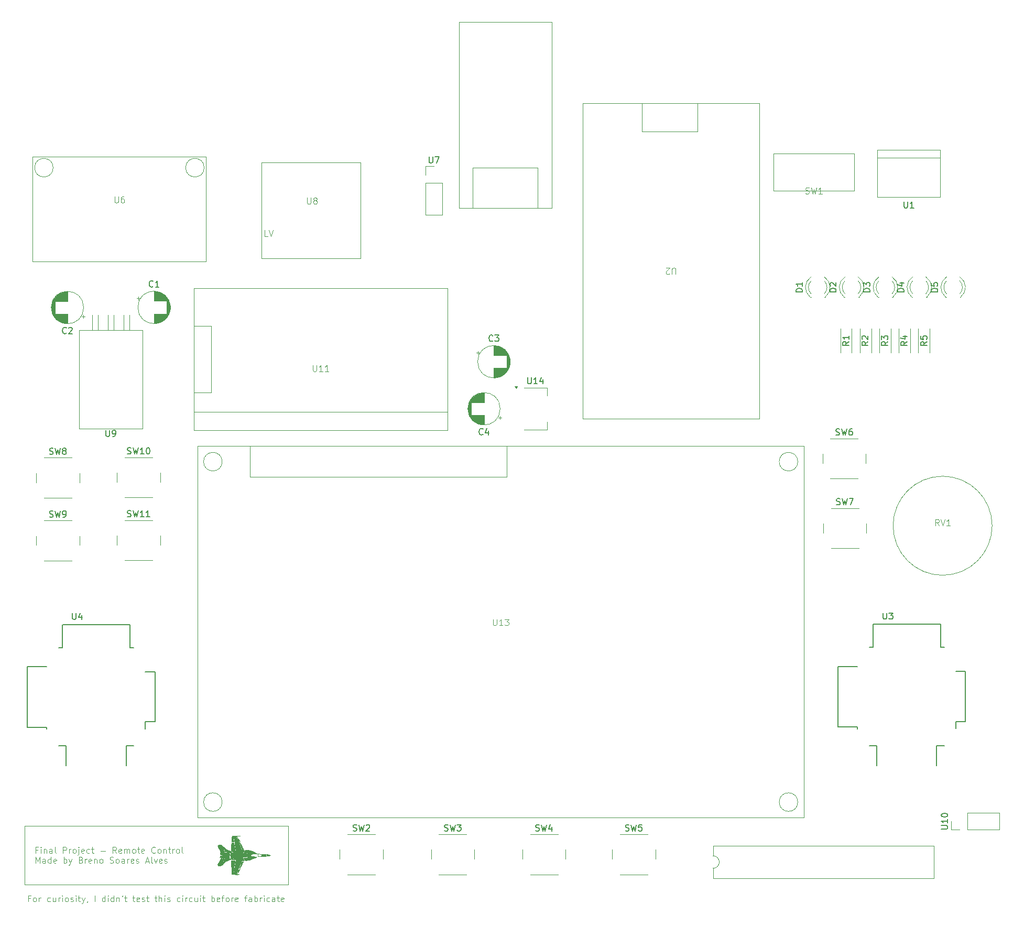
<source format=gbr>
%TF.GenerationSoftware,KiCad,Pcbnew,9.0.3-9.0.3-0~ubuntu22.04.1*%
%TF.CreationDate,2025-09-08T21:59:57-03:00*%
%TF.ProjectId,control,636f6e74-726f-46c2-9e6b-696361645f70,rev?*%
%TF.SameCoordinates,Original*%
%TF.FileFunction,Legend,Top*%
%TF.FilePolarity,Positive*%
%FSLAX46Y46*%
G04 Gerber Fmt 4.6, Leading zero omitted, Abs format (unit mm)*
G04 Created by KiCad (PCBNEW 9.0.3-9.0.3-0~ubuntu22.04.1) date 2025-09-08 21:59:57*
%MOMM*%
%LPD*%
G01*
G04 APERTURE LIST*
%ADD10C,0.100000*%
%ADD11C,0.150000*%
%ADD12C,0.120000*%
%ADD13C,0.127000*%
%ADD14C,0.000000*%
G04 APERTURE END LIST*
D10*
X64200000Y-147900000D02*
X106750000Y-147900000D01*
X106750000Y-157400000D01*
X64200000Y-157400000D01*
X64200000Y-147900000D01*
X66287217Y-151778637D02*
X65953884Y-151778637D01*
X65953884Y-152302447D02*
X65953884Y-151302447D01*
X65953884Y-151302447D02*
X66430074Y-151302447D01*
X66811027Y-152302447D02*
X66811027Y-151635780D01*
X66811027Y-151302447D02*
X66763408Y-151350066D01*
X66763408Y-151350066D02*
X66811027Y-151397685D01*
X66811027Y-151397685D02*
X66858646Y-151350066D01*
X66858646Y-151350066D02*
X66811027Y-151302447D01*
X66811027Y-151302447D02*
X66811027Y-151397685D01*
X67287217Y-151635780D02*
X67287217Y-152302447D01*
X67287217Y-151731018D02*
X67334836Y-151683399D01*
X67334836Y-151683399D02*
X67430074Y-151635780D01*
X67430074Y-151635780D02*
X67572931Y-151635780D01*
X67572931Y-151635780D02*
X67668169Y-151683399D01*
X67668169Y-151683399D02*
X67715788Y-151778637D01*
X67715788Y-151778637D02*
X67715788Y-152302447D01*
X68620550Y-152302447D02*
X68620550Y-151778637D01*
X68620550Y-151778637D02*
X68572931Y-151683399D01*
X68572931Y-151683399D02*
X68477693Y-151635780D01*
X68477693Y-151635780D02*
X68287217Y-151635780D01*
X68287217Y-151635780D02*
X68191979Y-151683399D01*
X68620550Y-152254828D02*
X68525312Y-152302447D01*
X68525312Y-152302447D02*
X68287217Y-152302447D01*
X68287217Y-152302447D02*
X68191979Y-152254828D01*
X68191979Y-152254828D02*
X68144360Y-152159589D01*
X68144360Y-152159589D02*
X68144360Y-152064351D01*
X68144360Y-152064351D02*
X68191979Y-151969113D01*
X68191979Y-151969113D02*
X68287217Y-151921494D01*
X68287217Y-151921494D02*
X68525312Y-151921494D01*
X68525312Y-151921494D02*
X68620550Y-151873875D01*
X69239598Y-152302447D02*
X69144360Y-152254828D01*
X69144360Y-152254828D02*
X69096741Y-152159589D01*
X69096741Y-152159589D02*
X69096741Y-151302447D01*
X70382456Y-152302447D02*
X70382456Y-151302447D01*
X70382456Y-151302447D02*
X70763408Y-151302447D01*
X70763408Y-151302447D02*
X70858646Y-151350066D01*
X70858646Y-151350066D02*
X70906265Y-151397685D01*
X70906265Y-151397685D02*
X70953884Y-151492923D01*
X70953884Y-151492923D02*
X70953884Y-151635780D01*
X70953884Y-151635780D02*
X70906265Y-151731018D01*
X70906265Y-151731018D02*
X70858646Y-151778637D01*
X70858646Y-151778637D02*
X70763408Y-151826256D01*
X70763408Y-151826256D02*
X70382456Y-151826256D01*
X71382456Y-152302447D02*
X71382456Y-151635780D01*
X71382456Y-151826256D02*
X71430075Y-151731018D01*
X71430075Y-151731018D02*
X71477694Y-151683399D01*
X71477694Y-151683399D02*
X71572932Y-151635780D01*
X71572932Y-151635780D02*
X71668170Y-151635780D01*
X72144361Y-152302447D02*
X72049123Y-152254828D01*
X72049123Y-152254828D02*
X72001504Y-152207208D01*
X72001504Y-152207208D02*
X71953885Y-152111970D01*
X71953885Y-152111970D02*
X71953885Y-151826256D01*
X71953885Y-151826256D02*
X72001504Y-151731018D01*
X72001504Y-151731018D02*
X72049123Y-151683399D01*
X72049123Y-151683399D02*
X72144361Y-151635780D01*
X72144361Y-151635780D02*
X72287218Y-151635780D01*
X72287218Y-151635780D02*
X72382456Y-151683399D01*
X72382456Y-151683399D02*
X72430075Y-151731018D01*
X72430075Y-151731018D02*
X72477694Y-151826256D01*
X72477694Y-151826256D02*
X72477694Y-152111970D01*
X72477694Y-152111970D02*
X72430075Y-152207208D01*
X72430075Y-152207208D02*
X72382456Y-152254828D01*
X72382456Y-152254828D02*
X72287218Y-152302447D01*
X72287218Y-152302447D02*
X72144361Y-152302447D01*
X72906266Y-151635780D02*
X72906266Y-152492923D01*
X72906266Y-152492923D02*
X72858647Y-152588161D01*
X72858647Y-152588161D02*
X72763409Y-152635780D01*
X72763409Y-152635780D02*
X72715790Y-152635780D01*
X72906266Y-151302447D02*
X72858647Y-151350066D01*
X72858647Y-151350066D02*
X72906266Y-151397685D01*
X72906266Y-151397685D02*
X72953885Y-151350066D01*
X72953885Y-151350066D02*
X72906266Y-151302447D01*
X72906266Y-151302447D02*
X72906266Y-151397685D01*
X73763408Y-152254828D02*
X73668170Y-152302447D01*
X73668170Y-152302447D02*
X73477694Y-152302447D01*
X73477694Y-152302447D02*
X73382456Y-152254828D01*
X73382456Y-152254828D02*
X73334837Y-152159589D01*
X73334837Y-152159589D02*
X73334837Y-151778637D01*
X73334837Y-151778637D02*
X73382456Y-151683399D01*
X73382456Y-151683399D02*
X73477694Y-151635780D01*
X73477694Y-151635780D02*
X73668170Y-151635780D01*
X73668170Y-151635780D02*
X73763408Y-151683399D01*
X73763408Y-151683399D02*
X73811027Y-151778637D01*
X73811027Y-151778637D02*
X73811027Y-151873875D01*
X73811027Y-151873875D02*
X73334837Y-151969113D01*
X74668170Y-152254828D02*
X74572932Y-152302447D01*
X74572932Y-152302447D02*
X74382456Y-152302447D01*
X74382456Y-152302447D02*
X74287218Y-152254828D01*
X74287218Y-152254828D02*
X74239599Y-152207208D01*
X74239599Y-152207208D02*
X74191980Y-152111970D01*
X74191980Y-152111970D02*
X74191980Y-151826256D01*
X74191980Y-151826256D02*
X74239599Y-151731018D01*
X74239599Y-151731018D02*
X74287218Y-151683399D01*
X74287218Y-151683399D02*
X74382456Y-151635780D01*
X74382456Y-151635780D02*
X74572932Y-151635780D01*
X74572932Y-151635780D02*
X74668170Y-151683399D01*
X74953885Y-151635780D02*
X75334837Y-151635780D01*
X75096742Y-151302447D02*
X75096742Y-152159589D01*
X75096742Y-152159589D02*
X75144361Y-152254828D01*
X75144361Y-152254828D02*
X75239599Y-152302447D01*
X75239599Y-152302447D02*
X75334837Y-152302447D01*
X76430076Y-151921494D02*
X77191981Y-151921494D01*
X79001504Y-152302447D02*
X78668171Y-151826256D01*
X78430076Y-152302447D02*
X78430076Y-151302447D01*
X78430076Y-151302447D02*
X78811028Y-151302447D01*
X78811028Y-151302447D02*
X78906266Y-151350066D01*
X78906266Y-151350066D02*
X78953885Y-151397685D01*
X78953885Y-151397685D02*
X79001504Y-151492923D01*
X79001504Y-151492923D02*
X79001504Y-151635780D01*
X79001504Y-151635780D02*
X78953885Y-151731018D01*
X78953885Y-151731018D02*
X78906266Y-151778637D01*
X78906266Y-151778637D02*
X78811028Y-151826256D01*
X78811028Y-151826256D02*
X78430076Y-151826256D01*
X79811028Y-152254828D02*
X79715790Y-152302447D01*
X79715790Y-152302447D02*
X79525314Y-152302447D01*
X79525314Y-152302447D02*
X79430076Y-152254828D01*
X79430076Y-152254828D02*
X79382457Y-152159589D01*
X79382457Y-152159589D02*
X79382457Y-151778637D01*
X79382457Y-151778637D02*
X79430076Y-151683399D01*
X79430076Y-151683399D02*
X79525314Y-151635780D01*
X79525314Y-151635780D02*
X79715790Y-151635780D01*
X79715790Y-151635780D02*
X79811028Y-151683399D01*
X79811028Y-151683399D02*
X79858647Y-151778637D01*
X79858647Y-151778637D02*
X79858647Y-151873875D01*
X79858647Y-151873875D02*
X79382457Y-151969113D01*
X80287219Y-152302447D02*
X80287219Y-151635780D01*
X80287219Y-151731018D02*
X80334838Y-151683399D01*
X80334838Y-151683399D02*
X80430076Y-151635780D01*
X80430076Y-151635780D02*
X80572933Y-151635780D01*
X80572933Y-151635780D02*
X80668171Y-151683399D01*
X80668171Y-151683399D02*
X80715790Y-151778637D01*
X80715790Y-151778637D02*
X80715790Y-152302447D01*
X80715790Y-151778637D02*
X80763409Y-151683399D01*
X80763409Y-151683399D02*
X80858647Y-151635780D01*
X80858647Y-151635780D02*
X81001504Y-151635780D01*
X81001504Y-151635780D02*
X81096743Y-151683399D01*
X81096743Y-151683399D02*
X81144362Y-151778637D01*
X81144362Y-151778637D02*
X81144362Y-152302447D01*
X81763409Y-152302447D02*
X81668171Y-152254828D01*
X81668171Y-152254828D02*
X81620552Y-152207208D01*
X81620552Y-152207208D02*
X81572933Y-152111970D01*
X81572933Y-152111970D02*
X81572933Y-151826256D01*
X81572933Y-151826256D02*
X81620552Y-151731018D01*
X81620552Y-151731018D02*
X81668171Y-151683399D01*
X81668171Y-151683399D02*
X81763409Y-151635780D01*
X81763409Y-151635780D02*
X81906266Y-151635780D01*
X81906266Y-151635780D02*
X82001504Y-151683399D01*
X82001504Y-151683399D02*
X82049123Y-151731018D01*
X82049123Y-151731018D02*
X82096742Y-151826256D01*
X82096742Y-151826256D02*
X82096742Y-152111970D01*
X82096742Y-152111970D02*
X82049123Y-152207208D01*
X82049123Y-152207208D02*
X82001504Y-152254828D01*
X82001504Y-152254828D02*
X81906266Y-152302447D01*
X81906266Y-152302447D02*
X81763409Y-152302447D01*
X82382457Y-151635780D02*
X82763409Y-151635780D01*
X82525314Y-151302447D02*
X82525314Y-152159589D01*
X82525314Y-152159589D02*
X82572933Y-152254828D01*
X82572933Y-152254828D02*
X82668171Y-152302447D01*
X82668171Y-152302447D02*
X82763409Y-152302447D01*
X83477695Y-152254828D02*
X83382457Y-152302447D01*
X83382457Y-152302447D02*
X83191981Y-152302447D01*
X83191981Y-152302447D02*
X83096743Y-152254828D01*
X83096743Y-152254828D02*
X83049124Y-152159589D01*
X83049124Y-152159589D02*
X83049124Y-151778637D01*
X83049124Y-151778637D02*
X83096743Y-151683399D01*
X83096743Y-151683399D02*
X83191981Y-151635780D01*
X83191981Y-151635780D02*
X83382457Y-151635780D01*
X83382457Y-151635780D02*
X83477695Y-151683399D01*
X83477695Y-151683399D02*
X83525314Y-151778637D01*
X83525314Y-151778637D02*
X83525314Y-151873875D01*
X83525314Y-151873875D02*
X83049124Y-151969113D01*
X85287219Y-152207208D02*
X85239600Y-152254828D01*
X85239600Y-152254828D02*
X85096743Y-152302447D01*
X85096743Y-152302447D02*
X85001505Y-152302447D01*
X85001505Y-152302447D02*
X84858648Y-152254828D01*
X84858648Y-152254828D02*
X84763410Y-152159589D01*
X84763410Y-152159589D02*
X84715791Y-152064351D01*
X84715791Y-152064351D02*
X84668172Y-151873875D01*
X84668172Y-151873875D02*
X84668172Y-151731018D01*
X84668172Y-151731018D02*
X84715791Y-151540542D01*
X84715791Y-151540542D02*
X84763410Y-151445304D01*
X84763410Y-151445304D02*
X84858648Y-151350066D01*
X84858648Y-151350066D02*
X85001505Y-151302447D01*
X85001505Y-151302447D02*
X85096743Y-151302447D01*
X85096743Y-151302447D02*
X85239600Y-151350066D01*
X85239600Y-151350066D02*
X85287219Y-151397685D01*
X85858648Y-152302447D02*
X85763410Y-152254828D01*
X85763410Y-152254828D02*
X85715791Y-152207208D01*
X85715791Y-152207208D02*
X85668172Y-152111970D01*
X85668172Y-152111970D02*
X85668172Y-151826256D01*
X85668172Y-151826256D02*
X85715791Y-151731018D01*
X85715791Y-151731018D02*
X85763410Y-151683399D01*
X85763410Y-151683399D02*
X85858648Y-151635780D01*
X85858648Y-151635780D02*
X86001505Y-151635780D01*
X86001505Y-151635780D02*
X86096743Y-151683399D01*
X86096743Y-151683399D02*
X86144362Y-151731018D01*
X86144362Y-151731018D02*
X86191981Y-151826256D01*
X86191981Y-151826256D02*
X86191981Y-152111970D01*
X86191981Y-152111970D02*
X86144362Y-152207208D01*
X86144362Y-152207208D02*
X86096743Y-152254828D01*
X86096743Y-152254828D02*
X86001505Y-152302447D01*
X86001505Y-152302447D02*
X85858648Y-152302447D01*
X86620553Y-151635780D02*
X86620553Y-152302447D01*
X86620553Y-151731018D02*
X86668172Y-151683399D01*
X86668172Y-151683399D02*
X86763410Y-151635780D01*
X86763410Y-151635780D02*
X86906267Y-151635780D01*
X86906267Y-151635780D02*
X87001505Y-151683399D01*
X87001505Y-151683399D02*
X87049124Y-151778637D01*
X87049124Y-151778637D02*
X87049124Y-152302447D01*
X87382458Y-151635780D02*
X87763410Y-151635780D01*
X87525315Y-151302447D02*
X87525315Y-152159589D01*
X87525315Y-152159589D02*
X87572934Y-152254828D01*
X87572934Y-152254828D02*
X87668172Y-152302447D01*
X87668172Y-152302447D02*
X87763410Y-152302447D01*
X88096744Y-152302447D02*
X88096744Y-151635780D01*
X88096744Y-151826256D02*
X88144363Y-151731018D01*
X88144363Y-151731018D02*
X88191982Y-151683399D01*
X88191982Y-151683399D02*
X88287220Y-151635780D01*
X88287220Y-151635780D02*
X88382458Y-151635780D01*
X88858649Y-152302447D02*
X88763411Y-152254828D01*
X88763411Y-152254828D02*
X88715792Y-152207208D01*
X88715792Y-152207208D02*
X88668173Y-152111970D01*
X88668173Y-152111970D02*
X88668173Y-151826256D01*
X88668173Y-151826256D02*
X88715792Y-151731018D01*
X88715792Y-151731018D02*
X88763411Y-151683399D01*
X88763411Y-151683399D02*
X88858649Y-151635780D01*
X88858649Y-151635780D02*
X89001506Y-151635780D01*
X89001506Y-151635780D02*
X89096744Y-151683399D01*
X89096744Y-151683399D02*
X89144363Y-151731018D01*
X89144363Y-151731018D02*
X89191982Y-151826256D01*
X89191982Y-151826256D02*
X89191982Y-152111970D01*
X89191982Y-152111970D02*
X89144363Y-152207208D01*
X89144363Y-152207208D02*
X89096744Y-152254828D01*
X89096744Y-152254828D02*
X89001506Y-152302447D01*
X89001506Y-152302447D02*
X88858649Y-152302447D01*
X89763411Y-152302447D02*
X89668173Y-152254828D01*
X89668173Y-152254828D02*
X89620554Y-152159589D01*
X89620554Y-152159589D02*
X89620554Y-151302447D01*
X65953884Y-153912391D02*
X65953884Y-152912391D01*
X65953884Y-152912391D02*
X66287217Y-153626676D01*
X66287217Y-153626676D02*
X66620550Y-152912391D01*
X66620550Y-152912391D02*
X66620550Y-153912391D01*
X67525312Y-153912391D02*
X67525312Y-153388581D01*
X67525312Y-153388581D02*
X67477693Y-153293343D01*
X67477693Y-153293343D02*
X67382455Y-153245724D01*
X67382455Y-153245724D02*
X67191979Y-153245724D01*
X67191979Y-153245724D02*
X67096741Y-153293343D01*
X67525312Y-153864772D02*
X67430074Y-153912391D01*
X67430074Y-153912391D02*
X67191979Y-153912391D01*
X67191979Y-153912391D02*
X67096741Y-153864772D01*
X67096741Y-153864772D02*
X67049122Y-153769533D01*
X67049122Y-153769533D02*
X67049122Y-153674295D01*
X67049122Y-153674295D02*
X67096741Y-153579057D01*
X67096741Y-153579057D02*
X67191979Y-153531438D01*
X67191979Y-153531438D02*
X67430074Y-153531438D01*
X67430074Y-153531438D02*
X67525312Y-153483819D01*
X68430074Y-153912391D02*
X68430074Y-152912391D01*
X68430074Y-153864772D02*
X68334836Y-153912391D01*
X68334836Y-153912391D02*
X68144360Y-153912391D01*
X68144360Y-153912391D02*
X68049122Y-153864772D01*
X68049122Y-153864772D02*
X68001503Y-153817152D01*
X68001503Y-153817152D02*
X67953884Y-153721914D01*
X67953884Y-153721914D02*
X67953884Y-153436200D01*
X67953884Y-153436200D02*
X68001503Y-153340962D01*
X68001503Y-153340962D02*
X68049122Y-153293343D01*
X68049122Y-153293343D02*
X68144360Y-153245724D01*
X68144360Y-153245724D02*
X68334836Y-153245724D01*
X68334836Y-153245724D02*
X68430074Y-153293343D01*
X69287217Y-153864772D02*
X69191979Y-153912391D01*
X69191979Y-153912391D02*
X69001503Y-153912391D01*
X69001503Y-153912391D02*
X68906265Y-153864772D01*
X68906265Y-153864772D02*
X68858646Y-153769533D01*
X68858646Y-153769533D02*
X68858646Y-153388581D01*
X68858646Y-153388581D02*
X68906265Y-153293343D01*
X68906265Y-153293343D02*
X69001503Y-153245724D01*
X69001503Y-153245724D02*
X69191979Y-153245724D01*
X69191979Y-153245724D02*
X69287217Y-153293343D01*
X69287217Y-153293343D02*
X69334836Y-153388581D01*
X69334836Y-153388581D02*
X69334836Y-153483819D01*
X69334836Y-153483819D02*
X68858646Y-153579057D01*
X70525313Y-153912391D02*
X70525313Y-152912391D01*
X70525313Y-153293343D02*
X70620551Y-153245724D01*
X70620551Y-153245724D02*
X70811027Y-153245724D01*
X70811027Y-153245724D02*
X70906265Y-153293343D01*
X70906265Y-153293343D02*
X70953884Y-153340962D01*
X70953884Y-153340962D02*
X71001503Y-153436200D01*
X71001503Y-153436200D02*
X71001503Y-153721914D01*
X71001503Y-153721914D02*
X70953884Y-153817152D01*
X70953884Y-153817152D02*
X70906265Y-153864772D01*
X70906265Y-153864772D02*
X70811027Y-153912391D01*
X70811027Y-153912391D02*
X70620551Y-153912391D01*
X70620551Y-153912391D02*
X70525313Y-153864772D01*
X71334837Y-153245724D02*
X71572932Y-153912391D01*
X71811027Y-153245724D02*
X71572932Y-153912391D01*
X71572932Y-153912391D02*
X71477694Y-154150486D01*
X71477694Y-154150486D02*
X71430075Y-154198105D01*
X71430075Y-154198105D02*
X71334837Y-154245724D01*
X73287218Y-153388581D02*
X73430075Y-153436200D01*
X73430075Y-153436200D02*
X73477694Y-153483819D01*
X73477694Y-153483819D02*
X73525313Y-153579057D01*
X73525313Y-153579057D02*
X73525313Y-153721914D01*
X73525313Y-153721914D02*
X73477694Y-153817152D01*
X73477694Y-153817152D02*
X73430075Y-153864772D01*
X73430075Y-153864772D02*
X73334837Y-153912391D01*
X73334837Y-153912391D02*
X72953885Y-153912391D01*
X72953885Y-153912391D02*
X72953885Y-152912391D01*
X72953885Y-152912391D02*
X73287218Y-152912391D01*
X73287218Y-152912391D02*
X73382456Y-152960010D01*
X73382456Y-152960010D02*
X73430075Y-153007629D01*
X73430075Y-153007629D02*
X73477694Y-153102867D01*
X73477694Y-153102867D02*
X73477694Y-153198105D01*
X73477694Y-153198105D02*
X73430075Y-153293343D01*
X73430075Y-153293343D02*
X73382456Y-153340962D01*
X73382456Y-153340962D02*
X73287218Y-153388581D01*
X73287218Y-153388581D02*
X72953885Y-153388581D01*
X73953885Y-153912391D02*
X73953885Y-153245724D01*
X73953885Y-153436200D02*
X74001504Y-153340962D01*
X74001504Y-153340962D02*
X74049123Y-153293343D01*
X74049123Y-153293343D02*
X74144361Y-153245724D01*
X74144361Y-153245724D02*
X74239599Y-153245724D01*
X74953885Y-153864772D02*
X74858647Y-153912391D01*
X74858647Y-153912391D02*
X74668171Y-153912391D01*
X74668171Y-153912391D02*
X74572933Y-153864772D01*
X74572933Y-153864772D02*
X74525314Y-153769533D01*
X74525314Y-153769533D02*
X74525314Y-153388581D01*
X74525314Y-153388581D02*
X74572933Y-153293343D01*
X74572933Y-153293343D02*
X74668171Y-153245724D01*
X74668171Y-153245724D02*
X74858647Y-153245724D01*
X74858647Y-153245724D02*
X74953885Y-153293343D01*
X74953885Y-153293343D02*
X75001504Y-153388581D01*
X75001504Y-153388581D02*
X75001504Y-153483819D01*
X75001504Y-153483819D02*
X74525314Y-153579057D01*
X75430076Y-153245724D02*
X75430076Y-153912391D01*
X75430076Y-153340962D02*
X75477695Y-153293343D01*
X75477695Y-153293343D02*
X75572933Y-153245724D01*
X75572933Y-153245724D02*
X75715790Y-153245724D01*
X75715790Y-153245724D02*
X75811028Y-153293343D01*
X75811028Y-153293343D02*
X75858647Y-153388581D01*
X75858647Y-153388581D02*
X75858647Y-153912391D01*
X76477695Y-153912391D02*
X76382457Y-153864772D01*
X76382457Y-153864772D02*
X76334838Y-153817152D01*
X76334838Y-153817152D02*
X76287219Y-153721914D01*
X76287219Y-153721914D02*
X76287219Y-153436200D01*
X76287219Y-153436200D02*
X76334838Y-153340962D01*
X76334838Y-153340962D02*
X76382457Y-153293343D01*
X76382457Y-153293343D02*
X76477695Y-153245724D01*
X76477695Y-153245724D02*
X76620552Y-153245724D01*
X76620552Y-153245724D02*
X76715790Y-153293343D01*
X76715790Y-153293343D02*
X76763409Y-153340962D01*
X76763409Y-153340962D02*
X76811028Y-153436200D01*
X76811028Y-153436200D02*
X76811028Y-153721914D01*
X76811028Y-153721914D02*
X76763409Y-153817152D01*
X76763409Y-153817152D02*
X76715790Y-153864772D01*
X76715790Y-153864772D02*
X76620552Y-153912391D01*
X76620552Y-153912391D02*
X76477695Y-153912391D01*
X77953886Y-153864772D02*
X78096743Y-153912391D01*
X78096743Y-153912391D02*
X78334838Y-153912391D01*
X78334838Y-153912391D02*
X78430076Y-153864772D01*
X78430076Y-153864772D02*
X78477695Y-153817152D01*
X78477695Y-153817152D02*
X78525314Y-153721914D01*
X78525314Y-153721914D02*
X78525314Y-153626676D01*
X78525314Y-153626676D02*
X78477695Y-153531438D01*
X78477695Y-153531438D02*
X78430076Y-153483819D01*
X78430076Y-153483819D02*
X78334838Y-153436200D01*
X78334838Y-153436200D02*
X78144362Y-153388581D01*
X78144362Y-153388581D02*
X78049124Y-153340962D01*
X78049124Y-153340962D02*
X78001505Y-153293343D01*
X78001505Y-153293343D02*
X77953886Y-153198105D01*
X77953886Y-153198105D02*
X77953886Y-153102867D01*
X77953886Y-153102867D02*
X78001505Y-153007629D01*
X78001505Y-153007629D02*
X78049124Y-152960010D01*
X78049124Y-152960010D02*
X78144362Y-152912391D01*
X78144362Y-152912391D02*
X78382457Y-152912391D01*
X78382457Y-152912391D02*
X78525314Y-152960010D01*
X79096743Y-153912391D02*
X79001505Y-153864772D01*
X79001505Y-153864772D02*
X78953886Y-153817152D01*
X78953886Y-153817152D02*
X78906267Y-153721914D01*
X78906267Y-153721914D02*
X78906267Y-153436200D01*
X78906267Y-153436200D02*
X78953886Y-153340962D01*
X78953886Y-153340962D02*
X79001505Y-153293343D01*
X79001505Y-153293343D02*
X79096743Y-153245724D01*
X79096743Y-153245724D02*
X79239600Y-153245724D01*
X79239600Y-153245724D02*
X79334838Y-153293343D01*
X79334838Y-153293343D02*
X79382457Y-153340962D01*
X79382457Y-153340962D02*
X79430076Y-153436200D01*
X79430076Y-153436200D02*
X79430076Y-153721914D01*
X79430076Y-153721914D02*
X79382457Y-153817152D01*
X79382457Y-153817152D02*
X79334838Y-153864772D01*
X79334838Y-153864772D02*
X79239600Y-153912391D01*
X79239600Y-153912391D02*
X79096743Y-153912391D01*
X80287219Y-153912391D02*
X80287219Y-153388581D01*
X80287219Y-153388581D02*
X80239600Y-153293343D01*
X80239600Y-153293343D02*
X80144362Y-153245724D01*
X80144362Y-153245724D02*
X79953886Y-153245724D01*
X79953886Y-153245724D02*
X79858648Y-153293343D01*
X80287219Y-153864772D02*
X80191981Y-153912391D01*
X80191981Y-153912391D02*
X79953886Y-153912391D01*
X79953886Y-153912391D02*
X79858648Y-153864772D01*
X79858648Y-153864772D02*
X79811029Y-153769533D01*
X79811029Y-153769533D02*
X79811029Y-153674295D01*
X79811029Y-153674295D02*
X79858648Y-153579057D01*
X79858648Y-153579057D02*
X79953886Y-153531438D01*
X79953886Y-153531438D02*
X80191981Y-153531438D01*
X80191981Y-153531438D02*
X80287219Y-153483819D01*
X80763410Y-153912391D02*
X80763410Y-153245724D01*
X80763410Y-153436200D02*
X80811029Y-153340962D01*
X80811029Y-153340962D02*
X80858648Y-153293343D01*
X80858648Y-153293343D02*
X80953886Y-153245724D01*
X80953886Y-153245724D02*
X81049124Y-153245724D01*
X81763410Y-153864772D02*
X81668172Y-153912391D01*
X81668172Y-153912391D02*
X81477696Y-153912391D01*
X81477696Y-153912391D02*
X81382458Y-153864772D01*
X81382458Y-153864772D02*
X81334839Y-153769533D01*
X81334839Y-153769533D02*
X81334839Y-153388581D01*
X81334839Y-153388581D02*
X81382458Y-153293343D01*
X81382458Y-153293343D02*
X81477696Y-153245724D01*
X81477696Y-153245724D02*
X81668172Y-153245724D01*
X81668172Y-153245724D02*
X81763410Y-153293343D01*
X81763410Y-153293343D02*
X81811029Y-153388581D01*
X81811029Y-153388581D02*
X81811029Y-153483819D01*
X81811029Y-153483819D02*
X81334839Y-153579057D01*
X82191982Y-153864772D02*
X82287220Y-153912391D01*
X82287220Y-153912391D02*
X82477696Y-153912391D01*
X82477696Y-153912391D02*
X82572934Y-153864772D01*
X82572934Y-153864772D02*
X82620553Y-153769533D01*
X82620553Y-153769533D02*
X82620553Y-153721914D01*
X82620553Y-153721914D02*
X82572934Y-153626676D01*
X82572934Y-153626676D02*
X82477696Y-153579057D01*
X82477696Y-153579057D02*
X82334839Y-153579057D01*
X82334839Y-153579057D02*
X82239601Y-153531438D01*
X82239601Y-153531438D02*
X82191982Y-153436200D01*
X82191982Y-153436200D02*
X82191982Y-153388581D01*
X82191982Y-153388581D02*
X82239601Y-153293343D01*
X82239601Y-153293343D02*
X82334839Y-153245724D01*
X82334839Y-153245724D02*
X82477696Y-153245724D01*
X82477696Y-153245724D02*
X82572934Y-153293343D01*
X83763411Y-153626676D02*
X84239601Y-153626676D01*
X83668173Y-153912391D02*
X84001506Y-152912391D01*
X84001506Y-152912391D02*
X84334839Y-153912391D01*
X84811030Y-153912391D02*
X84715792Y-153864772D01*
X84715792Y-153864772D02*
X84668173Y-153769533D01*
X84668173Y-153769533D02*
X84668173Y-152912391D01*
X85096745Y-153245724D02*
X85334840Y-153912391D01*
X85334840Y-153912391D02*
X85572935Y-153245724D01*
X86334840Y-153864772D02*
X86239602Y-153912391D01*
X86239602Y-153912391D02*
X86049126Y-153912391D01*
X86049126Y-153912391D02*
X85953888Y-153864772D01*
X85953888Y-153864772D02*
X85906269Y-153769533D01*
X85906269Y-153769533D02*
X85906269Y-153388581D01*
X85906269Y-153388581D02*
X85953888Y-153293343D01*
X85953888Y-153293343D02*
X86049126Y-153245724D01*
X86049126Y-153245724D02*
X86239602Y-153245724D01*
X86239602Y-153245724D02*
X86334840Y-153293343D01*
X86334840Y-153293343D02*
X86382459Y-153388581D01*
X86382459Y-153388581D02*
X86382459Y-153483819D01*
X86382459Y-153483819D02*
X85906269Y-153579057D01*
X86763412Y-153864772D02*
X86858650Y-153912391D01*
X86858650Y-153912391D02*
X87049126Y-153912391D01*
X87049126Y-153912391D02*
X87144364Y-153864772D01*
X87144364Y-153864772D02*
X87191983Y-153769533D01*
X87191983Y-153769533D02*
X87191983Y-153721914D01*
X87191983Y-153721914D02*
X87144364Y-153626676D01*
X87144364Y-153626676D02*
X87049126Y-153579057D01*
X87049126Y-153579057D02*
X86906269Y-153579057D01*
X86906269Y-153579057D02*
X86811031Y-153531438D01*
X86811031Y-153531438D02*
X86763412Y-153436200D01*
X86763412Y-153436200D02*
X86763412Y-153388581D01*
X86763412Y-153388581D02*
X86811031Y-153293343D01*
X86811031Y-153293343D02*
X86906269Y-153245724D01*
X86906269Y-153245724D02*
X87049126Y-153245724D01*
X87049126Y-153245724D02*
X87144364Y-153293343D01*
X65087217Y-159598609D02*
X64753884Y-159598609D01*
X64753884Y-160122419D02*
X64753884Y-159122419D01*
X64753884Y-159122419D02*
X65230074Y-159122419D01*
X65753884Y-160122419D02*
X65658646Y-160074800D01*
X65658646Y-160074800D02*
X65611027Y-160027180D01*
X65611027Y-160027180D02*
X65563408Y-159931942D01*
X65563408Y-159931942D02*
X65563408Y-159646228D01*
X65563408Y-159646228D02*
X65611027Y-159550990D01*
X65611027Y-159550990D02*
X65658646Y-159503371D01*
X65658646Y-159503371D02*
X65753884Y-159455752D01*
X65753884Y-159455752D02*
X65896741Y-159455752D01*
X65896741Y-159455752D02*
X65991979Y-159503371D01*
X65991979Y-159503371D02*
X66039598Y-159550990D01*
X66039598Y-159550990D02*
X66087217Y-159646228D01*
X66087217Y-159646228D02*
X66087217Y-159931942D01*
X66087217Y-159931942D02*
X66039598Y-160027180D01*
X66039598Y-160027180D02*
X65991979Y-160074800D01*
X65991979Y-160074800D02*
X65896741Y-160122419D01*
X65896741Y-160122419D02*
X65753884Y-160122419D01*
X66515789Y-160122419D02*
X66515789Y-159455752D01*
X66515789Y-159646228D02*
X66563408Y-159550990D01*
X66563408Y-159550990D02*
X66611027Y-159503371D01*
X66611027Y-159503371D02*
X66706265Y-159455752D01*
X66706265Y-159455752D02*
X66801503Y-159455752D01*
X68325313Y-160074800D02*
X68230075Y-160122419D01*
X68230075Y-160122419D02*
X68039599Y-160122419D01*
X68039599Y-160122419D02*
X67944361Y-160074800D01*
X67944361Y-160074800D02*
X67896742Y-160027180D01*
X67896742Y-160027180D02*
X67849123Y-159931942D01*
X67849123Y-159931942D02*
X67849123Y-159646228D01*
X67849123Y-159646228D02*
X67896742Y-159550990D01*
X67896742Y-159550990D02*
X67944361Y-159503371D01*
X67944361Y-159503371D02*
X68039599Y-159455752D01*
X68039599Y-159455752D02*
X68230075Y-159455752D01*
X68230075Y-159455752D02*
X68325313Y-159503371D01*
X69182456Y-159455752D02*
X69182456Y-160122419D01*
X68753885Y-159455752D02*
X68753885Y-159979561D01*
X68753885Y-159979561D02*
X68801504Y-160074800D01*
X68801504Y-160074800D02*
X68896742Y-160122419D01*
X68896742Y-160122419D02*
X69039599Y-160122419D01*
X69039599Y-160122419D02*
X69134837Y-160074800D01*
X69134837Y-160074800D02*
X69182456Y-160027180D01*
X69658647Y-160122419D02*
X69658647Y-159455752D01*
X69658647Y-159646228D02*
X69706266Y-159550990D01*
X69706266Y-159550990D02*
X69753885Y-159503371D01*
X69753885Y-159503371D02*
X69849123Y-159455752D01*
X69849123Y-159455752D02*
X69944361Y-159455752D01*
X70277695Y-160122419D02*
X70277695Y-159455752D01*
X70277695Y-159122419D02*
X70230076Y-159170038D01*
X70230076Y-159170038D02*
X70277695Y-159217657D01*
X70277695Y-159217657D02*
X70325314Y-159170038D01*
X70325314Y-159170038D02*
X70277695Y-159122419D01*
X70277695Y-159122419D02*
X70277695Y-159217657D01*
X70896742Y-160122419D02*
X70801504Y-160074800D01*
X70801504Y-160074800D02*
X70753885Y-160027180D01*
X70753885Y-160027180D02*
X70706266Y-159931942D01*
X70706266Y-159931942D02*
X70706266Y-159646228D01*
X70706266Y-159646228D02*
X70753885Y-159550990D01*
X70753885Y-159550990D02*
X70801504Y-159503371D01*
X70801504Y-159503371D02*
X70896742Y-159455752D01*
X70896742Y-159455752D02*
X71039599Y-159455752D01*
X71039599Y-159455752D02*
X71134837Y-159503371D01*
X71134837Y-159503371D02*
X71182456Y-159550990D01*
X71182456Y-159550990D02*
X71230075Y-159646228D01*
X71230075Y-159646228D02*
X71230075Y-159931942D01*
X71230075Y-159931942D02*
X71182456Y-160027180D01*
X71182456Y-160027180D02*
X71134837Y-160074800D01*
X71134837Y-160074800D02*
X71039599Y-160122419D01*
X71039599Y-160122419D02*
X70896742Y-160122419D01*
X71611028Y-160074800D02*
X71706266Y-160122419D01*
X71706266Y-160122419D02*
X71896742Y-160122419D01*
X71896742Y-160122419D02*
X71991980Y-160074800D01*
X71991980Y-160074800D02*
X72039599Y-159979561D01*
X72039599Y-159979561D02*
X72039599Y-159931942D01*
X72039599Y-159931942D02*
X71991980Y-159836704D01*
X71991980Y-159836704D02*
X71896742Y-159789085D01*
X71896742Y-159789085D02*
X71753885Y-159789085D01*
X71753885Y-159789085D02*
X71658647Y-159741466D01*
X71658647Y-159741466D02*
X71611028Y-159646228D01*
X71611028Y-159646228D02*
X71611028Y-159598609D01*
X71611028Y-159598609D02*
X71658647Y-159503371D01*
X71658647Y-159503371D02*
X71753885Y-159455752D01*
X71753885Y-159455752D02*
X71896742Y-159455752D01*
X71896742Y-159455752D02*
X71991980Y-159503371D01*
X72468171Y-160122419D02*
X72468171Y-159455752D01*
X72468171Y-159122419D02*
X72420552Y-159170038D01*
X72420552Y-159170038D02*
X72468171Y-159217657D01*
X72468171Y-159217657D02*
X72515790Y-159170038D01*
X72515790Y-159170038D02*
X72468171Y-159122419D01*
X72468171Y-159122419D02*
X72468171Y-159217657D01*
X72801504Y-159455752D02*
X73182456Y-159455752D01*
X72944361Y-159122419D02*
X72944361Y-159979561D01*
X72944361Y-159979561D02*
X72991980Y-160074800D01*
X72991980Y-160074800D02*
X73087218Y-160122419D01*
X73087218Y-160122419D02*
X73182456Y-160122419D01*
X73420552Y-159455752D02*
X73658647Y-160122419D01*
X73896742Y-159455752D02*
X73658647Y-160122419D01*
X73658647Y-160122419D02*
X73563409Y-160360514D01*
X73563409Y-160360514D02*
X73515790Y-160408133D01*
X73515790Y-160408133D02*
X73420552Y-160455752D01*
X74325314Y-160074800D02*
X74325314Y-160122419D01*
X74325314Y-160122419D02*
X74277695Y-160217657D01*
X74277695Y-160217657D02*
X74230076Y-160265276D01*
X75515790Y-160122419D02*
X75515790Y-159122419D01*
X77182456Y-160122419D02*
X77182456Y-159122419D01*
X77182456Y-160074800D02*
X77087218Y-160122419D01*
X77087218Y-160122419D02*
X76896742Y-160122419D01*
X76896742Y-160122419D02*
X76801504Y-160074800D01*
X76801504Y-160074800D02*
X76753885Y-160027180D01*
X76753885Y-160027180D02*
X76706266Y-159931942D01*
X76706266Y-159931942D02*
X76706266Y-159646228D01*
X76706266Y-159646228D02*
X76753885Y-159550990D01*
X76753885Y-159550990D02*
X76801504Y-159503371D01*
X76801504Y-159503371D02*
X76896742Y-159455752D01*
X76896742Y-159455752D02*
X77087218Y-159455752D01*
X77087218Y-159455752D02*
X77182456Y-159503371D01*
X77658647Y-160122419D02*
X77658647Y-159455752D01*
X77658647Y-159122419D02*
X77611028Y-159170038D01*
X77611028Y-159170038D02*
X77658647Y-159217657D01*
X77658647Y-159217657D02*
X77706266Y-159170038D01*
X77706266Y-159170038D02*
X77658647Y-159122419D01*
X77658647Y-159122419D02*
X77658647Y-159217657D01*
X78563408Y-160122419D02*
X78563408Y-159122419D01*
X78563408Y-160074800D02*
X78468170Y-160122419D01*
X78468170Y-160122419D02*
X78277694Y-160122419D01*
X78277694Y-160122419D02*
X78182456Y-160074800D01*
X78182456Y-160074800D02*
X78134837Y-160027180D01*
X78134837Y-160027180D02*
X78087218Y-159931942D01*
X78087218Y-159931942D02*
X78087218Y-159646228D01*
X78087218Y-159646228D02*
X78134837Y-159550990D01*
X78134837Y-159550990D02*
X78182456Y-159503371D01*
X78182456Y-159503371D02*
X78277694Y-159455752D01*
X78277694Y-159455752D02*
X78468170Y-159455752D01*
X78468170Y-159455752D02*
X78563408Y-159503371D01*
X79039599Y-159455752D02*
X79039599Y-160122419D01*
X79039599Y-159550990D02*
X79087218Y-159503371D01*
X79087218Y-159503371D02*
X79182456Y-159455752D01*
X79182456Y-159455752D02*
X79325313Y-159455752D01*
X79325313Y-159455752D02*
X79420551Y-159503371D01*
X79420551Y-159503371D02*
X79468170Y-159598609D01*
X79468170Y-159598609D02*
X79468170Y-160122419D01*
X79991980Y-159122419D02*
X79896742Y-159312895D01*
X80277694Y-159455752D02*
X80658646Y-159455752D01*
X80420551Y-159122419D02*
X80420551Y-159979561D01*
X80420551Y-159979561D02*
X80468170Y-160074800D01*
X80468170Y-160074800D02*
X80563408Y-160122419D01*
X80563408Y-160122419D02*
X80658646Y-160122419D01*
X81611028Y-159455752D02*
X81991980Y-159455752D01*
X81753885Y-159122419D02*
X81753885Y-159979561D01*
X81753885Y-159979561D02*
X81801504Y-160074800D01*
X81801504Y-160074800D02*
X81896742Y-160122419D01*
X81896742Y-160122419D02*
X81991980Y-160122419D01*
X82706266Y-160074800D02*
X82611028Y-160122419D01*
X82611028Y-160122419D02*
X82420552Y-160122419D01*
X82420552Y-160122419D02*
X82325314Y-160074800D01*
X82325314Y-160074800D02*
X82277695Y-159979561D01*
X82277695Y-159979561D02*
X82277695Y-159598609D01*
X82277695Y-159598609D02*
X82325314Y-159503371D01*
X82325314Y-159503371D02*
X82420552Y-159455752D01*
X82420552Y-159455752D02*
X82611028Y-159455752D01*
X82611028Y-159455752D02*
X82706266Y-159503371D01*
X82706266Y-159503371D02*
X82753885Y-159598609D01*
X82753885Y-159598609D02*
X82753885Y-159693847D01*
X82753885Y-159693847D02*
X82277695Y-159789085D01*
X83134838Y-160074800D02*
X83230076Y-160122419D01*
X83230076Y-160122419D02*
X83420552Y-160122419D01*
X83420552Y-160122419D02*
X83515790Y-160074800D01*
X83515790Y-160074800D02*
X83563409Y-159979561D01*
X83563409Y-159979561D02*
X83563409Y-159931942D01*
X83563409Y-159931942D02*
X83515790Y-159836704D01*
X83515790Y-159836704D02*
X83420552Y-159789085D01*
X83420552Y-159789085D02*
X83277695Y-159789085D01*
X83277695Y-159789085D02*
X83182457Y-159741466D01*
X83182457Y-159741466D02*
X83134838Y-159646228D01*
X83134838Y-159646228D02*
X83134838Y-159598609D01*
X83134838Y-159598609D02*
X83182457Y-159503371D01*
X83182457Y-159503371D02*
X83277695Y-159455752D01*
X83277695Y-159455752D02*
X83420552Y-159455752D01*
X83420552Y-159455752D02*
X83515790Y-159503371D01*
X83849124Y-159455752D02*
X84230076Y-159455752D01*
X83991981Y-159122419D02*
X83991981Y-159979561D01*
X83991981Y-159979561D02*
X84039600Y-160074800D01*
X84039600Y-160074800D02*
X84134838Y-160122419D01*
X84134838Y-160122419D02*
X84230076Y-160122419D01*
X85182458Y-159455752D02*
X85563410Y-159455752D01*
X85325315Y-159122419D02*
X85325315Y-159979561D01*
X85325315Y-159979561D02*
X85372934Y-160074800D01*
X85372934Y-160074800D02*
X85468172Y-160122419D01*
X85468172Y-160122419D02*
X85563410Y-160122419D01*
X85896744Y-160122419D02*
X85896744Y-159122419D01*
X86325315Y-160122419D02*
X86325315Y-159598609D01*
X86325315Y-159598609D02*
X86277696Y-159503371D01*
X86277696Y-159503371D02*
X86182458Y-159455752D01*
X86182458Y-159455752D02*
X86039601Y-159455752D01*
X86039601Y-159455752D02*
X85944363Y-159503371D01*
X85944363Y-159503371D02*
X85896744Y-159550990D01*
X86801506Y-160122419D02*
X86801506Y-159455752D01*
X86801506Y-159122419D02*
X86753887Y-159170038D01*
X86753887Y-159170038D02*
X86801506Y-159217657D01*
X86801506Y-159217657D02*
X86849125Y-159170038D01*
X86849125Y-159170038D02*
X86801506Y-159122419D01*
X86801506Y-159122419D02*
X86801506Y-159217657D01*
X87230077Y-160074800D02*
X87325315Y-160122419D01*
X87325315Y-160122419D02*
X87515791Y-160122419D01*
X87515791Y-160122419D02*
X87611029Y-160074800D01*
X87611029Y-160074800D02*
X87658648Y-159979561D01*
X87658648Y-159979561D02*
X87658648Y-159931942D01*
X87658648Y-159931942D02*
X87611029Y-159836704D01*
X87611029Y-159836704D02*
X87515791Y-159789085D01*
X87515791Y-159789085D02*
X87372934Y-159789085D01*
X87372934Y-159789085D02*
X87277696Y-159741466D01*
X87277696Y-159741466D02*
X87230077Y-159646228D01*
X87230077Y-159646228D02*
X87230077Y-159598609D01*
X87230077Y-159598609D02*
X87277696Y-159503371D01*
X87277696Y-159503371D02*
X87372934Y-159455752D01*
X87372934Y-159455752D02*
X87515791Y-159455752D01*
X87515791Y-159455752D02*
X87611029Y-159503371D01*
X89277696Y-160074800D02*
X89182458Y-160122419D01*
X89182458Y-160122419D02*
X88991982Y-160122419D01*
X88991982Y-160122419D02*
X88896744Y-160074800D01*
X88896744Y-160074800D02*
X88849125Y-160027180D01*
X88849125Y-160027180D02*
X88801506Y-159931942D01*
X88801506Y-159931942D02*
X88801506Y-159646228D01*
X88801506Y-159646228D02*
X88849125Y-159550990D01*
X88849125Y-159550990D02*
X88896744Y-159503371D01*
X88896744Y-159503371D02*
X88991982Y-159455752D01*
X88991982Y-159455752D02*
X89182458Y-159455752D01*
X89182458Y-159455752D02*
X89277696Y-159503371D01*
X89706268Y-160122419D02*
X89706268Y-159455752D01*
X89706268Y-159122419D02*
X89658649Y-159170038D01*
X89658649Y-159170038D02*
X89706268Y-159217657D01*
X89706268Y-159217657D02*
X89753887Y-159170038D01*
X89753887Y-159170038D02*
X89706268Y-159122419D01*
X89706268Y-159122419D02*
X89706268Y-159217657D01*
X90182458Y-160122419D02*
X90182458Y-159455752D01*
X90182458Y-159646228D02*
X90230077Y-159550990D01*
X90230077Y-159550990D02*
X90277696Y-159503371D01*
X90277696Y-159503371D02*
X90372934Y-159455752D01*
X90372934Y-159455752D02*
X90468172Y-159455752D01*
X91230077Y-160074800D02*
X91134839Y-160122419D01*
X91134839Y-160122419D02*
X90944363Y-160122419D01*
X90944363Y-160122419D02*
X90849125Y-160074800D01*
X90849125Y-160074800D02*
X90801506Y-160027180D01*
X90801506Y-160027180D02*
X90753887Y-159931942D01*
X90753887Y-159931942D02*
X90753887Y-159646228D01*
X90753887Y-159646228D02*
X90801506Y-159550990D01*
X90801506Y-159550990D02*
X90849125Y-159503371D01*
X90849125Y-159503371D02*
X90944363Y-159455752D01*
X90944363Y-159455752D02*
X91134839Y-159455752D01*
X91134839Y-159455752D02*
X91230077Y-159503371D01*
X92087220Y-159455752D02*
X92087220Y-160122419D01*
X91658649Y-159455752D02*
X91658649Y-159979561D01*
X91658649Y-159979561D02*
X91706268Y-160074800D01*
X91706268Y-160074800D02*
X91801506Y-160122419D01*
X91801506Y-160122419D02*
X91944363Y-160122419D01*
X91944363Y-160122419D02*
X92039601Y-160074800D01*
X92039601Y-160074800D02*
X92087220Y-160027180D01*
X92563411Y-160122419D02*
X92563411Y-159455752D01*
X92563411Y-159122419D02*
X92515792Y-159170038D01*
X92515792Y-159170038D02*
X92563411Y-159217657D01*
X92563411Y-159217657D02*
X92611030Y-159170038D01*
X92611030Y-159170038D02*
X92563411Y-159122419D01*
X92563411Y-159122419D02*
X92563411Y-159217657D01*
X92896744Y-159455752D02*
X93277696Y-159455752D01*
X93039601Y-159122419D02*
X93039601Y-159979561D01*
X93039601Y-159979561D02*
X93087220Y-160074800D01*
X93087220Y-160074800D02*
X93182458Y-160122419D01*
X93182458Y-160122419D02*
X93277696Y-160122419D01*
X94372935Y-160122419D02*
X94372935Y-159122419D01*
X94372935Y-159503371D02*
X94468173Y-159455752D01*
X94468173Y-159455752D02*
X94658649Y-159455752D01*
X94658649Y-159455752D02*
X94753887Y-159503371D01*
X94753887Y-159503371D02*
X94801506Y-159550990D01*
X94801506Y-159550990D02*
X94849125Y-159646228D01*
X94849125Y-159646228D02*
X94849125Y-159931942D01*
X94849125Y-159931942D02*
X94801506Y-160027180D01*
X94801506Y-160027180D02*
X94753887Y-160074800D01*
X94753887Y-160074800D02*
X94658649Y-160122419D01*
X94658649Y-160122419D02*
X94468173Y-160122419D01*
X94468173Y-160122419D02*
X94372935Y-160074800D01*
X95658649Y-160074800D02*
X95563411Y-160122419D01*
X95563411Y-160122419D02*
X95372935Y-160122419D01*
X95372935Y-160122419D02*
X95277697Y-160074800D01*
X95277697Y-160074800D02*
X95230078Y-159979561D01*
X95230078Y-159979561D02*
X95230078Y-159598609D01*
X95230078Y-159598609D02*
X95277697Y-159503371D01*
X95277697Y-159503371D02*
X95372935Y-159455752D01*
X95372935Y-159455752D02*
X95563411Y-159455752D01*
X95563411Y-159455752D02*
X95658649Y-159503371D01*
X95658649Y-159503371D02*
X95706268Y-159598609D01*
X95706268Y-159598609D02*
X95706268Y-159693847D01*
X95706268Y-159693847D02*
X95230078Y-159789085D01*
X95991983Y-159455752D02*
X96372935Y-159455752D01*
X96134840Y-160122419D02*
X96134840Y-159265276D01*
X96134840Y-159265276D02*
X96182459Y-159170038D01*
X96182459Y-159170038D02*
X96277697Y-159122419D01*
X96277697Y-159122419D02*
X96372935Y-159122419D01*
X96849126Y-160122419D02*
X96753888Y-160074800D01*
X96753888Y-160074800D02*
X96706269Y-160027180D01*
X96706269Y-160027180D02*
X96658650Y-159931942D01*
X96658650Y-159931942D02*
X96658650Y-159646228D01*
X96658650Y-159646228D02*
X96706269Y-159550990D01*
X96706269Y-159550990D02*
X96753888Y-159503371D01*
X96753888Y-159503371D02*
X96849126Y-159455752D01*
X96849126Y-159455752D02*
X96991983Y-159455752D01*
X96991983Y-159455752D02*
X97087221Y-159503371D01*
X97087221Y-159503371D02*
X97134840Y-159550990D01*
X97134840Y-159550990D02*
X97182459Y-159646228D01*
X97182459Y-159646228D02*
X97182459Y-159931942D01*
X97182459Y-159931942D02*
X97134840Y-160027180D01*
X97134840Y-160027180D02*
X97087221Y-160074800D01*
X97087221Y-160074800D02*
X96991983Y-160122419D01*
X96991983Y-160122419D02*
X96849126Y-160122419D01*
X97611031Y-160122419D02*
X97611031Y-159455752D01*
X97611031Y-159646228D02*
X97658650Y-159550990D01*
X97658650Y-159550990D02*
X97706269Y-159503371D01*
X97706269Y-159503371D02*
X97801507Y-159455752D01*
X97801507Y-159455752D02*
X97896745Y-159455752D01*
X98611031Y-160074800D02*
X98515793Y-160122419D01*
X98515793Y-160122419D02*
X98325317Y-160122419D01*
X98325317Y-160122419D02*
X98230079Y-160074800D01*
X98230079Y-160074800D02*
X98182460Y-159979561D01*
X98182460Y-159979561D02*
X98182460Y-159598609D01*
X98182460Y-159598609D02*
X98230079Y-159503371D01*
X98230079Y-159503371D02*
X98325317Y-159455752D01*
X98325317Y-159455752D02*
X98515793Y-159455752D01*
X98515793Y-159455752D02*
X98611031Y-159503371D01*
X98611031Y-159503371D02*
X98658650Y-159598609D01*
X98658650Y-159598609D02*
X98658650Y-159693847D01*
X98658650Y-159693847D02*
X98182460Y-159789085D01*
X99706270Y-159455752D02*
X100087222Y-159455752D01*
X99849127Y-160122419D02*
X99849127Y-159265276D01*
X99849127Y-159265276D02*
X99896746Y-159170038D01*
X99896746Y-159170038D02*
X99991984Y-159122419D01*
X99991984Y-159122419D02*
X100087222Y-159122419D01*
X100849127Y-160122419D02*
X100849127Y-159598609D01*
X100849127Y-159598609D02*
X100801508Y-159503371D01*
X100801508Y-159503371D02*
X100706270Y-159455752D01*
X100706270Y-159455752D02*
X100515794Y-159455752D01*
X100515794Y-159455752D02*
X100420556Y-159503371D01*
X100849127Y-160074800D02*
X100753889Y-160122419D01*
X100753889Y-160122419D02*
X100515794Y-160122419D01*
X100515794Y-160122419D02*
X100420556Y-160074800D01*
X100420556Y-160074800D02*
X100372937Y-159979561D01*
X100372937Y-159979561D02*
X100372937Y-159884323D01*
X100372937Y-159884323D02*
X100420556Y-159789085D01*
X100420556Y-159789085D02*
X100515794Y-159741466D01*
X100515794Y-159741466D02*
X100753889Y-159741466D01*
X100753889Y-159741466D02*
X100849127Y-159693847D01*
X101325318Y-160122419D02*
X101325318Y-159122419D01*
X101325318Y-159503371D02*
X101420556Y-159455752D01*
X101420556Y-159455752D02*
X101611032Y-159455752D01*
X101611032Y-159455752D02*
X101706270Y-159503371D01*
X101706270Y-159503371D02*
X101753889Y-159550990D01*
X101753889Y-159550990D02*
X101801508Y-159646228D01*
X101801508Y-159646228D02*
X101801508Y-159931942D01*
X101801508Y-159931942D02*
X101753889Y-160027180D01*
X101753889Y-160027180D02*
X101706270Y-160074800D01*
X101706270Y-160074800D02*
X101611032Y-160122419D01*
X101611032Y-160122419D02*
X101420556Y-160122419D01*
X101420556Y-160122419D02*
X101325318Y-160074800D01*
X102230080Y-160122419D02*
X102230080Y-159455752D01*
X102230080Y-159646228D02*
X102277699Y-159550990D01*
X102277699Y-159550990D02*
X102325318Y-159503371D01*
X102325318Y-159503371D02*
X102420556Y-159455752D01*
X102420556Y-159455752D02*
X102515794Y-159455752D01*
X102849128Y-160122419D02*
X102849128Y-159455752D01*
X102849128Y-159122419D02*
X102801509Y-159170038D01*
X102801509Y-159170038D02*
X102849128Y-159217657D01*
X102849128Y-159217657D02*
X102896747Y-159170038D01*
X102896747Y-159170038D02*
X102849128Y-159122419D01*
X102849128Y-159122419D02*
X102849128Y-159217657D01*
X103753889Y-160074800D02*
X103658651Y-160122419D01*
X103658651Y-160122419D02*
X103468175Y-160122419D01*
X103468175Y-160122419D02*
X103372937Y-160074800D01*
X103372937Y-160074800D02*
X103325318Y-160027180D01*
X103325318Y-160027180D02*
X103277699Y-159931942D01*
X103277699Y-159931942D02*
X103277699Y-159646228D01*
X103277699Y-159646228D02*
X103325318Y-159550990D01*
X103325318Y-159550990D02*
X103372937Y-159503371D01*
X103372937Y-159503371D02*
X103468175Y-159455752D01*
X103468175Y-159455752D02*
X103658651Y-159455752D01*
X103658651Y-159455752D02*
X103753889Y-159503371D01*
X104611032Y-160122419D02*
X104611032Y-159598609D01*
X104611032Y-159598609D02*
X104563413Y-159503371D01*
X104563413Y-159503371D02*
X104468175Y-159455752D01*
X104468175Y-159455752D02*
X104277699Y-159455752D01*
X104277699Y-159455752D02*
X104182461Y-159503371D01*
X104611032Y-160074800D02*
X104515794Y-160122419D01*
X104515794Y-160122419D02*
X104277699Y-160122419D01*
X104277699Y-160122419D02*
X104182461Y-160074800D01*
X104182461Y-160074800D02*
X104134842Y-159979561D01*
X104134842Y-159979561D02*
X104134842Y-159884323D01*
X104134842Y-159884323D02*
X104182461Y-159789085D01*
X104182461Y-159789085D02*
X104277699Y-159741466D01*
X104277699Y-159741466D02*
X104515794Y-159741466D01*
X104515794Y-159741466D02*
X104611032Y-159693847D01*
X104944366Y-159455752D02*
X105325318Y-159455752D01*
X105087223Y-159122419D02*
X105087223Y-159979561D01*
X105087223Y-159979561D02*
X105134842Y-160074800D01*
X105134842Y-160074800D02*
X105230080Y-160122419D01*
X105230080Y-160122419D02*
X105325318Y-160122419D01*
X106039604Y-160074800D02*
X105944366Y-160122419D01*
X105944366Y-160122419D02*
X105753890Y-160122419D01*
X105753890Y-160122419D02*
X105658652Y-160074800D01*
X105658652Y-160074800D02*
X105611033Y-159979561D01*
X105611033Y-159979561D02*
X105611033Y-159598609D01*
X105611033Y-159598609D02*
X105658652Y-159503371D01*
X105658652Y-159503371D02*
X105753890Y-159455752D01*
X105753890Y-159455752D02*
X105944366Y-159455752D01*
X105944366Y-159455752D02*
X106039604Y-159503371D01*
X106039604Y-159503371D02*
X106087223Y-159598609D01*
X106087223Y-159598609D02*
X106087223Y-159693847D01*
X106087223Y-159693847D02*
X105611033Y-159789085D01*
D11*
X132016667Y-148657200D02*
X132159524Y-148704819D01*
X132159524Y-148704819D02*
X132397619Y-148704819D01*
X132397619Y-148704819D02*
X132492857Y-148657200D01*
X132492857Y-148657200D02*
X132540476Y-148609580D01*
X132540476Y-148609580D02*
X132588095Y-148514342D01*
X132588095Y-148514342D02*
X132588095Y-148419104D01*
X132588095Y-148419104D02*
X132540476Y-148323866D01*
X132540476Y-148323866D02*
X132492857Y-148276247D01*
X132492857Y-148276247D02*
X132397619Y-148228628D01*
X132397619Y-148228628D02*
X132207143Y-148181009D01*
X132207143Y-148181009D02*
X132111905Y-148133390D01*
X132111905Y-148133390D02*
X132064286Y-148085771D01*
X132064286Y-148085771D02*
X132016667Y-147990533D01*
X132016667Y-147990533D02*
X132016667Y-147895295D01*
X132016667Y-147895295D02*
X132064286Y-147800057D01*
X132064286Y-147800057D02*
X132111905Y-147752438D01*
X132111905Y-147752438D02*
X132207143Y-147704819D01*
X132207143Y-147704819D02*
X132445238Y-147704819D01*
X132445238Y-147704819D02*
X132588095Y-147752438D01*
X132921429Y-147704819D02*
X133159524Y-148704819D01*
X133159524Y-148704819D02*
X133350000Y-147990533D01*
X133350000Y-147990533D02*
X133540476Y-148704819D01*
X133540476Y-148704819D02*
X133778572Y-147704819D01*
X134064286Y-147704819D02*
X134683333Y-147704819D01*
X134683333Y-147704819D02*
X134350000Y-148085771D01*
X134350000Y-148085771D02*
X134492857Y-148085771D01*
X134492857Y-148085771D02*
X134588095Y-148133390D01*
X134588095Y-148133390D02*
X134635714Y-148181009D01*
X134635714Y-148181009D02*
X134683333Y-148276247D01*
X134683333Y-148276247D02*
X134683333Y-148514342D01*
X134683333Y-148514342D02*
X134635714Y-148609580D01*
X134635714Y-148609580D02*
X134588095Y-148657200D01*
X134588095Y-148657200D02*
X134492857Y-148704819D01*
X134492857Y-148704819D02*
X134207143Y-148704819D01*
X134207143Y-148704819D02*
X134111905Y-148657200D01*
X134111905Y-148657200D02*
X134064286Y-148609580D01*
X80790476Y-97907200D02*
X80933333Y-97954819D01*
X80933333Y-97954819D02*
X81171428Y-97954819D01*
X81171428Y-97954819D02*
X81266666Y-97907200D01*
X81266666Y-97907200D02*
X81314285Y-97859580D01*
X81314285Y-97859580D02*
X81361904Y-97764342D01*
X81361904Y-97764342D02*
X81361904Y-97669104D01*
X81361904Y-97669104D02*
X81314285Y-97573866D01*
X81314285Y-97573866D02*
X81266666Y-97526247D01*
X81266666Y-97526247D02*
X81171428Y-97478628D01*
X81171428Y-97478628D02*
X80980952Y-97431009D01*
X80980952Y-97431009D02*
X80885714Y-97383390D01*
X80885714Y-97383390D02*
X80838095Y-97335771D01*
X80838095Y-97335771D02*
X80790476Y-97240533D01*
X80790476Y-97240533D02*
X80790476Y-97145295D01*
X80790476Y-97145295D02*
X80838095Y-97050057D01*
X80838095Y-97050057D02*
X80885714Y-97002438D01*
X80885714Y-97002438D02*
X80980952Y-96954819D01*
X80980952Y-96954819D02*
X81219047Y-96954819D01*
X81219047Y-96954819D02*
X81361904Y-97002438D01*
X81695238Y-96954819D02*
X81933333Y-97954819D01*
X81933333Y-97954819D02*
X82123809Y-97240533D01*
X82123809Y-97240533D02*
X82314285Y-97954819D01*
X82314285Y-97954819D02*
X82552381Y-96954819D01*
X83457142Y-97954819D02*
X82885714Y-97954819D01*
X83171428Y-97954819D02*
X83171428Y-96954819D01*
X83171428Y-96954819D02*
X83076190Y-97097676D01*
X83076190Y-97097676D02*
X82980952Y-97192914D01*
X82980952Y-97192914D02*
X82885714Y-97240533D01*
X84409523Y-97954819D02*
X83838095Y-97954819D01*
X84123809Y-97954819D02*
X84123809Y-96954819D01*
X84123809Y-96954819D02*
X84028571Y-97097676D01*
X84028571Y-97097676D02*
X83933333Y-97192914D01*
X83933333Y-97192914D02*
X83838095Y-97240533D01*
X212294819Y-148388094D02*
X213104342Y-148388094D01*
X213104342Y-148388094D02*
X213199580Y-148340475D01*
X213199580Y-148340475D02*
X213247200Y-148292856D01*
X213247200Y-148292856D02*
X213294819Y-148197618D01*
X213294819Y-148197618D02*
X213294819Y-148007142D01*
X213294819Y-148007142D02*
X213247200Y-147911904D01*
X213247200Y-147911904D02*
X213199580Y-147864285D01*
X213199580Y-147864285D02*
X213104342Y-147816666D01*
X213104342Y-147816666D02*
X212294819Y-147816666D01*
X213294819Y-146816666D02*
X213294819Y-147388094D01*
X213294819Y-147102380D02*
X212294819Y-147102380D01*
X212294819Y-147102380D02*
X212437676Y-147197618D01*
X212437676Y-147197618D02*
X212532914Y-147292856D01*
X212532914Y-147292856D02*
X212580533Y-147388094D01*
X212294819Y-146197618D02*
X212294819Y-146102380D01*
X212294819Y-146102380D02*
X212342438Y-146007142D01*
X212342438Y-146007142D02*
X212390057Y-145959523D01*
X212390057Y-145959523D02*
X212485295Y-145911904D01*
X212485295Y-145911904D02*
X212675771Y-145864285D01*
X212675771Y-145864285D02*
X212913866Y-145864285D01*
X212913866Y-145864285D02*
X213104342Y-145911904D01*
X213104342Y-145911904D02*
X213199580Y-145959523D01*
X213199580Y-145959523D02*
X213247200Y-146007142D01*
X213247200Y-146007142D02*
X213294819Y-146102380D01*
X213294819Y-146102380D02*
X213294819Y-146197618D01*
X213294819Y-146197618D02*
X213247200Y-146292856D01*
X213247200Y-146292856D02*
X213199580Y-146340475D01*
X213199580Y-146340475D02*
X213104342Y-146388094D01*
X213104342Y-146388094D02*
X212913866Y-146435713D01*
X212913866Y-146435713D02*
X212675771Y-146435713D01*
X212675771Y-146435713D02*
X212485295Y-146388094D01*
X212485295Y-146388094D02*
X212390057Y-146340475D01*
X212390057Y-146340475D02*
X212342438Y-146292856D01*
X212342438Y-146292856D02*
X212294819Y-146197618D01*
X77338095Y-83984819D02*
X77338095Y-84794342D01*
X77338095Y-84794342D02*
X77385714Y-84889580D01*
X77385714Y-84889580D02*
X77433333Y-84937200D01*
X77433333Y-84937200D02*
X77528571Y-84984819D01*
X77528571Y-84984819D02*
X77719047Y-84984819D01*
X77719047Y-84984819D02*
X77814285Y-84937200D01*
X77814285Y-84937200D02*
X77861904Y-84889580D01*
X77861904Y-84889580D02*
X77909523Y-84794342D01*
X77909523Y-84794342D02*
X77909523Y-83984819D01*
X78433333Y-84984819D02*
X78623809Y-84984819D01*
X78623809Y-84984819D02*
X78719047Y-84937200D01*
X78719047Y-84937200D02*
X78766666Y-84889580D01*
X78766666Y-84889580D02*
X78861904Y-84746723D01*
X78861904Y-84746723D02*
X78909523Y-84556247D01*
X78909523Y-84556247D02*
X78909523Y-84175295D01*
X78909523Y-84175295D02*
X78861904Y-84080057D01*
X78861904Y-84080057D02*
X78814285Y-84032438D01*
X78814285Y-84032438D02*
X78719047Y-83984819D01*
X78719047Y-83984819D02*
X78528571Y-83984819D01*
X78528571Y-83984819D02*
X78433333Y-84032438D01*
X78433333Y-84032438D02*
X78385714Y-84080057D01*
X78385714Y-84080057D02*
X78338095Y-84175295D01*
X78338095Y-84175295D02*
X78338095Y-84413390D01*
X78338095Y-84413390D02*
X78385714Y-84508628D01*
X78385714Y-84508628D02*
X78433333Y-84556247D01*
X78433333Y-84556247D02*
X78528571Y-84603866D01*
X78528571Y-84603866D02*
X78719047Y-84603866D01*
X78719047Y-84603866D02*
X78814285Y-84556247D01*
X78814285Y-84556247D02*
X78861904Y-84508628D01*
X78861904Y-84508628D02*
X78909523Y-84413390D01*
X206278095Y-47034819D02*
X206278095Y-47844342D01*
X206278095Y-47844342D02*
X206325714Y-47939580D01*
X206325714Y-47939580D02*
X206373333Y-47987200D01*
X206373333Y-47987200D02*
X206468571Y-48034819D01*
X206468571Y-48034819D02*
X206659047Y-48034819D01*
X206659047Y-48034819D02*
X206754285Y-47987200D01*
X206754285Y-47987200D02*
X206801904Y-47939580D01*
X206801904Y-47939580D02*
X206849523Y-47844342D01*
X206849523Y-47844342D02*
X206849523Y-47034819D01*
X207849523Y-48034819D02*
X207278095Y-48034819D01*
X207563809Y-48034819D02*
X207563809Y-47034819D01*
X207563809Y-47034819D02*
X207468571Y-47177676D01*
X207468571Y-47177676D02*
X207373333Y-47272914D01*
X207373333Y-47272914D02*
X207278095Y-47320533D01*
X68216667Y-87807200D02*
X68359524Y-87854819D01*
X68359524Y-87854819D02*
X68597619Y-87854819D01*
X68597619Y-87854819D02*
X68692857Y-87807200D01*
X68692857Y-87807200D02*
X68740476Y-87759580D01*
X68740476Y-87759580D02*
X68788095Y-87664342D01*
X68788095Y-87664342D02*
X68788095Y-87569104D01*
X68788095Y-87569104D02*
X68740476Y-87473866D01*
X68740476Y-87473866D02*
X68692857Y-87426247D01*
X68692857Y-87426247D02*
X68597619Y-87378628D01*
X68597619Y-87378628D02*
X68407143Y-87331009D01*
X68407143Y-87331009D02*
X68311905Y-87283390D01*
X68311905Y-87283390D02*
X68264286Y-87235771D01*
X68264286Y-87235771D02*
X68216667Y-87140533D01*
X68216667Y-87140533D02*
X68216667Y-87045295D01*
X68216667Y-87045295D02*
X68264286Y-86950057D01*
X68264286Y-86950057D02*
X68311905Y-86902438D01*
X68311905Y-86902438D02*
X68407143Y-86854819D01*
X68407143Y-86854819D02*
X68645238Y-86854819D01*
X68645238Y-86854819D02*
X68788095Y-86902438D01*
X69121429Y-86854819D02*
X69359524Y-87854819D01*
X69359524Y-87854819D02*
X69550000Y-87140533D01*
X69550000Y-87140533D02*
X69740476Y-87854819D01*
X69740476Y-87854819D02*
X69978572Y-86854819D01*
X70502381Y-87283390D02*
X70407143Y-87235771D01*
X70407143Y-87235771D02*
X70359524Y-87188152D01*
X70359524Y-87188152D02*
X70311905Y-87092914D01*
X70311905Y-87092914D02*
X70311905Y-87045295D01*
X70311905Y-87045295D02*
X70359524Y-86950057D01*
X70359524Y-86950057D02*
X70407143Y-86902438D01*
X70407143Y-86902438D02*
X70502381Y-86854819D01*
X70502381Y-86854819D02*
X70692857Y-86854819D01*
X70692857Y-86854819D02*
X70788095Y-86902438D01*
X70788095Y-86902438D02*
X70835714Y-86950057D01*
X70835714Y-86950057D02*
X70883333Y-87045295D01*
X70883333Y-87045295D02*
X70883333Y-87092914D01*
X70883333Y-87092914D02*
X70835714Y-87188152D01*
X70835714Y-87188152D02*
X70788095Y-87235771D01*
X70788095Y-87235771D02*
X70692857Y-87283390D01*
X70692857Y-87283390D02*
X70502381Y-87283390D01*
X70502381Y-87283390D02*
X70407143Y-87331009D01*
X70407143Y-87331009D02*
X70359524Y-87378628D01*
X70359524Y-87378628D02*
X70311905Y-87473866D01*
X70311905Y-87473866D02*
X70311905Y-87664342D01*
X70311905Y-87664342D02*
X70359524Y-87759580D01*
X70359524Y-87759580D02*
X70407143Y-87807200D01*
X70407143Y-87807200D02*
X70502381Y-87854819D01*
X70502381Y-87854819D02*
X70692857Y-87854819D01*
X70692857Y-87854819D02*
X70788095Y-87807200D01*
X70788095Y-87807200D02*
X70835714Y-87759580D01*
X70835714Y-87759580D02*
X70883333Y-87664342D01*
X70883333Y-87664342D02*
X70883333Y-87473866D01*
X70883333Y-87473866D02*
X70835714Y-87378628D01*
X70835714Y-87378628D02*
X70788095Y-87331009D01*
X70788095Y-87331009D02*
X70692857Y-87283390D01*
D10*
X211904761Y-99357419D02*
X211571428Y-98881228D01*
X211333333Y-99357419D02*
X211333333Y-98357419D01*
X211333333Y-98357419D02*
X211714285Y-98357419D01*
X211714285Y-98357419D02*
X211809523Y-98405038D01*
X211809523Y-98405038D02*
X211857142Y-98452657D01*
X211857142Y-98452657D02*
X211904761Y-98547895D01*
X211904761Y-98547895D02*
X211904761Y-98690752D01*
X211904761Y-98690752D02*
X211857142Y-98785990D01*
X211857142Y-98785990D02*
X211809523Y-98833609D01*
X211809523Y-98833609D02*
X211714285Y-98881228D01*
X211714285Y-98881228D02*
X211333333Y-98881228D01*
X212190476Y-98357419D02*
X212523809Y-99357419D01*
X212523809Y-99357419D02*
X212857142Y-98357419D01*
X213714285Y-99357419D02*
X213142857Y-99357419D01*
X213428571Y-99357419D02*
X213428571Y-98357419D01*
X213428571Y-98357419D02*
X213333333Y-98500276D01*
X213333333Y-98500276D02*
X213238095Y-98595514D01*
X213238095Y-98595514D02*
X213142857Y-98643133D01*
D11*
X189814819Y-61618094D02*
X188814819Y-61618094D01*
X188814819Y-61618094D02*
X188814819Y-61379999D01*
X188814819Y-61379999D02*
X188862438Y-61237142D01*
X188862438Y-61237142D02*
X188957676Y-61141904D01*
X188957676Y-61141904D02*
X189052914Y-61094285D01*
X189052914Y-61094285D02*
X189243390Y-61046666D01*
X189243390Y-61046666D02*
X189386247Y-61046666D01*
X189386247Y-61046666D02*
X189576723Y-61094285D01*
X189576723Y-61094285D02*
X189671961Y-61141904D01*
X189671961Y-61141904D02*
X189767200Y-61237142D01*
X189767200Y-61237142D02*
X189814819Y-61379999D01*
X189814819Y-61379999D02*
X189814819Y-61618094D01*
X189814819Y-60094285D02*
X189814819Y-60665713D01*
X189814819Y-60379999D02*
X188814819Y-60379999D01*
X188814819Y-60379999D02*
X188957676Y-60475237D01*
X188957676Y-60475237D02*
X189052914Y-60570475D01*
X189052914Y-60570475D02*
X189100533Y-60665713D01*
X200454819Y-69656666D02*
X199978628Y-69989999D01*
X200454819Y-70228094D02*
X199454819Y-70228094D01*
X199454819Y-70228094D02*
X199454819Y-69847142D01*
X199454819Y-69847142D02*
X199502438Y-69751904D01*
X199502438Y-69751904D02*
X199550057Y-69704285D01*
X199550057Y-69704285D02*
X199645295Y-69656666D01*
X199645295Y-69656666D02*
X199788152Y-69656666D01*
X199788152Y-69656666D02*
X199883390Y-69704285D01*
X199883390Y-69704285D02*
X199931009Y-69751904D01*
X199931009Y-69751904D02*
X199978628Y-69847142D01*
X199978628Y-69847142D02*
X199978628Y-70228094D01*
X199550057Y-69275713D02*
X199502438Y-69228094D01*
X199502438Y-69228094D02*
X199454819Y-69132856D01*
X199454819Y-69132856D02*
X199454819Y-68894761D01*
X199454819Y-68894761D02*
X199502438Y-68799523D01*
X199502438Y-68799523D02*
X199550057Y-68751904D01*
X199550057Y-68751904D02*
X199645295Y-68704285D01*
X199645295Y-68704285D02*
X199740533Y-68704285D01*
X199740533Y-68704285D02*
X199883390Y-68751904D01*
X199883390Y-68751904D02*
X200454819Y-69323332D01*
X200454819Y-69323332D02*
X200454819Y-68704285D01*
X146766667Y-148657200D02*
X146909524Y-148704819D01*
X146909524Y-148704819D02*
X147147619Y-148704819D01*
X147147619Y-148704819D02*
X147242857Y-148657200D01*
X147242857Y-148657200D02*
X147290476Y-148609580D01*
X147290476Y-148609580D02*
X147338095Y-148514342D01*
X147338095Y-148514342D02*
X147338095Y-148419104D01*
X147338095Y-148419104D02*
X147290476Y-148323866D01*
X147290476Y-148323866D02*
X147242857Y-148276247D01*
X147242857Y-148276247D02*
X147147619Y-148228628D01*
X147147619Y-148228628D02*
X146957143Y-148181009D01*
X146957143Y-148181009D02*
X146861905Y-148133390D01*
X146861905Y-148133390D02*
X146814286Y-148085771D01*
X146814286Y-148085771D02*
X146766667Y-147990533D01*
X146766667Y-147990533D02*
X146766667Y-147895295D01*
X146766667Y-147895295D02*
X146814286Y-147800057D01*
X146814286Y-147800057D02*
X146861905Y-147752438D01*
X146861905Y-147752438D02*
X146957143Y-147704819D01*
X146957143Y-147704819D02*
X147195238Y-147704819D01*
X147195238Y-147704819D02*
X147338095Y-147752438D01*
X147671429Y-147704819D02*
X147909524Y-148704819D01*
X147909524Y-148704819D02*
X148100000Y-147990533D01*
X148100000Y-147990533D02*
X148290476Y-148704819D01*
X148290476Y-148704819D02*
X148528572Y-147704819D01*
X149338095Y-148038152D02*
X149338095Y-148704819D01*
X149100000Y-147657200D02*
X148861905Y-148371485D01*
X148861905Y-148371485D02*
X149480952Y-148371485D01*
X70933333Y-68259580D02*
X70885714Y-68307200D01*
X70885714Y-68307200D02*
X70742857Y-68354819D01*
X70742857Y-68354819D02*
X70647619Y-68354819D01*
X70647619Y-68354819D02*
X70504762Y-68307200D01*
X70504762Y-68307200D02*
X70409524Y-68211961D01*
X70409524Y-68211961D02*
X70361905Y-68116723D01*
X70361905Y-68116723D02*
X70314286Y-67926247D01*
X70314286Y-67926247D02*
X70314286Y-67783390D01*
X70314286Y-67783390D02*
X70361905Y-67592914D01*
X70361905Y-67592914D02*
X70409524Y-67497676D01*
X70409524Y-67497676D02*
X70504762Y-67402438D01*
X70504762Y-67402438D02*
X70647619Y-67354819D01*
X70647619Y-67354819D02*
X70742857Y-67354819D01*
X70742857Y-67354819D02*
X70885714Y-67402438D01*
X70885714Y-67402438D02*
X70933333Y-67450057D01*
X71314286Y-67450057D02*
X71361905Y-67402438D01*
X71361905Y-67402438D02*
X71457143Y-67354819D01*
X71457143Y-67354819D02*
X71695238Y-67354819D01*
X71695238Y-67354819D02*
X71790476Y-67402438D01*
X71790476Y-67402438D02*
X71838095Y-67450057D01*
X71838095Y-67450057D02*
X71885714Y-67545295D01*
X71885714Y-67545295D02*
X71885714Y-67640533D01*
X71885714Y-67640533D02*
X71838095Y-67783390D01*
X71838095Y-67783390D02*
X71266667Y-68354819D01*
X71266667Y-68354819D02*
X71885714Y-68354819D01*
X161266667Y-148657200D02*
X161409524Y-148704819D01*
X161409524Y-148704819D02*
X161647619Y-148704819D01*
X161647619Y-148704819D02*
X161742857Y-148657200D01*
X161742857Y-148657200D02*
X161790476Y-148609580D01*
X161790476Y-148609580D02*
X161838095Y-148514342D01*
X161838095Y-148514342D02*
X161838095Y-148419104D01*
X161838095Y-148419104D02*
X161790476Y-148323866D01*
X161790476Y-148323866D02*
X161742857Y-148276247D01*
X161742857Y-148276247D02*
X161647619Y-148228628D01*
X161647619Y-148228628D02*
X161457143Y-148181009D01*
X161457143Y-148181009D02*
X161361905Y-148133390D01*
X161361905Y-148133390D02*
X161314286Y-148085771D01*
X161314286Y-148085771D02*
X161266667Y-147990533D01*
X161266667Y-147990533D02*
X161266667Y-147895295D01*
X161266667Y-147895295D02*
X161314286Y-147800057D01*
X161314286Y-147800057D02*
X161361905Y-147752438D01*
X161361905Y-147752438D02*
X161457143Y-147704819D01*
X161457143Y-147704819D02*
X161695238Y-147704819D01*
X161695238Y-147704819D02*
X161838095Y-147752438D01*
X162171429Y-147704819D02*
X162409524Y-148704819D01*
X162409524Y-148704819D02*
X162600000Y-147990533D01*
X162600000Y-147990533D02*
X162790476Y-148704819D01*
X162790476Y-148704819D02*
X163028572Y-147704819D01*
X163885714Y-147704819D02*
X163409524Y-147704819D01*
X163409524Y-147704819D02*
X163361905Y-148181009D01*
X163361905Y-148181009D02*
X163409524Y-148133390D01*
X163409524Y-148133390D02*
X163504762Y-148085771D01*
X163504762Y-148085771D02*
X163742857Y-148085771D01*
X163742857Y-148085771D02*
X163838095Y-148133390D01*
X163838095Y-148133390D02*
X163885714Y-148181009D01*
X163885714Y-148181009D02*
X163933333Y-148276247D01*
X163933333Y-148276247D02*
X163933333Y-148514342D01*
X163933333Y-148514342D02*
X163885714Y-148609580D01*
X163885714Y-148609580D02*
X163838095Y-148657200D01*
X163838095Y-148657200D02*
X163742857Y-148704819D01*
X163742857Y-148704819D02*
X163504762Y-148704819D01*
X163504762Y-148704819D02*
X163409524Y-148657200D01*
X163409524Y-148657200D02*
X163361905Y-148609580D01*
D10*
X139861905Y-114507419D02*
X139861905Y-115316942D01*
X139861905Y-115316942D02*
X139909524Y-115412180D01*
X139909524Y-115412180D02*
X139957143Y-115459800D01*
X139957143Y-115459800D02*
X140052381Y-115507419D01*
X140052381Y-115507419D02*
X140242857Y-115507419D01*
X140242857Y-115507419D02*
X140338095Y-115459800D01*
X140338095Y-115459800D02*
X140385714Y-115412180D01*
X140385714Y-115412180D02*
X140433333Y-115316942D01*
X140433333Y-115316942D02*
X140433333Y-114507419D01*
X141433333Y-115507419D02*
X140861905Y-115507419D01*
X141147619Y-115507419D02*
X141147619Y-114507419D01*
X141147619Y-114507419D02*
X141052381Y-114650276D01*
X141052381Y-114650276D02*
X140957143Y-114745514D01*
X140957143Y-114745514D02*
X140861905Y-114793133D01*
X141766667Y-114507419D02*
X142385714Y-114507419D01*
X142385714Y-114507419D02*
X142052381Y-114888371D01*
X142052381Y-114888371D02*
X142195238Y-114888371D01*
X142195238Y-114888371D02*
X142290476Y-114935990D01*
X142290476Y-114935990D02*
X142338095Y-114983609D01*
X142338095Y-114983609D02*
X142385714Y-115078847D01*
X142385714Y-115078847D02*
X142385714Y-115316942D01*
X142385714Y-115316942D02*
X142338095Y-115412180D01*
X142338095Y-115412180D02*
X142290476Y-115459800D01*
X142290476Y-115459800D02*
X142195238Y-115507419D01*
X142195238Y-115507419D02*
X141909524Y-115507419D01*
X141909524Y-115507419D02*
X141814286Y-115459800D01*
X141814286Y-115459800D02*
X141766667Y-115412180D01*
D11*
X138233333Y-84609580D02*
X138185714Y-84657200D01*
X138185714Y-84657200D02*
X138042857Y-84704819D01*
X138042857Y-84704819D02*
X137947619Y-84704819D01*
X137947619Y-84704819D02*
X137804762Y-84657200D01*
X137804762Y-84657200D02*
X137709524Y-84561961D01*
X137709524Y-84561961D02*
X137661905Y-84466723D01*
X137661905Y-84466723D02*
X137614286Y-84276247D01*
X137614286Y-84276247D02*
X137614286Y-84133390D01*
X137614286Y-84133390D02*
X137661905Y-83942914D01*
X137661905Y-83942914D02*
X137709524Y-83847676D01*
X137709524Y-83847676D02*
X137804762Y-83752438D01*
X137804762Y-83752438D02*
X137947619Y-83704819D01*
X137947619Y-83704819D02*
X138042857Y-83704819D01*
X138042857Y-83704819D02*
X138185714Y-83752438D01*
X138185714Y-83752438D02*
X138233333Y-83800057D01*
X139090476Y-84038152D02*
X139090476Y-84704819D01*
X138852381Y-83657200D02*
X138614286Y-84371485D01*
X138614286Y-84371485D02*
X139233333Y-84371485D01*
X129538095Y-39784819D02*
X129538095Y-40594342D01*
X129538095Y-40594342D02*
X129585714Y-40689580D01*
X129585714Y-40689580D02*
X129633333Y-40737200D01*
X129633333Y-40737200D02*
X129728571Y-40784819D01*
X129728571Y-40784819D02*
X129919047Y-40784819D01*
X129919047Y-40784819D02*
X130014285Y-40737200D01*
X130014285Y-40737200D02*
X130061904Y-40689580D01*
X130061904Y-40689580D02*
X130109523Y-40594342D01*
X130109523Y-40594342D02*
X130109523Y-39784819D01*
X130490476Y-39784819D02*
X131157142Y-39784819D01*
X131157142Y-39784819D02*
X130728571Y-40784819D01*
X195366667Y-95957200D02*
X195509524Y-96004819D01*
X195509524Y-96004819D02*
X195747619Y-96004819D01*
X195747619Y-96004819D02*
X195842857Y-95957200D01*
X195842857Y-95957200D02*
X195890476Y-95909580D01*
X195890476Y-95909580D02*
X195938095Y-95814342D01*
X195938095Y-95814342D02*
X195938095Y-95719104D01*
X195938095Y-95719104D02*
X195890476Y-95623866D01*
X195890476Y-95623866D02*
X195842857Y-95576247D01*
X195842857Y-95576247D02*
X195747619Y-95528628D01*
X195747619Y-95528628D02*
X195557143Y-95481009D01*
X195557143Y-95481009D02*
X195461905Y-95433390D01*
X195461905Y-95433390D02*
X195414286Y-95385771D01*
X195414286Y-95385771D02*
X195366667Y-95290533D01*
X195366667Y-95290533D02*
X195366667Y-95195295D01*
X195366667Y-95195295D02*
X195414286Y-95100057D01*
X195414286Y-95100057D02*
X195461905Y-95052438D01*
X195461905Y-95052438D02*
X195557143Y-95004819D01*
X195557143Y-95004819D02*
X195795238Y-95004819D01*
X195795238Y-95004819D02*
X195938095Y-95052438D01*
X196271429Y-95004819D02*
X196509524Y-96004819D01*
X196509524Y-96004819D02*
X196700000Y-95290533D01*
X196700000Y-95290533D02*
X196890476Y-96004819D01*
X196890476Y-96004819D02*
X197128572Y-95004819D01*
X197414286Y-95004819D02*
X198080952Y-95004819D01*
X198080952Y-95004819D02*
X197652381Y-96004819D01*
X206754819Y-69656666D02*
X206278628Y-69989999D01*
X206754819Y-70228094D02*
X205754819Y-70228094D01*
X205754819Y-70228094D02*
X205754819Y-69847142D01*
X205754819Y-69847142D02*
X205802438Y-69751904D01*
X205802438Y-69751904D02*
X205850057Y-69704285D01*
X205850057Y-69704285D02*
X205945295Y-69656666D01*
X205945295Y-69656666D02*
X206088152Y-69656666D01*
X206088152Y-69656666D02*
X206183390Y-69704285D01*
X206183390Y-69704285D02*
X206231009Y-69751904D01*
X206231009Y-69751904D02*
X206278628Y-69847142D01*
X206278628Y-69847142D02*
X206278628Y-70228094D01*
X206088152Y-68799523D02*
X206754819Y-68799523D01*
X205707200Y-69037618D02*
X206421485Y-69275713D01*
X206421485Y-69275713D02*
X206421485Y-68656666D01*
X211694819Y-61618094D02*
X210694819Y-61618094D01*
X210694819Y-61618094D02*
X210694819Y-61379999D01*
X210694819Y-61379999D02*
X210742438Y-61237142D01*
X210742438Y-61237142D02*
X210837676Y-61141904D01*
X210837676Y-61141904D02*
X210932914Y-61094285D01*
X210932914Y-61094285D02*
X211123390Y-61046666D01*
X211123390Y-61046666D02*
X211266247Y-61046666D01*
X211266247Y-61046666D02*
X211456723Y-61094285D01*
X211456723Y-61094285D02*
X211551961Y-61141904D01*
X211551961Y-61141904D02*
X211647200Y-61237142D01*
X211647200Y-61237142D02*
X211694819Y-61379999D01*
X211694819Y-61379999D02*
X211694819Y-61618094D01*
X210694819Y-60141904D02*
X210694819Y-60618094D01*
X210694819Y-60618094D02*
X211171009Y-60665713D01*
X211171009Y-60665713D02*
X211123390Y-60618094D01*
X211123390Y-60618094D02*
X211075771Y-60522856D01*
X211075771Y-60522856D02*
X211075771Y-60284761D01*
X211075771Y-60284761D02*
X211123390Y-60189523D01*
X211123390Y-60189523D02*
X211171009Y-60141904D01*
X211171009Y-60141904D02*
X211266247Y-60094285D01*
X211266247Y-60094285D02*
X211504342Y-60094285D01*
X211504342Y-60094285D02*
X211599580Y-60141904D01*
X211599580Y-60141904D02*
X211647200Y-60189523D01*
X211647200Y-60189523D02*
X211694819Y-60284761D01*
X211694819Y-60284761D02*
X211694819Y-60522856D01*
X211694819Y-60522856D02*
X211647200Y-60618094D01*
X211647200Y-60618094D02*
X211599580Y-60665713D01*
X203654819Y-69656666D02*
X203178628Y-69989999D01*
X203654819Y-70228094D02*
X202654819Y-70228094D01*
X202654819Y-70228094D02*
X202654819Y-69847142D01*
X202654819Y-69847142D02*
X202702438Y-69751904D01*
X202702438Y-69751904D02*
X202750057Y-69704285D01*
X202750057Y-69704285D02*
X202845295Y-69656666D01*
X202845295Y-69656666D02*
X202988152Y-69656666D01*
X202988152Y-69656666D02*
X203083390Y-69704285D01*
X203083390Y-69704285D02*
X203131009Y-69751904D01*
X203131009Y-69751904D02*
X203178628Y-69847142D01*
X203178628Y-69847142D02*
X203178628Y-70228094D01*
X202654819Y-69323332D02*
X202654819Y-68704285D01*
X202654819Y-68704285D02*
X203035771Y-69037618D01*
X203035771Y-69037618D02*
X203035771Y-68894761D01*
X203035771Y-68894761D02*
X203083390Y-68799523D01*
X203083390Y-68799523D02*
X203131009Y-68751904D01*
X203131009Y-68751904D02*
X203226247Y-68704285D01*
X203226247Y-68704285D02*
X203464342Y-68704285D01*
X203464342Y-68704285D02*
X203559580Y-68751904D01*
X203559580Y-68751904D02*
X203607200Y-68799523D01*
X203607200Y-68799523D02*
X203654819Y-68894761D01*
X203654819Y-68894761D02*
X203654819Y-69180475D01*
X203654819Y-69180475D02*
X203607200Y-69275713D01*
X203607200Y-69275713D02*
X203559580Y-69323332D01*
X202888095Y-113486100D02*
X202888095Y-114295623D01*
X202888095Y-114295623D02*
X202935714Y-114390861D01*
X202935714Y-114390861D02*
X202983333Y-114438481D01*
X202983333Y-114438481D02*
X203078571Y-114486100D01*
X203078571Y-114486100D02*
X203269047Y-114486100D01*
X203269047Y-114486100D02*
X203364285Y-114438481D01*
X203364285Y-114438481D02*
X203411904Y-114390861D01*
X203411904Y-114390861D02*
X203459523Y-114295623D01*
X203459523Y-114295623D02*
X203459523Y-113486100D01*
X203840476Y-113486100D02*
X204459523Y-113486100D01*
X204459523Y-113486100D02*
X204126190Y-113867052D01*
X204126190Y-113867052D02*
X204269047Y-113867052D01*
X204269047Y-113867052D02*
X204364285Y-113914671D01*
X204364285Y-113914671D02*
X204411904Y-113962290D01*
X204411904Y-113962290D02*
X204459523Y-114057528D01*
X204459523Y-114057528D02*
X204459523Y-114295623D01*
X204459523Y-114295623D02*
X204411904Y-114390861D01*
X204411904Y-114390861D02*
X204364285Y-114438481D01*
X204364285Y-114438481D02*
X204269047Y-114486100D01*
X204269047Y-114486100D02*
X203983333Y-114486100D01*
X203983333Y-114486100D02*
X203888095Y-114438481D01*
X203888095Y-114438481D02*
X203840476Y-114390861D01*
X68216667Y-97957200D02*
X68359524Y-98004819D01*
X68359524Y-98004819D02*
X68597619Y-98004819D01*
X68597619Y-98004819D02*
X68692857Y-97957200D01*
X68692857Y-97957200D02*
X68740476Y-97909580D01*
X68740476Y-97909580D02*
X68788095Y-97814342D01*
X68788095Y-97814342D02*
X68788095Y-97719104D01*
X68788095Y-97719104D02*
X68740476Y-97623866D01*
X68740476Y-97623866D02*
X68692857Y-97576247D01*
X68692857Y-97576247D02*
X68597619Y-97528628D01*
X68597619Y-97528628D02*
X68407143Y-97481009D01*
X68407143Y-97481009D02*
X68311905Y-97433390D01*
X68311905Y-97433390D02*
X68264286Y-97385771D01*
X68264286Y-97385771D02*
X68216667Y-97290533D01*
X68216667Y-97290533D02*
X68216667Y-97195295D01*
X68216667Y-97195295D02*
X68264286Y-97100057D01*
X68264286Y-97100057D02*
X68311905Y-97052438D01*
X68311905Y-97052438D02*
X68407143Y-97004819D01*
X68407143Y-97004819D02*
X68645238Y-97004819D01*
X68645238Y-97004819D02*
X68788095Y-97052438D01*
X69121429Y-97004819D02*
X69359524Y-98004819D01*
X69359524Y-98004819D02*
X69550000Y-97290533D01*
X69550000Y-97290533D02*
X69740476Y-98004819D01*
X69740476Y-98004819D02*
X69978572Y-97004819D01*
X70407143Y-98004819D02*
X70597619Y-98004819D01*
X70597619Y-98004819D02*
X70692857Y-97957200D01*
X70692857Y-97957200D02*
X70740476Y-97909580D01*
X70740476Y-97909580D02*
X70835714Y-97766723D01*
X70835714Y-97766723D02*
X70883333Y-97576247D01*
X70883333Y-97576247D02*
X70883333Y-97195295D01*
X70883333Y-97195295D02*
X70835714Y-97100057D01*
X70835714Y-97100057D02*
X70788095Y-97052438D01*
X70788095Y-97052438D02*
X70692857Y-97004819D01*
X70692857Y-97004819D02*
X70502381Y-97004819D01*
X70502381Y-97004819D02*
X70407143Y-97052438D01*
X70407143Y-97052438D02*
X70359524Y-97100057D01*
X70359524Y-97100057D02*
X70311905Y-97195295D01*
X70311905Y-97195295D02*
X70311905Y-97433390D01*
X70311905Y-97433390D02*
X70359524Y-97528628D01*
X70359524Y-97528628D02*
X70407143Y-97576247D01*
X70407143Y-97576247D02*
X70502381Y-97623866D01*
X70502381Y-97623866D02*
X70692857Y-97623866D01*
X70692857Y-97623866D02*
X70788095Y-97576247D01*
X70788095Y-97576247D02*
X70835714Y-97528628D01*
X70835714Y-97528628D02*
X70883333Y-97433390D01*
X139833333Y-69509580D02*
X139785714Y-69557200D01*
X139785714Y-69557200D02*
X139642857Y-69604819D01*
X139642857Y-69604819D02*
X139547619Y-69604819D01*
X139547619Y-69604819D02*
X139404762Y-69557200D01*
X139404762Y-69557200D02*
X139309524Y-69461961D01*
X139309524Y-69461961D02*
X139261905Y-69366723D01*
X139261905Y-69366723D02*
X139214286Y-69176247D01*
X139214286Y-69176247D02*
X139214286Y-69033390D01*
X139214286Y-69033390D02*
X139261905Y-68842914D01*
X139261905Y-68842914D02*
X139309524Y-68747676D01*
X139309524Y-68747676D02*
X139404762Y-68652438D01*
X139404762Y-68652438D02*
X139547619Y-68604819D01*
X139547619Y-68604819D02*
X139642857Y-68604819D01*
X139642857Y-68604819D02*
X139785714Y-68652438D01*
X139785714Y-68652438D02*
X139833333Y-68700057D01*
X140166667Y-68604819D02*
X140785714Y-68604819D01*
X140785714Y-68604819D02*
X140452381Y-68985771D01*
X140452381Y-68985771D02*
X140595238Y-68985771D01*
X140595238Y-68985771D02*
X140690476Y-69033390D01*
X140690476Y-69033390D02*
X140738095Y-69081009D01*
X140738095Y-69081009D02*
X140785714Y-69176247D01*
X140785714Y-69176247D02*
X140785714Y-69414342D01*
X140785714Y-69414342D02*
X140738095Y-69509580D01*
X140738095Y-69509580D02*
X140690476Y-69557200D01*
X140690476Y-69557200D02*
X140595238Y-69604819D01*
X140595238Y-69604819D02*
X140309524Y-69604819D01*
X140309524Y-69604819D02*
X140214286Y-69557200D01*
X140214286Y-69557200D02*
X140166667Y-69509580D01*
D10*
X190366667Y-45709800D02*
X190509524Y-45757419D01*
X190509524Y-45757419D02*
X190747619Y-45757419D01*
X190747619Y-45757419D02*
X190842857Y-45709800D01*
X190842857Y-45709800D02*
X190890476Y-45662180D01*
X190890476Y-45662180D02*
X190938095Y-45566942D01*
X190938095Y-45566942D02*
X190938095Y-45471704D01*
X190938095Y-45471704D02*
X190890476Y-45376466D01*
X190890476Y-45376466D02*
X190842857Y-45328847D01*
X190842857Y-45328847D02*
X190747619Y-45281228D01*
X190747619Y-45281228D02*
X190557143Y-45233609D01*
X190557143Y-45233609D02*
X190461905Y-45185990D01*
X190461905Y-45185990D02*
X190414286Y-45138371D01*
X190414286Y-45138371D02*
X190366667Y-45043133D01*
X190366667Y-45043133D02*
X190366667Y-44947895D01*
X190366667Y-44947895D02*
X190414286Y-44852657D01*
X190414286Y-44852657D02*
X190461905Y-44805038D01*
X190461905Y-44805038D02*
X190557143Y-44757419D01*
X190557143Y-44757419D02*
X190795238Y-44757419D01*
X190795238Y-44757419D02*
X190938095Y-44805038D01*
X191271429Y-44757419D02*
X191509524Y-45757419D01*
X191509524Y-45757419D02*
X191700000Y-45043133D01*
X191700000Y-45043133D02*
X191890476Y-45757419D01*
X191890476Y-45757419D02*
X192128572Y-44757419D01*
X193033333Y-45757419D02*
X192461905Y-45757419D01*
X192747619Y-45757419D02*
X192747619Y-44757419D01*
X192747619Y-44757419D02*
X192652381Y-44900276D01*
X192652381Y-44900276D02*
X192557143Y-44995514D01*
X192557143Y-44995514D02*
X192461905Y-45043133D01*
D11*
X84933333Y-60729580D02*
X84885714Y-60777200D01*
X84885714Y-60777200D02*
X84742857Y-60824819D01*
X84742857Y-60824819D02*
X84647619Y-60824819D01*
X84647619Y-60824819D02*
X84504762Y-60777200D01*
X84504762Y-60777200D02*
X84409524Y-60681961D01*
X84409524Y-60681961D02*
X84361905Y-60586723D01*
X84361905Y-60586723D02*
X84314286Y-60396247D01*
X84314286Y-60396247D02*
X84314286Y-60253390D01*
X84314286Y-60253390D02*
X84361905Y-60062914D01*
X84361905Y-60062914D02*
X84409524Y-59967676D01*
X84409524Y-59967676D02*
X84504762Y-59872438D01*
X84504762Y-59872438D02*
X84647619Y-59824819D01*
X84647619Y-59824819D02*
X84742857Y-59824819D01*
X84742857Y-59824819D02*
X84885714Y-59872438D01*
X84885714Y-59872438D02*
X84933333Y-59920057D01*
X85885714Y-60824819D02*
X85314286Y-60824819D01*
X85600000Y-60824819D02*
X85600000Y-59824819D01*
X85600000Y-59824819D02*
X85504762Y-59967676D01*
X85504762Y-59967676D02*
X85409524Y-60062914D01*
X85409524Y-60062914D02*
X85314286Y-60110533D01*
D10*
X78738095Y-46207419D02*
X78738095Y-47016942D01*
X78738095Y-47016942D02*
X78785714Y-47112180D01*
X78785714Y-47112180D02*
X78833333Y-47159800D01*
X78833333Y-47159800D02*
X78928571Y-47207419D01*
X78928571Y-47207419D02*
X79119047Y-47207419D01*
X79119047Y-47207419D02*
X79214285Y-47159800D01*
X79214285Y-47159800D02*
X79261904Y-47112180D01*
X79261904Y-47112180D02*
X79309523Y-47016942D01*
X79309523Y-47016942D02*
X79309523Y-46207419D01*
X80214285Y-46207419D02*
X80023809Y-46207419D01*
X80023809Y-46207419D02*
X79928571Y-46255038D01*
X79928571Y-46255038D02*
X79880952Y-46302657D01*
X79880952Y-46302657D02*
X79785714Y-46445514D01*
X79785714Y-46445514D02*
X79738095Y-46635990D01*
X79738095Y-46635990D02*
X79738095Y-47016942D01*
X79738095Y-47016942D02*
X79785714Y-47112180D01*
X79785714Y-47112180D02*
X79833333Y-47159800D01*
X79833333Y-47159800D02*
X79928571Y-47207419D01*
X79928571Y-47207419D02*
X80119047Y-47207419D01*
X80119047Y-47207419D02*
X80214285Y-47159800D01*
X80214285Y-47159800D02*
X80261904Y-47112180D01*
X80261904Y-47112180D02*
X80309523Y-47016942D01*
X80309523Y-47016942D02*
X80309523Y-46778847D01*
X80309523Y-46778847D02*
X80261904Y-46683609D01*
X80261904Y-46683609D02*
X80214285Y-46635990D01*
X80214285Y-46635990D02*
X80119047Y-46588371D01*
X80119047Y-46588371D02*
X79928571Y-46588371D01*
X79928571Y-46588371D02*
X79833333Y-46635990D01*
X79833333Y-46635990D02*
X79785714Y-46683609D01*
X79785714Y-46683609D02*
X79738095Y-46778847D01*
D11*
X195284819Y-61618094D02*
X194284819Y-61618094D01*
X194284819Y-61618094D02*
X194284819Y-61379999D01*
X194284819Y-61379999D02*
X194332438Y-61237142D01*
X194332438Y-61237142D02*
X194427676Y-61141904D01*
X194427676Y-61141904D02*
X194522914Y-61094285D01*
X194522914Y-61094285D02*
X194713390Y-61046666D01*
X194713390Y-61046666D02*
X194856247Y-61046666D01*
X194856247Y-61046666D02*
X195046723Y-61094285D01*
X195046723Y-61094285D02*
X195141961Y-61141904D01*
X195141961Y-61141904D02*
X195237200Y-61237142D01*
X195237200Y-61237142D02*
X195284819Y-61379999D01*
X195284819Y-61379999D02*
X195284819Y-61618094D01*
X194380057Y-60665713D02*
X194332438Y-60618094D01*
X194332438Y-60618094D02*
X194284819Y-60522856D01*
X194284819Y-60522856D02*
X194284819Y-60284761D01*
X194284819Y-60284761D02*
X194332438Y-60189523D01*
X194332438Y-60189523D02*
X194380057Y-60141904D01*
X194380057Y-60141904D02*
X194475295Y-60094285D01*
X194475295Y-60094285D02*
X194570533Y-60094285D01*
X194570533Y-60094285D02*
X194713390Y-60141904D01*
X194713390Y-60141904D02*
X195284819Y-60713332D01*
X195284819Y-60713332D02*
X195284819Y-60094285D01*
X197354819Y-69656666D02*
X196878628Y-69989999D01*
X197354819Y-70228094D02*
X196354819Y-70228094D01*
X196354819Y-70228094D02*
X196354819Y-69847142D01*
X196354819Y-69847142D02*
X196402438Y-69751904D01*
X196402438Y-69751904D02*
X196450057Y-69704285D01*
X196450057Y-69704285D02*
X196545295Y-69656666D01*
X196545295Y-69656666D02*
X196688152Y-69656666D01*
X196688152Y-69656666D02*
X196783390Y-69704285D01*
X196783390Y-69704285D02*
X196831009Y-69751904D01*
X196831009Y-69751904D02*
X196878628Y-69847142D01*
X196878628Y-69847142D02*
X196878628Y-70228094D01*
X197354819Y-68704285D02*
X197354819Y-69275713D01*
X197354819Y-68989999D02*
X196354819Y-68989999D01*
X196354819Y-68989999D02*
X196497676Y-69085237D01*
X196497676Y-69085237D02*
X196592914Y-69180475D01*
X196592914Y-69180475D02*
X196640533Y-69275713D01*
D10*
X109838095Y-46407419D02*
X109838095Y-47216942D01*
X109838095Y-47216942D02*
X109885714Y-47312180D01*
X109885714Y-47312180D02*
X109933333Y-47359800D01*
X109933333Y-47359800D02*
X110028571Y-47407419D01*
X110028571Y-47407419D02*
X110219047Y-47407419D01*
X110219047Y-47407419D02*
X110314285Y-47359800D01*
X110314285Y-47359800D02*
X110361904Y-47312180D01*
X110361904Y-47312180D02*
X110409523Y-47216942D01*
X110409523Y-47216942D02*
X110409523Y-46407419D01*
X111028571Y-46835990D02*
X110933333Y-46788371D01*
X110933333Y-46788371D02*
X110885714Y-46740752D01*
X110885714Y-46740752D02*
X110838095Y-46645514D01*
X110838095Y-46645514D02*
X110838095Y-46597895D01*
X110838095Y-46597895D02*
X110885714Y-46502657D01*
X110885714Y-46502657D02*
X110933333Y-46455038D01*
X110933333Y-46455038D02*
X111028571Y-46407419D01*
X111028571Y-46407419D02*
X111219047Y-46407419D01*
X111219047Y-46407419D02*
X111314285Y-46455038D01*
X111314285Y-46455038D02*
X111361904Y-46502657D01*
X111361904Y-46502657D02*
X111409523Y-46597895D01*
X111409523Y-46597895D02*
X111409523Y-46645514D01*
X111409523Y-46645514D02*
X111361904Y-46740752D01*
X111361904Y-46740752D02*
X111314285Y-46788371D01*
X111314285Y-46788371D02*
X111219047Y-46835990D01*
X111219047Y-46835990D02*
X111028571Y-46835990D01*
X111028571Y-46835990D02*
X110933333Y-46883609D01*
X110933333Y-46883609D02*
X110885714Y-46931228D01*
X110885714Y-46931228D02*
X110838095Y-47026466D01*
X110838095Y-47026466D02*
X110838095Y-47216942D01*
X110838095Y-47216942D02*
X110885714Y-47312180D01*
X110885714Y-47312180D02*
X110933333Y-47359800D01*
X110933333Y-47359800D02*
X111028571Y-47407419D01*
X111028571Y-47407419D02*
X111219047Y-47407419D01*
X111219047Y-47407419D02*
X111314285Y-47359800D01*
X111314285Y-47359800D02*
X111361904Y-47312180D01*
X111361904Y-47312180D02*
X111409523Y-47216942D01*
X111409523Y-47216942D02*
X111409523Y-47026466D01*
X111409523Y-47026466D02*
X111361904Y-46931228D01*
X111361904Y-46931228D02*
X111314285Y-46883609D01*
X111314285Y-46883609D02*
X111219047Y-46835990D01*
X103480074Y-52622419D02*
X103003884Y-52622419D01*
X103003884Y-52622419D02*
X103003884Y-51622419D01*
X103670551Y-51622419D02*
X104003884Y-52622419D01*
X104003884Y-52622419D02*
X104337217Y-51622419D01*
D11*
X117266667Y-148657200D02*
X117409524Y-148704819D01*
X117409524Y-148704819D02*
X117647619Y-148704819D01*
X117647619Y-148704819D02*
X117742857Y-148657200D01*
X117742857Y-148657200D02*
X117790476Y-148609580D01*
X117790476Y-148609580D02*
X117838095Y-148514342D01*
X117838095Y-148514342D02*
X117838095Y-148419104D01*
X117838095Y-148419104D02*
X117790476Y-148323866D01*
X117790476Y-148323866D02*
X117742857Y-148276247D01*
X117742857Y-148276247D02*
X117647619Y-148228628D01*
X117647619Y-148228628D02*
X117457143Y-148181009D01*
X117457143Y-148181009D02*
X117361905Y-148133390D01*
X117361905Y-148133390D02*
X117314286Y-148085771D01*
X117314286Y-148085771D02*
X117266667Y-147990533D01*
X117266667Y-147990533D02*
X117266667Y-147895295D01*
X117266667Y-147895295D02*
X117314286Y-147800057D01*
X117314286Y-147800057D02*
X117361905Y-147752438D01*
X117361905Y-147752438D02*
X117457143Y-147704819D01*
X117457143Y-147704819D02*
X117695238Y-147704819D01*
X117695238Y-147704819D02*
X117838095Y-147752438D01*
X118171429Y-147704819D02*
X118409524Y-148704819D01*
X118409524Y-148704819D02*
X118600000Y-147990533D01*
X118600000Y-147990533D02*
X118790476Y-148704819D01*
X118790476Y-148704819D02*
X119028572Y-147704819D01*
X119361905Y-147800057D02*
X119409524Y-147752438D01*
X119409524Y-147752438D02*
X119504762Y-147704819D01*
X119504762Y-147704819D02*
X119742857Y-147704819D01*
X119742857Y-147704819D02*
X119838095Y-147752438D01*
X119838095Y-147752438D02*
X119885714Y-147800057D01*
X119885714Y-147800057D02*
X119933333Y-147895295D01*
X119933333Y-147895295D02*
X119933333Y-147990533D01*
X119933333Y-147990533D02*
X119885714Y-148133390D01*
X119885714Y-148133390D02*
X119314286Y-148704819D01*
X119314286Y-148704819D02*
X119933333Y-148704819D01*
X206224819Y-61618094D02*
X205224819Y-61618094D01*
X205224819Y-61618094D02*
X205224819Y-61379999D01*
X205224819Y-61379999D02*
X205272438Y-61237142D01*
X205272438Y-61237142D02*
X205367676Y-61141904D01*
X205367676Y-61141904D02*
X205462914Y-61094285D01*
X205462914Y-61094285D02*
X205653390Y-61046666D01*
X205653390Y-61046666D02*
X205796247Y-61046666D01*
X205796247Y-61046666D02*
X205986723Y-61094285D01*
X205986723Y-61094285D02*
X206081961Y-61141904D01*
X206081961Y-61141904D02*
X206177200Y-61237142D01*
X206177200Y-61237142D02*
X206224819Y-61379999D01*
X206224819Y-61379999D02*
X206224819Y-61618094D01*
X205558152Y-60189523D02*
X206224819Y-60189523D01*
X205177200Y-60427618D02*
X205891485Y-60665713D01*
X205891485Y-60665713D02*
X205891485Y-60046666D01*
X195266667Y-84707200D02*
X195409524Y-84754819D01*
X195409524Y-84754819D02*
X195647619Y-84754819D01*
X195647619Y-84754819D02*
X195742857Y-84707200D01*
X195742857Y-84707200D02*
X195790476Y-84659580D01*
X195790476Y-84659580D02*
X195838095Y-84564342D01*
X195838095Y-84564342D02*
X195838095Y-84469104D01*
X195838095Y-84469104D02*
X195790476Y-84373866D01*
X195790476Y-84373866D02*
X195742857Y-84326247D01*
X195742857Y-84326247D02*
X195647619Y-84278628D01*
X195647619Y-84278628D02*
X195457143Y-84231009D01*
X195457143Y-84231009D02*
X195361905Y-84183390D01*
X195361905Y-84183390D02*
X195314286Y-84135771D01*
X195314286Y-84135771D02*
X195266667Y-84040533D01*
X195266667Y-84040533D02*
X195266667Y-83945295D01*
X195266667Y-83945295D02*
X195314286Y-83850057D01*
X195314286Y-83850057D02*
X195361905Y-83802438D01*
X195361905Y-83802438D02*
X195457143Y-83754819D01*
X195457143Y-83754819D02*
X195695238Y-83754819D01*
X195695238Y-83754819D02*
X195838095Y-83802438D01*
X196171429Y-83754819D02*
X196409524Y-84754819D01*
X196409524Y-84754819D02*
X196600000Y-84040533D01*
X196600000Y-84040533D02*
X196790476Y-84754819D01*
X196790476Y-84754819D02*
X197028572Y-83754819D01*
X197838095Y-83754819D02*
X197647619Y-83754819D01*
X197647619Y-83754819D02*
X197552381Y-83802438D01*
X197552381Y-83802438D02*
X197504762Y-83850057D01*
X197504762Y-83850057D02*
X197409524Y-83992914D01*
X197409524Y-83992914D02*
X197361905Y-84183390D01*
X197361905Y-84183390D02*
X197361905Y-84564342D01*
X197361905Y-84564342D02*
X197409524Y-84659580D01*
X197409524Y-84659580D02*
X197457143Y-84707200D01*
X197457143Y-84707200D02*
X197552381Y-84754819D01*
X197552381Y-84754819D02*
X197742857Y-84754819D01*
X197742857Y-84754819D02*
X197838095Y-84707200D01*
X197838095Y-84707200D02*
X197885714Y-84659580D01*
X197885714Y-84659580D02*
X197933333Y-84564342D01*
X197933333Y-84564342D02*
X197933333Y-84326247D01*
X197933333Y-84326247D02*
X197885714Y-84231009D01*
X197885714Y-84231009D02*
X197838095Y-84183390D01*
X197838095Y-84183390D02*
X197742857Y-84135771D01*
X197742857Y-84135771D02*
X197552381Y-84135771D01*
X197552381Y-84135771D02*
X197457143Y-84183390D01*
X197457143Y-84183390D02*
X197409524Y-84231009D01*
X197409524Y-84231009D02*
X197361905Y-84326247D01*
X80790476Y-87757200D02*
X80933333Y-87804819D01*
X80933333Y-87804819D02*
X81171428Y-87804819D01*
X81171428Y-87804819D02*
X81266666Y-87757200D01*
X81266666Y-87757200D02*
X81314285Y-87709580D01*
X81314285Y-87709580D02*
X81361904Y-87614342D01*
X81361904Y-87614342D02*
X81361904Y-87519104D01*
X81361904Y-87519104D02*
X81314285Y-87423866D01*
X81314285Y-87423866D02*
X81266666Y-87376247D01*
X81266666Y-87376247D02*
X81171428Y-87328628D01*
X81171428Y-87328628D02*
X80980952Y-87281009D01*
X80980952Y-87281009D02*
X80885714Y-87233390D01*
X80885714Y-87233390D02*
X80838095Y-87185771D01*
X80838095Y-87185771D02*
X80790476Y-87090533D01*
X80790476Y-87090533D02*
X80790476Y-86995295D01*
X80790476Y-86995295D02*
X80838095Y-86900057D01*
X80838095Y-86900057D02*
X80885714Y-86852438D01*
X80885714Y-86852438D02*
X80980952Y-86804819D01*
X80980952Y-86804819D02*
X81219047Y-86804819D01*
X81219047Y-86804819D02*
X81361904Y-86852438D01*
X81695238Y-86804819D02*
X81933333Y-87804819D01*
X81933333Y-87804819D02*
X82123809Y-87090533D01*
X82123809Y-87090533D02*
X82314285Y-87804819D01*
X82314285Y-87804819D02*
X82552381Y-86804819D01*
X83457142Y-87804819D02*
X82885714Y-87804819D01*
X83171428Y-87804819D02*
X83171428Y-86804819D01*
X83171428Y-86804819D02*
X83076190Y-86947676D01*
X83076190Y-86947676D02*
X82980952Y-87042914D01*
X82980952Y-87042914D02*
X82885714Y-87090533D01*
X84076190Y-86804819D02*
X84171428Y-86804819D01*
X84171428Y-86804819D02*
X84266666Y-86852438D01*
X84266666Y-86852438D02*
X84314285Y-86900057D01*
X84314285Y-86900057D02*
X84361904Y-86995295D01*
X84361904Y-86995295D02*
X84409523Y-87185771D01*
X84409523Y-87185771D02*
X84409523Y-87423866D01*
X84409523Y-87423866D02*
X84361904Y-87614342D01*
X84361904Y-87614342D02*
X84314285Y-87709580D01*
X84314285Y-87709580D02*
X84266666Y-87757200D01*
X84266666Y-87757200D02*
X84171428Y-87804819D01*
X84171428Y-87804819D02*
X84076190Y-87804819D01*
X84076190Y-87804819D02*
X83980952Y-87757200D01*
X83980952Y-87757200D02*
X83933333Y-87709580D01*
X83933333Y-87709580D02*
X83885714Y-87614342D01*
X83885714Y-87614342D02*
X83838095Y-87423866D01*
X83838095Y-87423866D02*
X83838095Y-87185771D01*
X83838095Y-87185771D02*
X83885714Y-86995295D01*
X83885714Y-86995295D02*
X83933333Y-86900057D01*
X83933333Y-86900057D02*
X83980952Y-86852438D01*
X83980952Y-86852438D02*
X84076190Y-86804819D01*
D10*
X169361904Y-58752580D02*
X169361904Y-57943057D01*
X169361904Y-57943057D02*
X169314285Y-57847819D01*
X169314285Y-57847819D02*
X169266666Y-57800200D01*
X169266666Y-57800200D02*
X169171428Y-57752580D01*
X169171428Y-57752580D02*
X168980952Y-57752580D01*
X168980952Y-57752580D02*
X168885714Y-57800200D01*
X168885714Y-57800200D02*
X168838095Y-57847819D01*
X168838095Y-57847819D02*
X168790476Y-57943057D01*
X168790476Y-57943057D02*
X168790476Y-58752580D01*
X168361904Y-58657342D02*
X168314285Y-58704961D01*
X168314285Y-58704961D02*
X168219047Y-58752580D01*
X168219047Y-58752580D02*
X167980952Y-58752580D01*
X167980952Y-58752580D02*
X167885714Y-58704961D01*
X167885714Y-58704961D02*
X167838095Y-58657342D01*
X167838095Y-58657342D02*
X167790476Y-58562104D01*
X167790476Y-58562104D02*
X167790476Y-58466866D01*
X167790476Y-58466866D02*
X167838095Y-58324009D01*
X167838095Y-58324009D02*
X168409523Y-57752580D01*
X168409523Y-57752580D02*
X167790476Y-57752580D01*
D11*
X209954819Y-69666666D02*
X209478628Y-69999999D01*
X209954819Y-70238094D02*
X208954819Y-70238094D01*
X208954819Y-70238094D02*
X208954819Y-69857142D01*
X208954819Y-69857142D02*
X209002438Y-69761904D01*
X209002438Y-69761904D02*
X209050057Y-69714285D01*
X209050057Y-69714285D02*
X209145295Y-69666666D01*
X209145295Y-69666666D02*
X209288152Y-69666666D01*
X209288152Y-69666666D02*
X209383390Y-69714285D01*
X209383390Y-69714285D02*
X209431009Y-69761904D01*
X209431009Y-69761904D02*
X209478628Y-69857142D01*
X209478628Y-69857142D02*
X209478628Y-70238094D01*
X208954819Y-68761904D02*
X208954819Y-69238094D01*
X208954819Y-69238094D02*
X209431009Y-69285713D01*
X209431009Y-69285713D02*
X209383390Y-69238094D01*
X209383390Y-69238094D02*
X209335771Y-69142856D01*
X209335771Y-69142856D02*
X209335771Y-68904761D01*
X209335771Y-68904761D02*
X209383390Y-68809523D01*
X209383390Y-68809523D02*
X209431009Y-68761904D01*
X209431009Y-68761904D02*
X209526247Y-68714285D01*
X209526247Y-68714285D02*
X209764342Y-68714285D01*
X209764342Y-68714285D02*
X209859580Y-68761904D01*
X209859580Y-68761904D02*
X209907200Y-68809523D01*
X209907200Y-68809523D02*
X209954819Y-68904761D01*
X209954819Y-68904761D02*
X209954819Y-69142856D01*
X209954819Y-69142856D02*
X209907200Y-69238094D01*
X209907200Y-69238094D02*
X209859580Y-69285713D01*
X200754819Y-61618094D02*
X199754819Y-61618094D01*
X199754819Y-61618094D02*
X199754819Y-61379999D01*
X199754819Y-61379999D02*
X199802438Y-61237142D01*
X199802438Y-61237142D02*
X199897676Y-61141904D01*
X199897676Y-61141904D02*
X199992914Y-61094285D01*
X199992914Y-61094285D02*
X200183390Y-61046666D01*
X200183390Y-61046666D02*
X200326247Y-61046666D01*
X200326247Y-61046666D02*
X200516723Y-61094285D01*
X200516723Y-61094285D02*
X200611961Y-61141904D01*
X200611961Y-61141904D02*
X200707200Y-61237142D01*
X200707200Y-61237142D02*
X200754819Y-61379999D01*
X200754819Y-61379999D02*
X200754819Y-61618094D01*
X199754819Y-60713332D02*
X199754819Y-60094285D01*
X199754819Y-60094285D02*
X200135771Y-60427618D01*
X200135771Y-60427618D02*
X200135771Y-60284761D01*
X200135771Y-60284761D02*
X200183390Y-60189523D01*
X200183390Y-60189523D02*
X200231009Y-60141904D01*
X200231009Y-60141904D02*
X200326247Y-60094285D01*
X200326247Y-60094285D02*
X200564342Y-60094285D01*
X200564342Y-60094285D02*
X200659580Y-60141904D01*
X200659580Y-60141904D02*
X200707200Y-60189523D01*
X200707200Y-60189523D02*
X200754819Y-60284761D01*
X200754819Y-60284761D02*
X200754819Y-60570475D01*
X200754819Y-60570475D02*
X200707200Y-60665713D01*
X200707200Y-60665713D02*
X200659580Y-60713332D01*
X71918095Y-113537319D02*
X71918095Y-114346842D01*
X71918095Y-114346842D02*
X71965714Y-114442080D01*
X71965714Y-114442080D02*
X72013333Y-114489700D01*
X72013333Y-114489700D02*
X72108571Y-114537319D01*
X72108571Y-114537319D02*
X72299047Y-114537319D01*
X72299047Y-114537319D02*
X72394285Y-114489700D01*
X72394285Y-114489700D02*
X72441904Y-114442080D01*
X72441904Y-114442080D02*
X72489523Y-114346842D01*
X72489523Y-114346842D02*
X72489523Y-113537319D01*
X73394285Y-113870652D02*
X73394285Y-114537319D01*
X73156190Y-113489700D02*
X72918095Y-114203985D01*
X72918095Y-114203985D02*
X73537142Y-114203985D01*
D10*
X110761905Y-73457419D02*
X110761905Y-74266942D01*
X110761905Y-74266942D02*
X110809524Y-74362180D01*
X110809524Y-74362180D02*
X110857143Y-74409800D01*
X110857143Y-74409800D02*
X110952381Y-74457419D01*
X110952381Y-74457419D02*
X111142857Y-74457419D01*
X111142857Y-74457419D02*
X111238095Y-74409800D01*
X111238095Y-74409800D02*
X111285714Y-74362180D01*
X111285714Y-74362180D02*
X111333333Y-74266942D01*
X111333333Y-74266942D02*
X111333333Y-73457419D01*
X112333333Y-74457419D02*
X111761905Y-74457419D01*
X112047619Y-74457419D02*
X112047619Y-73457419D01*
X112047619Y-73457419D02*
X111952381Y-73600276D01*
X111952381Y-73600276D02*
X111857143Y-73695514D01*
X111857143Y-73695514D02*
X111761905Y-73743133D01*
X113285714Y-74457419D02*
X112714286Y-74457419D01*
X113000000Y-74457419D02*
X113000000Y-73457419D01*
X113000000Y-73457419D02*
X112904762Y-73600276D01*
X112904762Y-73600276D02*
X112809524Y-73695514D01*
X112809524Y-73695514D02*
X112714286Y-73743133D01*
D11*
X145461905Y-75454819D02*
X145461905Y-76264342D01*
X145461905Y-76264342D02*
X145509524Y-76359580D01*
X145509524Y-76359580D02*
X145557143Y-76407200D01*
X145557143Y-76407200D02*
X145652381Y-76454819D01*
X145652381Y-76454819D02*
X145842857Y-76454819D01*
X145842857Y-76454819D02*
X145938095Y-76407200D01*
X145938095Y-76407200D02*
X145985714Y-76359580D01*
X145985714Y-76359580D02*
X146033333Y-76264342D01*
X146033333Y-76264342D02*
X146033333Y-75454819D01*
X147033333Y-76454819D02*
X146461905Y-76454819D01*
X146747619Y-76454819D02*
X146747619Y-75454819D01*
X146747619Y-75454819D02*
X146652381Y-75597676D01*
X146652381Y-75597676D02*
X146557143Y-75692914D01*
X146557143Y-75692914D02*
X146461905Y-75740533D01*
X147890476Y-75788152D02*
X147890476Y-76454819D01*
X147652381Y-75407200D02*
X147414286Y-76121485D01*
X147414286Y-76121485D02*
X148033333Y-76121485D01*
D12*
%TO.C,SW3*%
X129850000Y-151750000D02*
X129850000Y-153250000D01*
X131100000Y-155750000D02*
X135600000Y-155750000D01*
X135600000Y-149250000D02*
X131100000Y-149250000D01*
X136850000Y-153250000D02*
X136850000Y-151750000D01*
%TO.C,SW11*%
X79100000Y-101000000D02*
X79100000Y-102500000D01*
X80350000Y-105000000D02*
X84850000Y-105000000D01*
X84850000Y-98500000D02*
X80350000Y-98500000D01*
X86100000Y-102500000D02*
X86100000Y-101000000D01*
%TO.C,U10*%
X213840000Y-148530000D02*
X213840000Y-147150000D01*
X215220000Y-148530000D02*
X213840000Y-148530000D01*
X216490000Y-145770000D02*
X221680000Y-145770000D01*
X216490000Y-148530000D02*
X216490000Y-145770000D01*
X216490000Y-148530000D02*
X221680000Y-148530000D01*
X221680000Y-148530000D02*
X221680000Y-145770000D01*
%TO.C,U9*%
X72990000Y-67820000D02*
X72990000Y-83690000D01*
X75075000Y-67820000D02*
X75075000Y-65380000D01*
X76045000Y-67820000D02*
X76045000Y-65380000D01*
X77615000Y-67820000D02*
X77615000Y-65380000D01*
X78585000Y-67820000D02*
X78585000Y-65380000D01*
X80155000Y-67820000D02*
X80155000Y-65380000D01*
X81125000Y-67820000D02*
X81125000Y-65380000D01*
X83210000Y-67820000D02*
X72990000Y-67820000D01*
X83210000Y-67820000D02*
X83210000Y-83690000D01*
X83210000Y-83690000D02*
X72990000Y-83690000D01*
%TO.C,U1*%
X201960000Y-38690000D02*
X201960000Y-46310000D01*
X201960000Y-39960000D02*
X212120000Y-39960000D01*
X201960000Y-46310000D02*
X212120000Y-46310000D01*
X212120000Y-38690000D02*
X201960000Y-38690000D01*
X212120000Y-46310000D02*
X212120000Y-38690000D01*
%TO.C,SW8*%
X66050000Y-90900000D02*
X66050000Y-92400000D01*
X67300000Y-94900000D02*
X71800000Y-94900000D01*
X71800000Y-88400000D02*
X67300000Y-88400000D01*
X73050000Y-92400000D02*
X73050000Y-90900000D01*
D10*
%TO.C,RV1*%
X220500000Y-99400000D02*
G75*
G02*
X204500000Y-99400000I-8000000J0D01*
G01*
X204500000Y-99400000D02*
G75*
G02*
X220500000Y-99400000I8000000J0D01*
G01*
D12*
%TO.C,D1*%
X191084000Y-62440000D02*
X191240000Y-62440000D01*
X193400000Y-62440000D02*
X193556000Y-62440000D01*
X191084484Y-62440000D02*
G75*
G02*
X191240000Y-59208563I1235516J1560000D01*
G01*
X191240000Y-61920961D02*
G75*
G02*
X191240000Y-59839039I1080000J1040961D01*
G01*
X193400000Y-59208563D02*
G75*
G02*
X193555516Y-62440000I-1080000J-1671437D01*
G01*
X193400000Y-59839039D02*
G75*
G02*
X193400000Y-61920961I-1080000J-1040961D01*
G01*
%TO.C,R2*%
X199130000Y-71410000D02*
X199130000Y-67570000D01*
X200970000Y-71410000D02*
X200970000Y-67570000D01*
%TO.C,SW4*%
X144600000Y-151750000D02*
X144600000Y-153250000D01*
X145850000Y-155750000D02*
X150350000Y-155750000D01*
X150350000Y-149250000D02*
X145850000Y-149250000D01*
X151600000Y-153250000D02*
X151600000Y-151750000D01*
%TO.C,C2*%
X68500000Y-64433000D02*
X68500000Y-63867000D01*
X68540000Y-64667000D02*
X68540000Y-63633000D01*
X68580000Y-64827000D02*
X68580000Y-63473000D01*
X68620000Y-64955000D02*
X68620000Y-63345000D01*
X68660000Y-65064000D02*
X68660000Y-63236000D01*
X68700000Y-65161000D02*
X68700000Y-63139000D01*
X68740000Y-65248000D02*
X68740000Y-63052000D01*
X68780000Y-65327000D02*
X68780000Y-62973000D01*
X68820000Y-65401000D02*
X68820000Y-62899000D01*
X68860000Y-65469000D02*
X68860000Y-62831000D01*
X68900000Y-65533000D02*
X68900000Y-62767000D01*
X68940000Y-65593000D02*
X68940000Y-62707000D01*
X68980000Y-65649000D02*
X68980000Y-62651000D01*
X69020000Y-65703000D02*
X69020000Y-62597000D01*
X69060000Y-65754000D02*
X69060000Y-62546000D01*
X69100000Y-63110000D02*
X69100000Y-62498000D01*
X69100000Y-65802000D02*
X69100000Y-65190000D01*
X69140000Y-63110000D02*
X69140000Y-62451000D01*
X69140000Y-65849000D02*
X69140000Y-65190000D01*
X69180000Y-63110000D02*
X69180000Y-62407000D01*
X69180000Y-65893000D02*
X69180000Y-65190000D01*
X69220000Y-63110000D02*
X69220000Y-62365000D01*
X69220000Y-65935000D02*
X69220000Y-65190000D01*
X69260000Y-63110000D02*
X69260000Y-62325000D01*
X69260000Y-65975000D02*
X69260000Y-65190000D01*
X69300000Y-63110000D02*
X69300000Y-62286000D01*
X69300000Y-66014000D02*
X69300000Y-65190000D01*
X69340000Y-63110000D02*
X69340000Y-62249000D01*
X69340000Y-66051000D02*
X69340000Y-65190000D01*
X69380000Y-63110000D02*
X69380000Y-62214000D01*
X69380000Y-66086000D02*
X69380000Y-65190000D01*
X69420000Y-63110000D02*
X69420000Y-62180000D01*
X69420000Y-66120000D02*
X69420000Y-65190000D01*
X69460000Y-63110000D02*
X69460000Y-62147000D01*
X69460000Y-66153000D02*
X69460000Y-65190000D01*
X69500000Y-63110000D02*
X69500000Y-62115000D01*
X69500000Y-66185000D02*
X69500000Y-65190000D01*
X69540000Y-63110000D02*
X69540000Y-62085000D01*
X69540000Y-66215000D02*
X69540000Y-65190000D01*
X69580000Y-63110000D02*
X69580000Y-62056000D01*
X69580000Y-66244000D02*
X69580000Y-65190000D01*
X69620000Y-63110000D02*
X69620000Y-62028000D01*
X69620000Y-66272000D02*
X69620000Y-65190000D01*
X69660000Y-63110000D02*
X69660000Y-62001000D01*
X69660000Y-66299000D02*
X69660000Y-65190000D01*
X69700000Y-63110000D02*
X69700000Y-61975000D01*
X69700000Y-66325000D02*
X69700000Y-65190000D01*
X69740000Y-63110000D02*
X69740000Y-61951000D01*
X69740000Y-66349000D02*
X69740000Y-65190000D01*
X69780000Y-63110000D02*
X69780000Y-61927000D01*
X69780000Y-66373000D02*
X69780000Y-65190000D01*
X69820000Y-63110000D02*
X69820000Y-61904000D01*
X69820000Y-66396000D02*
X69820000Y-65190000D01*
X69860000Y-63110000D02*
X69860000Y-61882000D01*
X69860000Y-66418000D02*
X69860000Y-65190000D01*
X69900000Y-63110000D02*
X69900000Y-61861000D01*
X69900000Y-66439000D02*
X69900000Y-65190000D01*
X69940000Y-63110000D02*
X69940000Y-61841000D01*
X69940000Y-66459000D02*
X69940000Y-65190000D01*
X69980000Y-63110000D02*
X69980000Y-61821000D01*
X69980000Y-66479000D02*
X69980000Y-65190000D01*
X70020000Y-63110000D02*
X70020000Y-61803000D01*
X70020000Y-66497000D02*
X70020000Y-65190000D01*
X70060000Y-63110000D02*
X70060000Y-61785000D01*
X70060000Y-66515000D02*
X70060000Y-65190000D01*
X70100000Y-63110000D02*
X70100000Y-61768000D01*
X70100000Y-66532000D02*
X70100000Y-65190000D01*
X70140000Y-63110000D02*
X70140000Y-61752000D01*
X70140000Y-66548000D02*
X70140000Y-65190000D01*
X70180000Y-63110000D02*
X70180000Y-61737000D01*
X70180000Y-66563000D02*
X70180000Y-65190000D01*
X70220000Y-63110000D02*
X70220000Y-61722000D01*
X70220000Y-66578000D02*
X70220000Y-65190000D01*
X70260000Y-63110000D02*
X70260000Y-61708000D01*
X70260000Y-66592000D02*
X70260000Y-65190000D01*
X70300000Y-63110000D02*
X70300000Y-61695000D01*
X70300000Y-66605000D02*
X70300000Y-65190000D01*
X70340000Y-63110000D02*
X70340000Y-61683000D01*
X70340000Y-66617000D02*
X70340000Y-65190000D01*
X70380000Y-63110000D02*
X70380000Y-61671000D01*
X70380000Y-66629000D02*
X70380000Y-65190000D01*
X70420000Y-63110000D02*
X70420000Y-61660000D01*
X70420000Y-66640000D02*
X70420000Y-65190000D01*
X70460000Y-63110000D02*
X70460000Y-61649000D01*
X70460000Y-66651000D02*
X70460000Y-65190000D01*
X70500000Y-63110000D02*
X70500000Y-61640000D01*
X70500000Y-66660000D02*
X70500000Y-65190000D01*
X70540000Y-63110000D02*
X70540000Y-61631000D01*
X70540000Y-66669000D02*
X70540000Y-65190000D01*
X70580000Y-63110000D02*
X70580000Y-61622000D01*
X70580000Y-66678000D02*
X70580000Y-65190000D01*
X70620000Y-63110000D02*
X70620000Y-61614000D01*
X70620000Y-66686000D02*
X70620000Y-65190000D01*
X70660000Y-63110000D02*
X70660000Y-61607000D01*
X70660000Y-66693000D02*
X70660000Y-65190000D01*
X70700000Y-63110000D02*
X70700000Y-61601000D01*
X70700000Y-66699000D02*
X70700000Y-65190000D01*
X70740000Y-63110000D02*
X70740000Y-61595000D01*
X70740000Y-66705000D02*
X70740000Y-65190000D01*
X70780000Y-63110000D02*
X70780000Y-61590000D01*
X70780000Y-66710000D02*
X70780000Y-65190000D01*
X70820000Y-63110000D02*
X70820000Y-61585000D01*
X70820000Y-66715000D02*
X70820000Y-65190000D01*
X70860000Y-63110000D02*
X70860000Y-61581000D01*
X70860000Y-66719000D02*
X70860000Y-65190000D01*
X70900000Y-63110000D02*
X70900000Y-61578000D01*
X70900000Y-66722000D02*
X70900000Y-65190000D01*
X70940000Y-63110000D02*
X70940000Y-61575000D01*
X70940000Y-66725000D02*
X70940000Y-65190000D01*
X70980000Y-63110000D02*
X70980000Y-61573000D01*
X70980000Y-66727000D02*
X70980000Y-65190000D01*
X71020000Y-63110000D02*
X71020000Y-61571000D01*
X71020000Y-66729000D02*
X71020000Y-65190000D01*
X71060000Y-63110000D02*
X71060000Y-61570000D01*
X71060000Y-66730000D02*
X71060000Y-65190000D01*
X71100000Y-63110000D02*
X71100000Y-61570000D01*
X71100000Y-66730000D02*
X71100000Y-65190000D01*
X73654775Y-65875000D02*
X73654775Y-65375000D01*
X73904775Y-65625000D02*
X73404775Y-65625000D01*
X73720000Y-64150000D02*
G75*
G02*
X68480000Y-64150000I-2620000J0D01*
G01*
X68480000Y-64150000D02*
G75*
G02*
X73720000Y-64150000I2620000J0D01*
G01*
%TO.C,SW5*%
X159100000Y-151750000D02*
X159100000Y-153250000D01*
X160350000Y-155750000D02*
X164850000Y-155750000D01*
X164850000Y-149250000D02*
X160350000Y-149250000D01*
X166100000Y-153250000D02*
X166100000Y-151750000D01*
%TO.C,U13*%
D10*
X92100000Y-86550000D02*
X190100000Y-86550000D01*
X190100000Y-146550000D01*
X92100000Y-146550000D01*
X92100000Y-86550000D01*
X100600000Y-86550000D02*
X142100000Y-86550000D01*
X142100000Y-91550000D01*
X100600000Y-91550000D01*
X100600000Y-86550000D01*
X96100000Y-89050000D02*
G75*
G02*
X93100000Y-89050000I-1500000J0D01*
G01*
X93100000Y-89050000D02*
G75*
G02*
X96100000Y-89050000I1500000J0D01*
G01*
X96100000Y-144050000D02*
G75*
G02*
X93100000Y-144050000I-1500000J0D01*
G01*
X93100000Y-144050000D02*
G75*
G02*
X96100000Y-144050000I1500000J0D01*
G01*
X189100000Y-89050000D02*
G75*
G02*
X186100000Y-89050000I-1500000J0D01*
G01*
X186100000Y-89050000D02*
G75*
G02*
X189100000Y-89050000I1500000J0D01*
G01*
X189100000Y-144050000D02*
G75*
G02*
X186100000Y-144050000I-1500000J0D01*
G01*
X186100000Y-144050000D02*
G75*
G02*
X189100000Y-144050000I1500000J0D01*
G01*
D12*
%TO.C,C4*%
X135800000Y-80783000D02*
X135800000Y-80217000D01*
X135840000Y-81017000D02*
X135840000Y-79983000D01*
X135880000Y-81177000D02*
X135880000Y-79823000D01*
X135920000Y-81305000D02*
X135920000Y-79695000D01*
X135960000Y-81414000D02*
X135960000Y-79586000D01*
X136000000Y-81511000D02*
X136000000Y-79489000D01*
X136040000Y-81598000D02*
X136040000Y-79402000D01*
X136080000Y-81677000D02*
X136080000Y-79323000D01*
X136120000Y-81751000D02*
X136120000Y-79249000D01*
X136160000Y-81819000D02*
X136160000Y-79181000D01*
X136200000Y-81883000D02*
X136200000Y-79117000D01*
X136240000Y-81943000D02*
X136240000Y-79057000D01*
X136280000Y-81999000D02*
X136280000Y-79001000D01*
X136320000Y-82053000D02*
X136320000Y-78947000D01*
X136360000Y-82104000D02*
X136360000Y-78896000D01*
X136400000Y-79460000D02*
X136400000Y-78848000D01*
X136400000Y-82152000D02*
X136400000Y-81540000D01*
X136440000Y-79460000D02*
X136440000Y-78801000D01*
X136440000Y-82199000D02*
X136440000Y-81540000D01*
X136480000Y-79460000D02*
X136480000Y-78757000D01*
X136480000Y-82243000D02*
X136480000Y-81540000D01*
X136520000Y-79460000D02*
X136520000Y-78715000D01*
X136520000Y-82285000D02*
X136520000Y-81540000D01*
X136560000Y-79460000D02*
X136560000Y-78675000D01*
X136560000Y-82325000D02*
X136560000Y-81540000D01*
X136600000Y-79460000D02*
X136600000Y-78636000D01*
X136600000Y-82364000D02*
X136600000Y-81540000D01*
X136640000Y-79460000D02*
X136640000Y-78599000D01*
X136640000Y-82401000D02*
X136640000Y-81540000D01*
X136680000Y-79460000D02*
X136680000Y-78564000D01*
X136680000Y-82436000D02*
X136680000Y-81540000D01*
X136720000Y-79460000D02*
X136720000Y-78530000D01*
X136720000Y-82470000D02*
X136720000Y-81540000D01*
X136760000Y-79460000D02*
X136760000Y-78497000D01*
X136760000Y-82503000D02*
X136760000Y-81540000D01*
X136800000Y-79460000D02*
X136800000Y-78465000D01*
X136800000Y-82535000D02*
X136800000Y-81540000D01*
X136840000Y-79460000D02*
X136840000Y-78435000D01*
X136840000Y-82565000D02*
X136840000Y-81540000D01*
X136880000Y-79460000D02*
X136880000Y-78406000D01*
X136880000Y-82594000D02*
X136880000Y-81540000D01*
X136920000Y-79460000D02*
X136920000Y-78378000D01*
X136920000Y-82622000D02*
X136920000Y-81540000D01*
X136960000Y-79460000D02*
X136960000Y-78351000D01*
X136960000Y-82649000D02*
X136960000Y-81540000D01*
X137000000Y-79460000D02*
X137000000Y-78325000D01*
X137000000Y-82675000D02*
X137000000Y-81540000D01*
X137040000Y-79460000D02*
X137040000Y-78301000D01*
X137040000Y-82699000D02*
X137040000Y-81540000D01*
X137080000Y-79460000D02*
X137080000Y-78277000D01*
X137080000Y-82723000D02*
X137080000Y-81540000D01*
X137120000Y-79460000D02*
X137120000Y-78254000D01*
X137120000Y-82746000D02*
X137120000Y-81540000D01*
X137160000Y-79460000D02*
X137160000Y-78232000D01*
X137160000Y-82768000D02*
X137160000Y-81540000D01*
X137200000Y-79460000D02*
X137200000Y-78211000D01*
X137200000Y-82789000D02*
X137200000Y-81540000D01*
X137240000Y-79460000D02*
X137240000Y-78191000D01*
X137240000Y-82809000D02*
X137240000Y-81540000D01*
X137280000Y-79460000D02*
X137280000Y-78171000D01*
X137280000Y-82829000D02*
X137280000Y-81540000D01*
X137320000Y-79460000D02*
X137320000Y-78153000D01*
X137320000Y-82847000D02*
X137320000Y-81540000D01*
X137360000Y-79460000D02*
X137360000Y-78135000D01*
X137360000Y-82865000D02*
X137360000Y-81540000D01*
X137400000Y-79460000D02*
X137400000Y-78118000D01*
X137400000Y-82882000D02*
X137400000Y-81540000D01*
X137440000Y-79460000D02*
X137440000Y-78102000D01*
X137440000Y-82898000D02*
X137440000Y-81540000D01*
X137480000Y-79460000D02*
X137480000Y-78087000D01*
X137480000Y-82913000D02*
X137480000Y-81540000D01*
X137520000Y-79460000D02*
X137520000Y-78072000D01*
X137520000Y-82928000D02*
X137520000Y-81540000D01*
X137560000Y-79460000D02*
X137560000Y-78058000D01*
X137560000Y-82942000D02*
X137560000Y-81540000D01*
X137600000Y-79460000D02*
X137600000Y-78045000D01*
X137600000Y-82955000D02*
X137600000Y-81540000D01*
X137640000Y-79460000D02*
X137640000Y-78033000D01*
X137640000Y-82967000D02*
X137640000Y-81540000D01*
X137680000Y-79460000D02*
X137680000Y-78021000D01*
X137680000Y-82979000D02*
X137680000Y-81540000D01*
X137720000Y-79460000D02*
X137720000Y-78010000D01*
X137720000Y-82990000D02*
X137720000Y-81540000D01*
X137760000Y-79460000D02*
X137760000Y-77999000D01*
X137760000Y-83001000D02*
X137760000Y-81540000D01*
X137800000Y-79460000D02*
X137800000Y-77990000D01*
X137800000Y-83010000D02*
X137800000Y-81540000D01*
X137840000Y-79460000D02*
X137840000Y-77981000D01*
X137840000Y-83019000D02*
X137840000Y-81540000D01*
X137880000Y-79460000D02*
X137880000Y-77972000D01*
X137880000Y-83028000D02*
X137880000Y-81540000D01*
X137920000Y-79460000D02*
X137920000Y-77964000D01*
X137920000Y-83036000D02*
X137920000Y-81540000D01*
X137960000Y-79460000D02*
X137960000Y-77957000D01*
X137960000Y-83043000D02*
X137960000Y-81540000D01*
X138000000Y-79460000D02*
X138000000Y-77951000D01*
X138000000Y-83049000D02*
X138000000Y-81540000D01*
X138040000Y-79460000D02*
X138040000Y-77945000D01*
X138040000Y-83055000D02*
X138040000Y-81540000D01*
X138080000Y-79460000D02*
X138080000Y-77940000D01*
X138080000Y-83060000D02*
X138080000Y-81540000D01*
X138120000Y-79460000D02*
X138120000Y-77935000D01*
X138120000Y-83065000D02*
X138120000Y-81540000D01*
X138160000Y-79460000D02*
X138160000Y-77931000D01*
X138160000Y-83069000D02*
X138160000Y-81540000D01*
X138200000Y-79460000D02*
X138200000Y-77928000D01*
X138200000Y-83072000D02*
X138200000Y-81540000D01*
X138240000Y-79460000D02*
X138240000Y-77925000D01*
X138240000Y-83075000D02*
X138240000Y-81540000D01*
X138280000Y-79460000D02*
X138280000Y-77923000D01*
X138280000Y-83077000D02*
X138280000Y-81540000D01*
X138320000Y-79460000D02*
X138320000Y-77921000D01*
X138320000Y-83079000D02*
X138320000Y-81540000D01*
X138360000Y-79460000D02*
X138360000Y-77920000D01*
X138360000Y-83080000D02*
X138360000Y-81540000D01*
X138400000Y-79460000D02*
X138400000Y-77920000D01*
X138400000Y-83080000D02*
X138400000Y-81540000D01*
X140954775Y-82225000D02*
X140954775Y-81725000D01*
X141204775Y-81975000D02*
X140704775Y-81975000D01*
X141020000Y-80500000D02*
G75*
G02*
X135780000Y-80500000I-2620000J0D01*
G01*
X135780000Y-80500000D02*
G75*
G02*
X141020000Y-80500000I2620000J0D01*
G01*
%TO.C,U7*%
X128920000Y-41330000D02*
X130300000Y-41330000D01*
X128920000Y-42710000D02*
X128920000Y-41330000D01*
X128920000Y-43980000D02*
X128920000Y-49170000D01*
X128920000Y-43980000D02*
X131680000Y-43980000D01*
X128920000Y-49170000D02*
X131680000Y-49170000D01*
X131680000Y-43980000D02*
X131680000Y-49170000D01*
%TO.C,SW7*%
X193200000Y-99050000D02*
X193200000Y-100550000D01*
X194450000Y-103050000D02*
X198950000Y-103050000D01*
X198950000Y-96550000D02*
X194450000Y-96550000D01*
X200200000Y-100550000D02*
X200200000Y-99050000D01*
%TO.C,R4*%
X205430000Y-71410000D02*
X205430000Y-67570000D01*
X207270000Y-71410000D02*
X207270000Y-67570000D01*
%TO.C,U12*%
X175410000Y-151090000D02*
X175410000Y-152740000D01*
X175410000Y-154740000D02*
X175410000Y-156390000D01*
X175410000Y-156390000D02*
X211090000Y-156390000D01*
X211090000Y-151090000D02*
X175410000Y-151090000D01*
X211090000Y-156390000D02*
X211090000Y-151090000D01*
X175410000Y-152740000D02*
G75*
G02*
X175410000Y-154740000I0J-1000000D01*
G01*
%TO.C,D5*%
X212964000Y-62440000D02*
X213120000Y-62440000D01*
X215280000Y-62440000D02*
X215436000Y-62440000D01*
X212964484Y-62440000D02*
G75*
G02*
X213120000Y-59208563I1235516J1560000D01*
G01*
X213120000Y-61920961D02*
G75*
G02*
X213120000Y-59839039I1080000J1040961D01*
G01*
X215280000Y-59208563D02*
G75*
G02*
X215435516Y-62440000I-1080000J-1671437D01*
G01*
X215280000Y-59839039D02*
G75*
G02*
X215280000Y-61920961I-1080000J-1040961D01*
G01*
%TO.C,R3*%
X202280000Y-71410000D02*
X202280000Y-67570000D01*
X204120000Y-71410000D02*
X204120000Y-67570000D01*
D13*
%TO.C,U3*%
X195600000Y-122128620D02*
X198750000Y-122128620D01*
X195600000Y-131928620D02*
X195600000Y-122128620D01*
X198750000Y-131928620D02*
X195600000Y-131928620D01*
X198750000Y-132198620D02*
X198750000Y-131928620D01*
X200630000Y-119028620D02*
X201250000Y-119028620D01*
X201250000Y-119028620D02*
X201250000Y-115328620D01*
X201300000Y-115328620D02*
X212150000Y-115328620D01*
X201850000Y-134928620D02*
X200630000Y-134928620D01*
X201850000Y-138128620D02*
X201850000Y-134928620D01*
X211550000Y-134928620D02*
X211550000Y-138128620D01*
X212150000Y-115328620D02*
X212150000Y-119028620D01*
X212150000Y-119028620D02*
X212780000Y-119028620D01*
X212780000Y-134928620D02*
X211550000Y-134928620D01*
X214650000Y-122928620D02*
X216200000Y-122928620D01*
X214650000Y-131028620D02*
X214650000Y-132148620D01*
X216200000Y-122928620D02*
X216200000Y-131028620D01*
X216200000Y-131028620D02*
X214650000Y-131028620D01*
D12*
%TO.C,SW9*%
X66050000Y-101050000D02*
X66050000Y-102550000D01*
X67300000Y-105050000D02*
X71800000Y-105050000D01*
X71800000Y-98550000D02*
X67300000Y-98550000D01*
X73050000Y-102550000D02*
X73050000Y-101050000D01*
%TO.C,C3*%
X137195225Y-71425000D02*
X137695225Y-71425000D01*
X137445225Y-71175000D02*
X137445225Y-71675000D01*
X140000000Y-70320000D02*
X140000000Y-71860000D01*
X140000000Y-73940000D02*
X140000000Y-75480000D01*
X140040000Y-70320000D02*
X140040000Y-71860000D01*
X140040000Y-73940000D02*
X140040000Y-75480000D01*
X140080000Y-70321000D02*
X140080000Y-71860000D01*
X140080000Y-73940000D02*
X140080000Y-75479000D01*
X140120000Y-70323000D02*
X140120000Y-71860000D01*
X140120000Y-73940000D02*
X140120000Y-75477000D01*
X140160000Y-70325000D02*
X140160000Y-71860000D01*
X140160000Y-73940000D02*
X140160000Y-75475000D01*
X140200000Y-70328000D02*
X140200000Y-71860000D01*
X140200000Y-73940000D02*
X140200000Y-75472000D01*
X140240000Y-70331000D02*
X140240000Y-71860000D01*
X140240000Y-73940000D02*
X140240000Y-75469000D01*
X140280000Y-70335000D02*
X140280000Y-71860000D01*
X140280000Y-73940000D02*
X140280000Y-75465000D01*
X140320000Y-70340000D02*
X140320000Y-71860000D01*
X140320000Y-73940000D02*
X140320000Y-75460000D01*
X140360000Y-70345000D02*
X140360000Y-71860000D01*
X140360000Y-73940000D02*
X140360000Y-75455000D01*
X140400000Y-70351000D02*
X140400000Y-71860000D01*
X140400000Y-73940000D02*
X140400000Y-75449000D01*
X140440000Y-70357000D02*
X140440000Y-71860000D01*
X140440000Y-73940000D02*
X140440000Y-75443000D01*
X140480000Y-70364000D02*
X140480000Y-71860000D01*
X140480000Y-73940000D02*
X140480000Y-75436000D01*
X140520000Y-70372000D02*
X140520000Y-71860000D01*
X140520000Y-73940000D02*
X140520000Y-75428000D01*
X140560000Y-70381000D02*
X140560000Y-71860000D01*
X140560000Y-73940000D02*
X140560000Y-75419000D01*
X140600000Y-70390000D02*
X140600000Y-71860000D01*
X140600000Y-73940000D02*
X140600000Y-75410000D01*
X140640000Y-70399000D02*
X140640000Y-71860000D01*
X140640000Y-73940000D02*
X140640000Y-75401000D01*
X140680000Y-70410000D02*
X140680000Y-71860000D01*
X140680000Y-73940000D02*
X140680000Y-75390000D01*
X140720000Y-70421000D02*
X140720000Y-71860000D01*
X140720000Y-73940000D02*
X140720000Y-75379000D01*
X140760000Y-70433000D02*
X140760000Y-71860000D01*
X140760000Y-73940000D02*
X140760000Y-75367000D01*
X140800000Y-70445000D02*
X140800000Y-71860000D01*
X140800000Y-73940000D02*
X140800000Y-75355000D01*
X140840000Y-70458000D02*
X140840000Y-71860000D01*
X140840000Y-73940000D02*
X140840000Y-75342000D01*
X140880000Y-70472000D02*
X140880000Y-71860000D01*
X140880000Y-73940000D02*
X140880000Y-75328000D01*
X140920000Y-70487000D02*
X140920000Y-71860000D01*
X140920000Y-73940000D02*
X140920000Y-75313000D01*
X140960000Y-70502000D02*
X140960000Y-71860000D01*
X140960000Y-73940000D02*
X140960000Y-75298000D01*
X141000000Y-70518000D02*
X141000000Y-71860000D01*
X141000000Y-73940000D02*
X141000000Y-75282000D01*
X141040000Y-70535000D02*
X141040000Y-71860000D01*
X141040000Y-73940000D02*
X141040000Y-75265000D01*
X141080000Y-70553000D02*
X141080000Y-71860000D01*
X141080000Y-73940000D02*
X141080000Y-75247000D01*
X141120000Y-70571000D02*
X141120000Y-71860000D01*
X141120000Y-73940000D02*
X141120000Y-75229000D01*
X141160000Y-70591000D02*
X141160000Y-71860000D01*
X141160000Y-73940000D02*
X141160000Y-75209000D01*
X141200000Y-70611000D02*
X141200000Y-71860000D01*
X141200000Y-73940000D02*
X141200000Y-75189000D01*
X141240000Y-70632000D02*
X141240000Y-71860000D01*
X141240000Y-73940000D02*
X141240000Y-75168000D01*
X141280000Y-70654000D02*
X141280000Y-71860000D01*
X141280000Y-73940000D02*
X141280000Y-75146000D01*
X141320000Y-70677000D02*
X141320000Y-71860000D01*
X141320000Y-73940000D02*
X141320000Y-75123000D01*
X141360000Y-70701000D02*
X141360000Y-71860000D01*
X141360000Y-73940000D02*
X141360000Y-75099000D01*
X141400000Y-70725000D02*
X141400000Y-71860000D01*
X141400000Y-73940000D02*
X141400000Y-75075000D01*
X141440000Y-70751000D02*
X141440000Y-71860000D01*
X141440000Y-73940000D02*
X141440000Y-75049000D01*
X141480000Y-70778000D02*
X141480000Y-71860000D01*
X141480000Y-73940000D02*
X141480000Y-75022000D01*
X141520000Y-70806000D02*
X141520000Y-71860000D01*
X141520000Y-73940000D02*
X141520000Y-74994000D01*
X141560000Y-70835000D02*
X141560000Y-71860000D01*
X141560000Y-73940000D02*
X141560000Y-74965000D01*
X141600000Y-70865000D02*
X141600000Y-71860000D01*
X141600000Y-73940000D02*
X141600000Y-74935000D01*
X141640000Y-70897000D02*
X141640000Y-71860000D01*
X141640000Y-73940000D02*
X141640000Y-74903000D01*
X141680000Y-70930000D02*
X141680000Y-71860000D01*
X141680000Y-73940000D02*
X141680000Y-74870000D01*
X141720000Y-70964000D02*
X141720000Y-71860000D01*
X141720000Y-73940000D02*
X141720000Y-74836000D01*
X141760000Y-70999000D02*
X141760000Y-71860000D01*
X141760000Y-73940000D02*
X141760000Y-74801000D01*
X141800000Y-71036000D02*
X141800000Y-71860000D01*
X141800000Y-73940000D02*
X141800000Y-74764000D01*
X141840000Y-71075000D02*
X141840000Y-71860000D01*
X141840000Y-73940000D02*
X141840000Y-74725000D01*
X141880000Y-71115000D02*
X141880000Y-71860000D01*
X141880000Y-73940000D02*
X141880000Y-74685000D01*
X141920000Y-71157000D02*
X141920000Y-71860000D01*
X141920000Y-73940000D02*
X141920000Y-74643000D01*
X141960000Y-71201000D02*
X141960000Y-71860000D01*
X141960000Y-73940000D02*
X141960000Y-74599000D01*
X142000000Y-71248000D02*
X142000000Y-71860000D01*
X142000000Y-73940000D02*
X142000000Y-74552000D01*
X142040000Y-71296000D02*
X142040000Y-74504000D01*
X142080000Y-71347000D02*
X142080000Y-74453000D01*
X142120000Y-71401000D02*
X142120000Y-74399000D01*
X142160000Y-71457000D02*
X142160000Y-74343000D01*
X142200000Y-71517000D02*
X142200000Y-74283000D01*
X142240000Y-71581000D02*
X142240000Y-74219000D01*
X142280000Y-71649000D02*
X142280000Y-74151000D01*
X142320000Y-71723000D02*
X142320000Y-74077000D01*
X142360000Y-71802000D02*
X142360000Y-73998000D01*
X142400000Y-71889000D02*
X142400000Y-73911000D01*
X142440000Y-71986000D02*
X142440000Y-73814000D01*
X142480000Y-72095000D02*
X142480000Y-73705000D01*
X142520000Y-72223000D02*
X142520000Y-73577000D01*
X142560000Y-72383000D02*
X142560000Y-73417000D01*
X142600000Y-72617000D02*
X142600000Y-73183000D01*
X142620000Y-72900000D02*
G75*
G02*
X137380000Y-72900000I-2620000J0D01*
G01*
X137380000Y-72900000D02*
G75*
G02*
X142620000Y-72900000I2620000J0D01*
G01*
%TO.C,SW1*%
D10*
X185200000Y-45300000D02*
X198200000Y-45300000D01*
X198200000Y-39300000D01*
X185200000Y-39300000D01*
X185200000Y-45300000D01*
D12*
%TO.C,C1*%
X82295225Y-62645000D02*
X82795225Y-62645000D01*
X82545225Y-62395000D02*
X82545225Y-62895000D01*
X85100000Y-61540000D02*
X85100000Y-63080000D01*
X85100000Y-65160000D02*
X85100000Y-66700000D01*
X85140000Y-61540000D02*
X85140000Y-63080000D01*
X85140000Y-65160000D02*
X85140000Y-66700000D01*
X85180000Y-61541000D02*
X85180000Y-63080000D01*
X85180000Y-65160000D02*
X85180000Y-66699000D01*
X85220000Y-61543000D02*
X85220000Y-63080000D01*
X85220000Y-65160000D02*
X85220000Y-66697000D01*
X85260000Y-61545000D02*
X85260000Y-63080000D01*
X85260000Y-65160000D02*
X85260000Y-66695000D01*
X85300000Y-61548000D02*
X85300000Y-63080000D01*
X85300000Y-65160000D02*
X85300000Y-66692000D01*
X85340000Y-61551000D02*
X85340000Y-63080000D01*
X85340000Y-65160000D02*
X85340000Y-66689000D01*
X85380000Y-61555000D02*
X85380000Y-63080000D01*
X85380000Y-65160000D02*
X85380000Y-66685000D01*
X85420000Y-61560000D02*
X85420000Y-63080000D01*
X85420000Y-65160000D02*
X85420000Y-66680000D01*
X85460000Y-61565000D02*
X85460000Y-63080000D01*
X85460000Y-65160000D02*
X85460000Y-66675000D01*
X85500000Y-61571000D02*
X85500000Y-63080000D01*
X85500000Y-65160000D02*
X85500000Y-66669000D01*
X85540000Y-61577000D02*
X85540000Y-63080000D01*
X85540000Y-65160000D02*
X85540000Y-66663000D01*
X85580000Y-61584000D02*
X85580000Y-63080000D01*
X85580000Y-65160000D02*
X85580000Y-66656000D01*
X85620000Y-61592000D02*
X85620000Y-63080000D01*
X85620000Y-65160000D02*
X85620000Y-66648000D01*
X85660000Y-61601000D02*
X85660000Y-63080000D01*
X85660000Y-65160000D02*
X85660000Y-66639000D01*
X85700000Y-61610000D02*
X85700000Y-63080000D01*
X85700000Y-65160000D02*
X85700000Y-66630000D01*
X85740000Y-61619000D02*
X85740000Y-63080000D01*
X85740000Y-65160000D02*
X85740000Y-66621000D01*
X85780000Y-61630000D02*
X85780000Y-63080000D01*
X85780000Y-65160000D02*
X85780000Y-66610000D01*
X85820000Y-61641000D02*
X85820000Y-63080000D01*
X85820000Y-65160000D02*
X85820000Y-66599000D01*
X85860000Y-61653000D02*
X85860000Y-63080000D01*
X85860000Y-65160000D02*
X85860000Y-66587000D01*
X85900000Y-61665000D02*
X85900000Y-63080000D01*
X85900000Y-65160000D02*
X85900000Y-66575000D01*
X85940000Y-61678000D02*
X85940000Y-63080000D01*
X85940000Y-65160000D02*
X85940000Y-66562000D01*
X85980000Y-61692000D02*
X85980000Y-63080000D01*
X85980000Y-65160000D02*
X85980000Y-66548000D01*
X86020000Y-61707000D02*
X86020000Y-63080000D01*
X86020000Y-65160000D02*
X86020000Y-66533000D01*
X86060000Y-61722000D02*
X86060000Y-63080000D01*
X86060000Y-65160000D02*
X86060000Y-66518000D01*
X86100000Y-61738000D02*
X86100000Y-63080000D01*
X86100000Y-65160000D02*
X86100000Y-66502000D01*
X86140000Y-61755000D02*
X86140000Y-63080000D01*
X86140000Y-65160000D02*
X86140000Y-66485000D01*
X86180000Y-61773000D02*
X86180000Y-63080000D01*
X86180000Y-65160000D02*
X86180000Y-66467000D01*
X86220000Y-61791000D02*
X86220000Y-63080000D01*
X86220000Y-65160000D02*
X86220000Y-66449000D01*
X86260000Y-61811000D02*
X86260000Y-63080000D01*
X86260000Y-65160000D02*
X86260000Y-66429000D01*
X86300000Y-61831000D02*
X86300000Y-63080000D01*
X86300000Y-65160000D02*
X86300000Y-66409000D01*
X86340000Y-61852000D02*
X86340000Y-63080000D01*
X86340000Y-65160000D02*
X86340000Y-66388000D01*
X86380000Y-61874000D02*
X86380000Y-63080000D01*
X86380000Y-65160000D02*
X86380000Y-66366000D01*
X86420000Y-61897000D02*
X86420000Y-63080000D01*
X86420000Y-65160000D02*
X86420000Y-66343000D01*
X86460000Y-61921000D02*
X86460000Y-63080000D01*
X86460000Y-65160000D02*
X86460000Y-66319000D01*
X86500000Y-61945000D02*
X86500000Y-63080000D01*
X86500000Y-65160000D02*
X86500000Y-66295000D01*
X86540000Y-61971000D02*
X86540000Y-63080000D01*
X86540000Y-65160000D02*
X86540000Y-66269000D01*
X86580000Y-61998000D02*
X86580000Y-63080000D01*
X86580000Y-65160000D02*
X86580000Y-66242000D01*
X86620000Y-62026000D02*
X86620000Y-63080000D01*
X86620000Y-65160000D02*
X86620000Y-66214000D01*
X86660000Y-62055000D02*
X86660000Y-63080000D01*
X86660000Y-65160000D02*
X86660000Y-66185000D01*
X86700000Y-62085000D02*
X86700000Y-63080000D01*
X86700000Y-65160000D02*
X86700000Y-66155000D01*
X86740000Y-62117000D02*
X86740000Y-63080000D01*
X86740000Y-65160000D02*
X86740000Y-66123000D01*
X86780000Y-62150000D02*
X86780000Y-63080000D01*
X86780000Y-65160000D02*
X86780000Y-66090000D01*
X86820000Y-62184000D02*
X86820000Y-63080000D01*
X86820000Y-65160000D02*
X86820000Y-66056000D01*
X86860000Y-62219000D02*
X86860000Y-63080000D01*
X86860000Y-65160000D02*
X86860000Y-66021000D01*
X86900000Y-62256000D02*
X86900000Y-63080000D01*
X86900000Y-65160000D02*
X86900000Y-65984000D01*
X86940000Y-62295000D02*
X86940000Y-63080000D01*
X86940000Y-65160000D02*
X86940000Y-65945000D01*
X86980000Y-62335000D02*
X86980000Y-63080000D01*
X86980000Y-65160000D02*
X86980000Y-65905000D01*
X87020000Y-62377000D02*
X87020000Y-63080000D01*
X87020000Y-65160000D02*
X87020000Y-65863000D01*
X87060000Y-62421000D02*
X87060000Y-63080000D01*
X87060000Y-65160000D02*
X87060000Y-65819000D01*
X87100000Y-62468000D02*
X87100000Y-63080000D01*
X87100000Y-65160000D02*
X87100000Y-65772000D01*
X87140000Y-62516000D02*
X87140000Y-65724000D01*
X87180000Y-62567000D02*
X87180000Y-65673000D01*
X87220000Y-62621000D02*
X87220000Y-65619000D01*
X87260000Y-62677000D02*
X87260000Y-65563000D01*
X87300000Y-62737000D02*
X87300000Y-65503000D01*
X87340000Y-62801000D02*
X87340000Y-65439000D01*
X87380000Y-62869000D02*
X87380000Y-65371000D01*
X87420000Y-62943000D02*
X87420000Y-65297000D01*
X87460000Y-63022000D02*
X87460000Y-65218000D01*
X87500000Y-63109000D02*
X87500000Y-65131000D01*
X87540000Y-63206000D02*
X87540000Y-65034000D01*
X87580000Y-63315000D02*
X87580000Y-64925000D01*
X87620000Y-63443000D02*
X87620000Y-64797000D01*
X87660000Y-63603000D02*
X87660000Y-64637000D01*
X87700000Y-63837000D02*
X87700000Y-64403000D01*
X87720000Y-64120000D02*
G75*
G02*
X82480000Y-64120000I-2620000J0D01*
G01*
X82480000Y-64120000D02*
G75*
G02*
X87720000Y-64120000I2620000J0D01*
G01*
%TO.C,U6*%
D10*
X65500000Y-39750000D02*
X93500000Y-39750000D01*
X93500000Y-56750000D01*
X65500000Y-56750000D01*
X65500000Y-39750000D01*
X68800000Y-41550000D02*
G75*
G02*
X65800000Y-41550000I-1500000J0D01*
G01*
X65800000Y-41550000D02*
G75*
G02*
X68800000Y-41550000I1500000J0D01*
G01*
X93200000Y-41550000D02*
G75*
G02*
X90200000Y-41550000I-1500000J0D01*
G01*
X90200000Y-41550000D02*
G75*
G02*
X93200000Y-41550000I1500000J0D01*
G01*
D12*
%TO.C,D2*%
X196554000Y-62440000D02*
X196710000Y-62440000D01*
X198870000Y-62440000D02*
X199026000Y-62440000D01*
X196554484Y-62440000D02*
G75*
G02*
X196710000Y-59208563I1235516J1560000D01*
G01*
X196710000Y-61920961D02*
G75*
G02*
X196710000Y-59839039I1080000J1040961D01*
G01*
X198870000Y-59208563D02*
G75*
G02*
X199025516Y-62440000I-1080000J-1671437D01*
G01*
X198870000Y-59839039D02*
G75*
G02*
X198870000Y-61920961I-1080000J-1040961D01*
G01*
%TO.C,R1*%
X195980000Y-71410000D02*
X195980000Y-67570000D01*
X197820000Y-71410000D02*
X197820000Y-67570000D01*
%TO.C,U8*%
D10*
X102500000Y-40700000D02*
X118500000Y-40700000D01*
X118500000Y-56200000D01*
X102500000Y-56200000D01*
X102500000Y-40700000D01*
D12*
%TO.C,SW2*%
X115100000Y-151750000D02*
X115100000Y-153250000D01*
X116350000Y-155750000D02*
X120850000Y-155750000D01*
X120850000Y-149250000D02*
X116350000Y-149250000D01*
X122100000Y-153250000D02*
X122100000Y-151750000D01*
%TO.C,U5*%
D10*
X134340000Y-48050000D02*
X149340000Y-48050000D01*
X149340000Y-18050000D01*
X134340000Y-18050000D01*
X134340000Y-48050000D01*
X136590000Y-48050000D02*
X147090000Y-48050000D01*
X147090000Y-41550000D01*
X136590000Y-41550000D01*
X136590000Y-48050000D01*
D12*
%TO.C,D4*%
X207494000Y-62440000D02*
X207650000Y-62440000D01*
X209810000Y-62440000D02*
X209966000Y-62440000D01*
X207494484Y-62440000D02*
G75*
G02*
X207650000Y-59208563I1235516J1560000D01*
G01*
X207650000Y-61920961D02*
G75*
G02*
X207650000Y-59839039I1080000J1040961D01*
G01*
X209810000Y-59208563D02*
G75*
G02*
X209965516Y-62440000I-1080000J-1671437D01*
G01*
X209810000Y-59839039D02*
G75*
G02*
X209810000Y-61920961I-1080000J-1040961D01*
G01*
D14*
%TO.C,G\u002A\u002A\u002A*%
G36*
X97333631Y-152315596D02*
G01*
X97340496Y-152360834D01*
X97342516Y-152412350D01*
X97339630Y-152473112D01*
X97332090Y-152514305D01*
X97323504Y-152526422D01*
X97313377Y-152509105D01*
X97306511Y-152463866D01*
X97304492Y-152412350D01*
X97307378Y-152351589D01*
X97314918Y-152310395D01*
X97323504Y-152298278D01*
X97333631Y-152315596D01*
G37*
G36*
X97333631Y-152809907D02*
G01*
X97340496Y-152855146D01*
X97342516Y-152906662D01*
X97339630Y-152967423D01*
X97332090Y-153008617D01*
X97323504Y-153020734D01*
X97313377Y-153003416D01*
X97306511Y-152958178D01*
X97304492Y-152906662D01*
X97307378Y-152845900D01*
X97314918Y-152804706D01*
X97323504Y-152792590D01*
X97333631Y-152809907D01*
G37*
G36*
X96696528Y-153314738D02*
G01*
X96627304Y-153383618D01*
X96577608Y-153429664D01*
X96540614Y-153457447D01*
X96509491Y-153471539D01*
X96477412Y-153476512D01*
X96454126Y-153477021D01*
X96397111Y-153471783D01*
X96373901Y-153456598D01*
X96373506Y-153453256D01*
X96382256Y-153426078D01*
X96404897Y-153375481D01*
X96436946Y-153311335D01*
X96444801Y-153296407D01*
X96515495Y-153163323D01*
X96686603Y-153157890D01*
X96857710Y-153152456D01*
X96696528Y-153314738D01*
G37*
G36*
X96484033Y-151843091D02*
G01*
X96516391Y-151849460D01*
X96548117Y-151865699D01*
X96586470Y-151896410D01*
X96638705Y-151946194D01*
X96691775Y-151999237D01*
X96753144Y-152061657D01*
X96803214Y-152113976D01*
X96836675Y-152150550D01*
X96848245Y-152165592D01*
X96830726Y-152168648D01*
X96783845Y-152169096D01*
X96716170Y-152166957D01*
X96681890Y-152165195D01*
X96515495Y-152155689D01*
X96433861Y-151998840D01*
X96352227Y-151841991D01*
X96443787Y-151841991D01*
X96484033Y-151843091D01*
G37*
G36*
X96091242Y-152722662D02*
G01*
X96099714Y-152745114D01*
X96104511Y-152790037D01*
X96106512Y-152863568D01*
X96106737Y-152916168D01*
X96105863Y-153007328D01*
X96102656Y-153066630D01*
X96096238Y-153100212D01*
X96085734Y-153114213D01*
X96078219Y-153115793D01*
X96065196Y-153109673D01*
X96056725Y-153087221D01*
X96051927Y-153042298D01*
X96049927Y-152968767D01*
X96049701Y-152916168D01*
X96050576Y-152825008D01*
X96053783Y-152765705D01*
X96060201Y-152732123D01*
X96070705Y-152718122D01*
X96078219Y-152716542D01*
X96091242Y-152722662D01*
G37*
G36*
X96090984Y-152209192D02*
G01*
X96099389Y-152231131D01*
X96104256Y-152275061D01*
X96106407Y-152347010D01*
X96106737Y-152412350D01*
X96105923Y-152505960D01*
X96102931Y-152567597D01*
X96096941Y-152603288D01*
X96087129Y-152619058D01*
X96078219Y-152621482D01*
X96065454Y-152615508D01*
X96057049Y-152593570D01*
X96052182Y-152549639D01*
X96050032Y-152477691D01*
X96049701Y-152412350D01*
X96050516Y-152318740D01*
X96053508Y-152257103D01*
X96059498Y-152221413D01*
X96069309Y-152205642D01*
X96078219Y-152203219D01*
X96090984Y-152209192D01*
G37*
G36*
X98965308Y-155011245D02*
G01*
X98872445Y-155177033D01*
X98795943Y-155312428D01*
X98733944Y-155420413D01*
X98684591Y-155503973D01*
X98646028Y-155566090D01*
X98616396Y-155609748D01*
X98593841Y-155637930D01*
X98576504Y-155653620D01*
X98562529Y-155659801D01*
X98561546Y-155659967D01*
X98529827Y-155658705D01*
X98521577Y-155650462D01*
X98528511Y-155628921D01*
X98547707Y-155577603D01*
X98577052Y-155501936D01*
X98614435Y-155407344D01*
X98657744Y-155299255D01*
X98671925Y-155264147D01*
X98821953Y-154893413D01*
X98929753Y-154887667D01*
X99037553Y-154881921D01*
X98965308Y-155011245D01*
G37*
G36*
X97361528Y-153138774D02*
G01*
X97513805Y-153141277D01*
X97632744Y-153144554D01*
X97723031Y-153148926D01*
X97789347Y-153154715D01*
X97836378Y-153162240D01*
X97868808Y-153171822D01*
X97873615Y-153173862D01*
X97938921Y-153203125D01*
X97417328Y-153411169D01*
X96895734Y-153619214D01*
X96705615Y-153624924D01*
X96609452Y-153625884D01*
X96513731Y-153623604D01*
X96433845Y-153618566D01*
X96407795Y-153615616D01*
X96300095Y-153600599D01*
X96327601Y-153548316D01*
X96348144Y-153517262D01*
X96375526Y-153501690D01*
X96422328Y-153496421D01*
X96454689Y-153496033D01*
X96554270Y-153496033D01*
X96734508Y-153314491D01*
X96914746Y-153132949D01*
X97361528Y-153138774D01*
G37*
G36*
X98562349Y-149659044D02*
G01*
X98580887Y-149669136D01*
X98606315Y-149696895D01*
X98640770Y-149745554D01*
X98686386Y-149818349D01*
X98745300Y-149918513D01*
X98817441Y-150045359D01*
X99031442Y-150425599D01*
X98980729Y-150437608D01*
X98935135Y-150448488D01*
X98899412Y-150454103D01*
X98870354Y-150450572D01*
X98844757Y-150434014D01*
X98819413Y-150400549D01*
X98791117Y-150346297D01*
X98756662Y-150267378D01*
X98712844Y-150159910D01*
X98676296Y-150069124D01*
X98630880Y-149955781D01*
X98590715Y-149854216D01*
X98557862Y-149769746D01*
X98534380Y-149707689D01*
X98522328Y-149673364D01*
X98521169Y-149668550D01*
X98536991Y-149658635D01*
X98562349Y-149659044D01*
G37*
G36*
X97920958Y-149664341D02*
G01*
X97940775Y-149677271D01*
X97941301Y-149678540D01*
X97945912Y-149702277D01*
X97954759Y-149756962D01*
X97966872Y-149835878D01*
X97981279Y-149932307D01*
X97997012Y-150039531D01*
X98013101Y-150150832D01*
X98028574Y-150259493D01*
X98042463Y-150358796D01*
X98053796Y-150442023D01*
X98061605Y-150502457D01*
X98064918Y-150533380D01*
X98064968Y-150534918D01*
X98047183Y-150540422D01*
X97998725Y-150544940D01*
X97926940Y-150548010D01*
X97839174Y-150549176D01*
X97836827Y-150549177D01*
X97608683Y-150549177D01*
X97611715Y-150439858D01*
X97613936Y-150383887D01*
X97618139Y-150299002D01*
X97623840Y-150194230D01*
X97630552Y-150078601D01*
X97635480Y-149997829D01*
X97656213Y-149665120D01*
X97794325Y-149659528D01*
X97873854Y-149658648D01*
X97920958Y-149664341D01*
G37*
G36*
X97924894Y-154770947D02*
G01*
X97997159Y-154773975D01*
X98046277Y-154778462D01*
X98064905Y-154783947D01*
X98064916Y-154784094D01*
X98062255Y-154811074D01*
X98054990Y-154868345D01*
X98044087Y-154949196D01*
X98030513Y-155046916D01*
X98015236Y-155154791D01*
X97999220Y-155266110D01*
X97983433Y-155374161D01*
X97968842Y-155472231D01*
X97956412Y-155553610D01*
X97947112Y-155611583D01*
X97941906Y-155639440D01*
X97941591Y-155640472D01*
X97923335Y-155653982D01*
X97878094Y-155660182D01*
X97800752Y-155659734D01*
X97794325Y-155659484D01*
X97656213Y-155653892D01*
X97634058Y-155292665D01*
X97626913Y-155173315D01*
X97620548Y-155061597D01*
X97615376Y-154965201D01*
X97611811Y-154891818D01*
X97610293Y-154850636D01*
X97608683Y-154769835D01*
X97836827Y-154769835D01*
X97924894Y-154770947D01*
G37*
G36*
X98158340Y-151162313D02*
G01*
X98179407Y-151308763D01*
X98199125Y-151445553D01*
X98216735Y-151567449D01*
X98231482Y-151669219D01*
X98242606Y-151745627D01*
X98249351Y-151791441D01*
X98250527Y-151799214D01*
X98260066Y-151861003D01*
X97896351Y-151861003D01*
X97532636Y-151861003D01*
X97535272Y-151742178D01*
X97537229Y-151690988D01*
X97541374Y-151608368D01*
X97547337Y-151500826D01*
X97554746Y-151374868D01*
X97563229Y-151237003D01*
X97571351Y-151110030D01*
X97580231Y-150974614D01*
X97588367Y-150852239D01*
X97595422Y-150747849D01*
X97601057Y-150666388D01*
X97604934Y-150612800D01*
X97606717Y-150592029D01*
X97606739Y-150591954D01*
X97625315Y-150590137D01*
X97674572Y-150588640D01*
X97747164Y-150587613D01*
X97835750Y-150587202D01*
X97842189Y-150587201D01*
X98075694Y-150587201D01*
X98158340Y-151162313D01*
G37*
G36*
X96024422Y-152732914D02*
G01*
X96030689Y-152753303D01*
X96016106Y-152784785D01*
X95978406Y-152797984D01*
X95926124Y-152805905D01*
X95978406Y-152808753D01*
X96017222Y-152817750D01*
X96030170Y-152845907D01*
X96030689Y-152859132D01*
X96029090Y-152882620D01*
X96019142Y-152896726D01*
X95993124Y-152903840D01*
X95943312Y-152906355D01*
X95877200Y-152906662D01*
X95800970Y-152905786D01*
X95755632Y-152902085D01*
X95734071Y-152893952D01*
X95729176Y-152879779D01*
X95730027Y-152873391D01*
X95749076Y-152848365D01*
X95798375Y-152832395D01*
X95821728Y-152828716D01*
X95907112Y-152817313D01*
X95816805Y-152814457D01*
X95764136Y-152809339D01*
X95731593Y-152799525D01*
X95726498Y-152793326D01*
X95743140Y-152778251D01*
X95785957Y-152758899D01*
X95825008Y-152745796D01*
X95923160Y-152721729D01*
X95989427Y-152717428D01*
X96024422Y-152732914D01*
G37*
G36*
X96026302Y-153020734D02*
G01*
X96023097Y-153074963D01*
X96014901Y-153109381D01*
X96008484Y-153115793D01*
X95982193Y-153111821D01*
X95929902Y-153101378D01*
X95862632Y-153086671D01*
X95858582Y-153085752D01*
X95781996Y-153063716D01*
X95736173Y-153040358D01*
X95723366Y-153017557D01*
X95729765Y-153011756D01*
X95807520Y-153011756D01*
X95816543Y-153015105D01*
X95868701Y-153018528D01*
X95911603Y-153015364D01*
X95924797Y-153011008D01*
X95904248Y-153008014D01*
X95869088Y-153007159D01*
X95824000Y-153008367D01*
X95807520Y-153011756D01*
X95729765Y-153011756D01*
X95745826Y-152997197D01*
X95750263Y-152995301D01*
X95764273Y-152986711D01*
X95750263Y-152984211D01*
X95729147Y-152967404D01*
X95726498Y-152954192D01*
X95733728Y-152939468D01*
X95759940Y-152930675D01*
X95811913Y-152926522D01*
X95869088Y-152925770D01*
X95876400Y-152925674D01*
X96026302Y-152925674D01*
X96026302Y-153020734D01*
G37*
G36*
X98019755Y-153458255D02*
G01*
X98112574Y-153459300D01*
X98177271Y-153461600D01*
X98218794Y-153465613D01*
X98242094Y-153471796D01*
X98252120Y-153480606D01*
X98253882Y-153491280D01*
X98250909Y-153517653D01*
X98243047Y-153576886D01*
X98230964Y-153664223D01*
X98215328Y-153774907D01*
X98196811Y-153904184D01*
X98176080Y-154047297D01*
X98163575Y-154132934D01*
X98074477Y-154741317D01*
X97842831Y-154746645D01*
X97611186Y-154751974D01*
X97601008Y-154670598D01*
X97597579Y-154632775D01*
X97592508Y-154563249D01*
X97586165Y-154468285D01*
X97578915Y-154354151D01*
X97571127Y-154227114D01*
X97563168Y-154093441D01*
X97555406Y-153959398D01*
X97548208Y-153831253D01*
X97541942Y-153715272D01*
X97536975Y-153617723D01*
X97533675Y-153544871D01*
X97532408Y-153502985D01*
X97532408Y-153500786D01*
X97532636Y-153458009D01*
X97893863Y-153458009D01*
X98019755Y-153458255D01*
G37*
G36*
X96020249Y-152220312D02*
G01*
X96026763Y-152264017D01*
X96027776Y-152298278D01*
X96027039Y-152393338D01*
X95876769Y-152393338D01*
X95798379Y-152391821D01*
X95751572Y-152386505D01*
X95729998Y-152376244D01*
X95726498Y-152366214D01*
X95742258Y-152339060D01*
X95759769Y-152330396D01*
X95783200Y-152323170D01*
X95769699Y-152320191D01*
X95759769Y-152319496D01*
X95738177Y-152308313D01*
X95826532Y-152308313D01*
X95835555Y-152311662D01*
X95887713Y-152315085D01*
X95930615Y-152311921D01*
X95943809Y-152307565D01*
X95923260Y-152304571D01*
X95888100Y-152303716D01*
X95843012Y-152304924D01*
X95826532Y-152308313D01*
X95738177Y-152308313D01*
X95731541Y-152304876D01*
X95726498Y-152290296D01*
X95745381Y-152269580D01*
X95801556Y-152247908D01*
X95858582Y-152233260D01*
X95888100Y-152226794D01*
X95926576Y-152218365D01*
X95980420Y-152207618D01*
X96008982Y-152203231D01*
X96009589Y-152203219D01*
X96020249Y-152220312D01*
G37*
G36*
X98903245Y-150476677D02*
G01*
X98919346Y-150479584D01*
X98935162Y-150487024D01*
X98952755Y-150502222D01*
X98974187Y-150528403D01*
X99001519Y-150568791D01*
X99036813Y-150626613D01*
X99082131Y-150705092D01*
X99139533Y-150807454D01*
X99211082Y-150936924D01*
X99294184Y-151088240D01*
X99369937Y-151226795D01*
X99439301Y-151354506D01*
X99500278Y-151467631D01*
X99550872Y-151562431D01*
X99589087Y-151635165D01*
X99612927Y-151682091D01*
X99620395Y-151699470D01*
X99620393Y-151699471D01*
X99599987Y-151703788D01*
X99551436Y-151710077D01*
X99484482Y-151717106D01*
X99471269Y-151718351D01*
X99328091Y-151731606D01*
X99086276Y-151115086D01*
X99029779Y-150970657D01*
X98977966Y-150837458D01*
X98932421Y-150719622D01*
X98894731Y-150621281D01*
X98866480Y-150546568D01*
X98849253Y-150499615D01*
X98844462Y-150484643D01*
X98860882Y-150476679D01*
X98900659Y-150476429D01*
X98903245Y-150476677D01*
G37*
G36*
X100002780Y-151773921D02*
G01*
X100317786Y-151814286D01*
X100641841Y-151887410D01*
X100976804Y-151993841D01*
X101324531Y-152134129D01*
X101508277Y-152219321D01*
X101594228Y-152260421D01*
X101665093Y-152294469D01*
X101718884Y-152322126D01*
X101753616Y-152344055D01*
X101767303Y-152360918D01*
X101757959Y-152373376D01*
X101723597Y-152382093D01*
X101662233Y-152387729D01*
X101571879Y-152390947D01*
X101450549Y-152392409D01*
X101296259Y-152392777D01*
X101107021Y-152392714D01*
X100988062Y-152392734D01*
X100156288Y-152393338D01*
X100156288Y-152336302D01*
X100156288Y-152279266D01*
X99852097Y-152279266D01*
X99749479Y-152278426D01*
X99661761Y-152276102D01*
X99595277Y-152272593D01*
X99556365Y-152268196D01*
X99548859Y-152265007D01*
X99558412Y-152244452D01*
X99584084Y-152197362D01*
X99622447Y-152129820D01*
X99670075Y-152047908D01*
X99694789Y-152006002D01*
X99839765Y-151761256D01*
X100002780Y-151773921D01*
G37*
G36*
X95607258Y-150912626D02*
G01*
X95698251Y-150915873D01*
X95796089Y-150921878D01*
X95854298Y-150926885D01*
X95972592Y-150938922D01*
X96362593Y-151300150D01*
X96752593Y-151661377D01*
X96672068Y-151665904D01*
X96544811Y-151674226D01*
X96438926Y-151683509D01*
X96359220Y-151693222D01*
X96310505Y-151702832D01*
X96299816Y-151707079D01*
X96293194Y-151723865D01*
X96301430Y-151760462D01*
X96325998Y-151821370D01*
X96363292Y-151900688D01*
X96450484Y-152079641D01*
X96338697Y-152090727D01*
X96257934Y-152104966D01*
X96176301Y-152128942D01*
X96139437Y-152144158D01*
X96034495Y-152178092D01*
X95972461Y-152180602D01*
X95892957Y-152174701D01*
X95681007Y-151784955D01*
X95615861Y-151665322D01*
X95552304Y-151548906D01*
X95494094Y-151442564D01*
X95444983Y-151353150D01*
X95408728Y-151287519D01*
X95398537Y-151269231D01*
X95328016Y-151143252D01*
X95403264Y-151026828D01*
X95478513Y-150910404D01*
X95607258Y-150912626D01*
G37*
G36*
X95954040Y-152412887D02*
G01*
X95999217Y-152416073D01*
X96021880Y-152424269D01*
X96029783Y-152439838D01*
X96030689Y-152458676D01*
X96023576Y-152492245D01*
X95994974Y-152508245D01*
X95968900Y-152512669D01*
X95907112Y-152520337D01*
X95968900Y-152523380D01*
X96013182Y-152531108D01*
X96029699Y-152552483D01*
X96030689Y-152564446D01*
X96021019Y-152592958D01*
X95985851Y-152602313D01*
X95977104Y-152602470D01*
X95927620Y-152597379D01*
X95866875Y-152584356D01*
X95806042Y-152566778D01*
X95756292Y-152548021D01*
X95728797Y-152531463D01*
X95726498Y-152526727D01*
X95743553Y-152515334D01*
X95786939Y-152505702D01*
X95816805Y-152502373D01*
X95907112Y-152495252D01*
X95816805Y-152491825D01*
X95761307Y-152487297D01*
X95734371Y-152476369D01*
X95726593Y-152454724D01*
X95726498Y-152450374D01*
X95729673Y-152431429D01*
X95744298Y-152420075D01*
X95778022Y-152414399D01*
X95838492Y-152412490D01*
X95878594Y-152412350D01*
X95954040Y-152412887D01*
G37*
G36*
X99594293Y-153614820D02*
G01*
X99622060Y-153619244D01*
X99623953Y-153621135D01*
X99615169Y-153640569D01*
X99590453Y-153688677D01*
X99552263Y-153760849D01*
X99503053Y-153852477D01*
X99445281Y-153958950D01*
X99393063Y-154054426D01*
X99292667Y-154237446D01*
X99208961Y-154389964D01*
X99140224Y-154514748D01*
X99084732Y-154614564D01*
X99040765Y-154692180D01*
X99006598Y-154750363D01*
X98980511Y-154791879D01*
X98960780Y-154819496D01*
X98945684Y-154835981D01*
X98933500Y-154844100D01*
X98922506Y-154846621D01*
X98910979Y-154846311D01*
X98900427Y-154845883D01*
X98860971Y-154841682D01*
X98844868Y-154831624D01*
X98851691Y-154810857D01*
X98870736Y-154759443D01*
X98900202Y-154682077D01*
X98938283Y-154583456D01*
X98983179Y-154468275D01*
X99033084Y-154341230D01*
X99036504Y-154332560D01*
X99089405Y-154198270D01*
X99139986Y-154069546D01*
X99185878Y-153952438D01*
X99224714Y-153853000D01*
X99254124Y-153777284D01*
X99270857Y-153733683D01*
X99313982Y-153619611D01*
X99468967Y-153614089D01*
X99540297Y-153612967D01*
X99594293Y-153614820D01*
G37*
G36*
X103353071Y-152473167D02*
G01*
X103455988Y-152483058D01*
X103565311Y-152497334D01*
X103668100Y-152514215D01*
X103751416Y-152531924D01*
X103778070Y-152539361D01*
X103851963Y-152566026D01*
X103921083Y-152596979D01*
X103976684Y-152627629D01*
X104010026Y-152653382D01*
X104015719Y-152664199D01*
X103998954Y-152682405D01*
X103954509Y-152707766D01*
X103891161Y-152736632D01*
X103817686Y-152765354D01*
X103742863Y-152790283D01*
X103675466Y-152807767D01*
X103666006Y-152809622D01*
X103594340Y-152820543D01*
X103501538Y-152831510D01*
X103404438Y-152840598D01*
X103376534Y-152842703D01*
X103293505Y-152848087D01*
X103241268Y-152849381D01*
X103212713Y-152845546D01*
X103200730Y-152835548D01*
X103198210Y-152818349D01*
X103198204Y-152816714D01*
X103216410Y-152778462D01*
X103255240Y-152754566D01*
X103293820Y-152732756D01*
X103309687Y-152700932D01*
X103312276Y-152659506D01*
X103307621Y-152609259D01*
X103287460Y-152581035D01*
X103255240Y-152564446D01*
X103211801Y-152535501D01*
X103198204Y-152505104D01*
X103206003Y-152480948D01*
X103235786Y-152470800D01*
X103269499Y-152469440D01*
X103353071Y-152473167D01*
G37*
G36*
X96752306Y-151690546D02*
G01*
X96797656Y-151693656D01*
X96843245Y-151700966D01*
X96895224Y-151714215D01*
X96959746Y-151735141D01*
X97042962Y-151765484D01*
X97151023Y-151806984D01*
X97244850Y-151843645D01*
X97370237Y-151892747D01*
X97493780Y-151941066D01*
X97607555Y-151985510D01*
X97703641Y-152022982D01*
X97774112Y-152050389D01*
X97786092Y-152055032D01*
X97851620Y-152082600D01*
X97898488Y-152106617D01*
X97919523Y-152123215D01*
X97919175Y-152126841D01*
X97880524Y-152146539D01*
X97812236Y-152161911D01*
X97712464Y-152173133D01*
X97579363Y-152180384D01*
X97411086Y-152183841D01*
X97322813Y-152184207D01*
X96920697Y-152184207D01*
X96729237Y-152003593D01*
X96652339Y-151931580D01*
X96596547Y-151881791D01*
X96555524Y-151850133D01*
X96522932Y-151832512D01*
X96492433Y-151824833D01*
X96457691Y-151823003D01*
X96449637Y-151822979D01*
X96373424Y-151814627D01*
X96329519Y-151788785D01*
X96315869Y-151745837D01*
X96324500Y-151726798D01*
X96355191Y-151713766D01*
X96415144Y-151704045D01*
X96432730Y-151702110D01*
X96512796Y-151695931D01*
X96609700Y-151691538D01*
X96701045Y-151689895D01*
X96752306Y-151690546D01*
G37*
G36*
X100988062Y-152926810D02*
G01*
X101197683Y-152926888D01*
X101371216Y-152927014D01*
X101510591Y-152927877D01*
X101617738Y-152930165D01*
X101694588Y-152934566D01*
X101743070Y-152941770D01*
X101765116Y-152952463D01*
X101762655Y-152967335D01*
X101737618Y-152987074D01*
X101691935Y-153012368D01*
X101627536Y-153043907D01*
X101546352Y-153082377D01*
X101494115Y-153107283D01*
X101318129Y-153187002D01*
X101126369Y-153265597D01*
X100929997Y-153338969D01*
X100740173Y-153403019D01*
X100568058Y-153453649D01*
X100512011Y-153467940D01*
X100422320Y-153487173D01*
X100319966Y-153505131D01*
X100212007Y-153521042D01*
X100105502Y-153534135D01*
X100007507Y-153543639D01*
X99925082Y-153548783D01*
X99865285Y-153548795D01*
X99835173Y-153542904D01*
X99834105Y-153542002D01*
X99818618Y-153519730D01*
X99789300Y-153472637D01*
X99750329Y-153407897D01*
X99705887Y-153332687D01*
X99660153Y-153254181D01*
X99617308Y-153179555D01*
X99581531Y-153115986D01*
X99557004Y-153070647D01*
X99547905Y-153050717D01*
X99565856Y-153047013D01*
X99615466Y-153043842D01*
X99690374Y-153041436D01*
X99784214Y-153040023D01*
X99852097Y-153039745D01*
X100156288Y-153039745D01*
X100156288Y-152982761D01*
X100156288Y-152925777D01*
X100988062Y-152926810D01*
G37*
G36*
X96066956Y-153147504D02*
G01*
X96131007Y-153172896D01*
X96134779Y-153175068D01*
X96207844Y-153204491D01*
X96303125Y-153222966D01*
X96325986Y-153225201D01*
X96388694Y-153231259D01*
X96432997Y-153237497D01*
X96448953Y-153242354D01*
X96440959Y-153261312D01*
X96419391Y-153306675D01*
X96387867Y-153370936D01*
X96362001Y-153422769D01*
X96325440Y-153500214D01*
X96300628Y-153562348D01*
X96290131Y-153602243D01*
X96291710Y-153612563D01*
X96316303Y-153620263D01*
X96370695Y-153628730D01*
X96446706Y-153636909D01*
X96531164Y-153643430D01*
X96753956Y-153657635D01*
X96363955Y-154018862D01*
X96246255Y-154127962D01*
X96151915Y-154214327D01*
X96076004Y-154280628D01*
X96013588Y-154329534D01*
X95959736Y-154363715D01*
X95909516Y-154385842D01*
X95857996Y-154398584D01*
X95800244Y-154404611D01*
X95731328Y-154406593D01*
X95646610Y-154407199D01*
X95481169Y-154408608D01*
X95426033Y-154327807D01*
X95397627Y-154287045D01*
X95375789Y-154253524D01*
X95361722Y-154222821D01*
X95356627Y-154190516D01*
X95361708Y-154152188D01*
X95378164Y-154103418D01*
X95407200Y-154039784D01*
X95450017Y-153956865D01*
X95507817Y-153850241D01*
X95581802Y-153715491D01*
X95603102Y-153676647D01*
X95672458Y-153550585D01*
X95736739Y-153434781D01*
X95793469Y-153333615D01*
X95840173Y-153251463D01*
X95874376Y-153192705D01*
X95893602Y-153161718D01*
X95896005Y-153158570D01*
X95936320Y-153139434D01*
X95997683Y-153136048D01*
X96066956Y-153147504D01*
G37*
G36*
X98544560Y-149503244D02*
G01*
X98668157Y-149504161D01*
X98780111Y-149505925D01*
X98874904Y-149508569D01*
X98947017Y-149512124D01*
X98984398Y-149515608D01*
X99044797Y-149528071D01*
X99070794Y-149542861D01*
X99065817Y-149558459D01*
X99033294Y-149573346D01*
X98976651Y-149586005D01*
X98899317Y-149594915D01*
X98804719Y-149598559D01*
X98797159Y-149598578D01*
X98718025Y-149600483D01*
X98654245Y-149605602D01*
X98614785Y-149613039D01*
X98606812Y-149617590D01*
X98581207Y-149631094D01*
X98537114Y-149636602D01*
X98495310Y-149642865D01*
X98488630Y-149660367D01*
X98497566Y-149683106D01*
X98518700Y-149737036D01*
X98550382Y-149817935D01*
X98590958Y-149921582D01*
X98638776Y-150043757D01*
X98692183Y-150180238D01*
X98739831Y-150302021D01*
X98803304Y-150464213D01*
X98868435Y-150630559D01*
X98932388Y-150793820D01*
X98992325Y-150946754D01*
X99045409Y-151082122D01*
X99088803Y-151192683D01*
X99104883Y-151233608D01*
X99148102Y-151343784D01*
X99189342Y-151449339D01*
X99225385Y-151542000D01*
X99253009Y-151613494D01*
X99265839Y-151647118D01*
X99303481Y-151746931D01*
X99529137Y-151746931D01*
X99619200Y-151748407D01*
X99693872Y-151752435D01*
X99745489Y-151758419D01*
X99766201Y-151765390D01*
X99761065Y-151787336D01*
X99739485Y-151835982D01*
X99704436Y-151905335D01*
X99658891Y-151989405D01*
X99626961Y-152045816D01*
X99476312Y-152307784D01*
X99797288Y-152312986D01*
X100118264Y-152318188D01*
X100118264Y-152362733D01*
X100118264Y-152407277D01*
X101444350Y-152419654D01*
X101671836Y-152421913D01*
X101865579Y-152424065D01*
X101892935Y-152424369D01*
X101914896Y-152424639D01*
X102103940Y-152426966D01*
X102301147Y-152429645D01*
X102480848Y-152432349D01*
X102639338Y-152435020D01*
X102772910Y-152437602D01*
X102877859Y-152440037D01*
X102950478Y-152442267D01*
X102974814Y-152443359D01*
X103179192Y-152454687D01*
X103179192Y-152659451D01*
X103179192Y-152864215D01*
X102984320Y-152875815D01*
X102932352Y-152877944D01*
X102846017Y-152880295D01*
X102728972Y-152882814D01*
X102584872Y-152885443D01*
X102417375Y-152888125D01*
X102230135Y-152890804D01*
X102026809Y-152893423D01*
X101811054Y-152895926D01*
X101586525Y-152898257D01*
X101453856Y-152899505D01*
X100118264Y-152911596D01*
X100118264Y-152956659D01*
X100118264Y-153001722D01*
X99804567Y-153001722D01*
X99693813Y-153002744D01*
X99602112Y-153005611D01*
X99534761Y-153010025D01*
X99497061Y-153015687D01*
X99490869Y-153019415D01*
X99499824Y-153041337D01*
X99524499Y-153090004D01*
X99561609Y-153159227D01*
X99607872Y-153242816D01*
X99633459Y-153288151D01*
X99683052Y-153376497D01*
X99725147Y-153453451D01*
X99756462Y-153512860D01*
X99773718Y-153548573D01*
X99776049Y-153555637D01*
X99758247Y-153561904D01*
X99709670Y-153567071D01*
X99637566Y-153570630D01*
X99549177Y-153572072D01*
X99541493Y-153572081D01*
X99306938Y-153572081D01*
X98902392Y-154603481D01*
X98828540Y-154791767D01*
X98758723Y-154969766D01*
X98694195Y-155134278D01*
X98636212Y-155282103D01*
X98586029Y-155410040D01*
X98544901Y-155514889D01*
X98514084Y-155593450D01*
X98494833Y-155642523D01*
X98488506Y-155658645D01*
X98496747Y-155676838D01*
X98537114Y-155682410D01*
X98581775Y-155688073D01*
X98606812Y-155701422D01*
X98629839Y-155709721D01*
X98681913Y-155716174D01*
X98754068Y-155719885D01*
X98797159Y-155720434D01*
X98891392Y-155723661D01*
X98969883Y-155732329D01*
X99028895Y-155744923D01*
X99064693Y-155759927D01*
X99073541Y-155775823D01*
X99051702Y-155791096D01*
X99001311Y-155803291D01*
X98957154Y-155807497D01*
X98884795Y-155810803D01*
X98789729Y-155813242D01*
X98677450Y-155814843D01*
X98553451Y-155815639D01*
X98423227Y-155815661D01*
X98292271Y-155814939D01*
X98166079Y-155813505D01*
X98050144Y-155811390D01*
X97949960Y-155808624D01*
X97871021Y-155805240D01*
X97818822Y-155801267D01*
X97798857Y-155796738D01*
X97798803Y-155796482D01*
X97782090Y-155783916D01*
X97740994Y-155777634D01*
X97732261Y-155777470D01*
X97687262Y-155773919D01*
X97668840Y-155757939D01*
X97665719Y-155729940D01*
X97667340Y-155706367D01*
X97677375Y-155692252D01*
X97703581Y-155685171D01*
X97753716Y-155682699D01*
X97817815Y-155682410D01*
X97888444Y-155680362D01*
X97941631Y-155674918D01*
X97968382Y-155667131D01*
X97969911Y-155664613D01*
X97972576Y-155642296D01*
X97980174Y-155586474D01*
X97992108Y-155501257D01*
X98007779Y-155390762D01*
X98026591Y-155259099D01*
X98047947Y-155110383D01*
X98071248Y-154948727D01*
X98095899Y-154778244D01*
X98121301Y-154603048D01*
X98146858Y-154427251D01*
X98171972Y-154254967D01*
X98196045Y-154090310D01*
X98218481Y-153937392D01*
X98238682Y-153800327D01*
X98256051Y-153683227D01*
X98269991Y-153590208D01*
X98279904Y-153525380D01*
X98285193Y-153492859D01*
X98285498Y-153491280D01*
X98296136Y-153438997D01*
X97912801Y-153438997D01*
X97777507Y-153438489D01*
X97676418Y-153436804D01*
X97605728Y-153433701D01*
X97561629Y-153428939D01*
X97540315Y-153422278D01*
X97537168Y-153415232D01*
X97556348Y-153400567D01*
X97603976Y-153375050D01*
X97673144Y-153341825D01*
X97756946Y-153304037D01*
X97848474Y-153264832D01*
X97940822Y-153227352D01*
X97998158Y-153205353D01*
X97991338Y-153196369D01*
X97955817Y-153179270D01*
X97899080Y-153157613D01*
X97893592Y-153155701D01*
X97817175Y-153133856D01*
X97727955Y-153117603D01*
X97621745Y-153106755D01*
X97494356Y-153101121D01*
X97341600Y-153100512D01*
X97159288Y-153104739D01*
X96952770Y-153113162D01*
X96812408Y-153119945D01*
X96705106Y-153125808D01*
X96625933Y-153131399D01*
X96569959Y-153137362D01*
X96532252Y-153144345D01*
X96507881Y-153152995D01*
X96491915Y-153163956D01*
X96481821Y-153174897D01*
X96457570Y-153198249D01*
X96426825Y-153208737D01*
X96377322Y-153209034D01*
X96339231Y-153205969D01*
X96268522Y-153196032D01*
X96205460Y-153181516D01*
X96178032Y-153171795D01*
X96125749Y-153147714D01*
X96125749Y-152903974D01*
X97285480Y-152903974D01*
X97286575Y-152973780D01*
X97291669Y-153014644D01*
X97303476Y-153035627D01*
X97324710Y-153045789D01*
X97328257Y-153046774D01*
X97379016Y-153058651D01*
X97410991Y-153057310D01*
X97428516Y-153036816D01*
X97435928Y-152991237D01*
X97437561Y-152914639D01*
X97437576Y-152897156D01*
X97436393Y-152813715D01*
X97430222Y-152762833D01*
X97415124Y-152739057D01*
X97387162Y-152736936D01*
X97342399Y-152751019D01*
X97334247Y-152754095D01*
X97308499Y-152766589D01*
X97293878Y-152785872D01*
X97287259Y-152821545D01*
X97285519Y-152883209D01*
X97285480Y-152903974D01*
X96125749Y-152903974D01*
X96125749Y-152661440D01*
X100745659Y-152661440D01*
X100759660Y-152695523D01*
X100793565Y-152732423D01*
X100795671Y-152734110D01*
X100848381Y-152765579D01*
X100912019Y-152791148D01*
X100920768Y-152793667D01*
X101016084Y-152814176D01*
X101138729Y-152832902D01*
X101278014Y-152848726D01*
X101423252Y-152860531D01*
X101563752Y-152867198D01*
X101633576Y-152868267D01*
X101865579Y-152868638D01*
X101885378Y-152797343D01*
X101899035Y-152729697D01*
X101905154Y-152662873D01*
X101905158Y-152662340D01*
X101914896Y-152662340D01*
X101914896Y-152865786D01*
X101962426Y-152858610D01*
X102007580Y-152852806D01*
X102073461Y-152845467D01*
X102122525Y-152840476D01*
X102222076Y-152822586D01*
X102320116Y-152790951D01*
X102402855Y-152750672D01*
X102441784Y-152722375D01*
X102470727Y-152678341D01*
X102465145Y-152633363D01*
X102428410Y-152589631D01*
X102363891Y-152549332D01*
X102274959Y-152514657D01*
X102164984Y-152487795D01*
X102057486Y-152472742D01*
X101914896Y-152458894D01*
X101914896Y-152662340D01*
X101905158Y-152662340D01*
X101905178Y-152659506D01*
X101899682Y-152593819D01*
X101886355Y-152525265D01*
X101885378Y-152521669D01*
X101865579Y-152450374D01*
X101605058Y-152450486D01*
X101458908Y-152454011D01*
X101308759Y-152463757D01*
X101164175Y-152478664D01*
X101034717Y-152497671D01*
X100929948Y-152519717D01*
X100897755Y-152528938D01*
X100830091Y-152559846D01*
X100777193Y-152601365D01*
X100748367Y-152645387D01*
X100745659Y-152661440D01*
X96125749Y-152661440D01*
X96125749Y-152658241D01*
X96125749Y-152415038D01*
X97285480Y-152415038D01*
X97286484Y-152484763D01*
X97291580Y-152526077D01*
X97303891Y-152548583D01*
X97326543Y-152561882D01*
X97334247Y-152564917D01*
X97381785Y-152580904D01*
X97387162Y-152581007D01*
X97411947Y-152581481D01*
X97428673Y-152561196D01*
X97435899Y-152514598D01*
X97437562Y-152436236D01*
X97437576Y-152421856D01*
X97436521Y-152339064D01*
X97430465Y-152288356D01*
X97415074Y-152263798D01*
X97386011Y-152259457D01*
X97338942Y-152269398D01*
X97328257Y-152272237D01*
X97305616Y-152281666D01*
X97292751Y-152300754D01*
X97286948Y-152338561D01*
X97285491Y-152404147D01*
X97285480Y-152415038D01*
X96125749Y-152415038D01*
X96125749Y-152168769D01*
X96214690Y-152138464D01*
X96315443Y-152113101D01*
X96399855Y-152109771D01*
X96462008Y-152128287D01*
X96483929Y-152146932D01*
X96497071Y-152159915D01*
X96516125Y-152170132D01*
X96546173Y-152178264D01*
X96592297Y-152184990D01*
X96659578Y-152190990D01*
X96753099Y-152196944D01*
X96877941Y-152203530D01*
X96924252Y-152205829D01*
X97153411Y-152215308D01*
X97348267Y-152219285D01*
X97386011Y-152218902D01*
X97512161Y-152217621D01*
X97648435Y-152210172D01*
X97760429Y-152196798D01*
X97851484Y-152177356D01*
X97891663Y-152164803D01*
X98013040Y-152121956D01*
X97772838Y-152024987D01*
X97685102Y-151987901D01*
X97611728Y-151953709D01*
X97559183Y-151925668D01*
X97533934Y-151907036D01*
X97532636Y-151904016D01*
X97541240Y-151895462D01*
X97569626Y-151889056D01*
X97621651Y-151884554D01*
X97701171Y-151881714D01*
X97812044Y-151880294D01*
X97914386Y-151880015D01*
X98296136Y-151880015D01*
X98285498Y-151827732D01*
X98280824Y-151799505D01*
X98271452Y-151738461D01*
X98257979Y-151648715D01*
X98241003Y-151534380D01*
X98221121Y-151399568D01*
X98198929Y-151248393D01*
X98175027Y-151084968D01*
X98150009Y-150913407D01*
X98124475Y-150737822D01*
X98099021Y-150562328D01*
X98074245Y-150391037D01*
X98050744Y-150228063D01*
X98029114Y-150077518D01*
X98009954Y-149943517D01*
X97993861Y-149830171D01*
X97981431Y-149741596D01*
X97973263Y-149681904D01*
X97969953Y-149655207D01*
X97969911Y-149654399D01*
X97952405Y-149646135D01*
X97905882Y-149639911D01*
X97839337Y-149636781D01*
X97817815Y-149636602D01*
X97742382Y-149636095D01*
X97697214Y-149632960D01*
X97674553Y-149624770D01*
X97666642Y-149609103D01*
X97665719Y-149589072D01*
X97670691Y-149556929D01*
X97693063Y-149543771D01*
X97732261Y-149541542D01*
X97776243Y-149536767D01*
X97798228Y-149525025D01*
X97798803Y-149522530D01*
X97816893Y-149517831D01*
X97867485Y-149513722D01*
X97945061Y-149510234D01*
X98044102Y-149507400D01*
X98159091Y-149505251D01*
X98284509Y-149503821D01*
X98414838Y-149503141D01*
X98544560Y-149503244D01*
G37*
D12*
%TO.C,SW6*%
X193100000Y-87800000D02*
X193100000Y-89300000D01*
X194350000Y-91800000D02*
X198850000Y-91800000D01*
X198850000Y-85300000D02*
X194350000Y-85300000D01*
X200100000Y-89300000D02*
X200100000Y-87800000D01*
%TO.C,SW10*%
X79100000Y-90850000D02*
X79100000Y-92350000D01*
X80350000Y-94850000D02*
X84850000Y-94850000D01*
X84850000Y-88350000D02*
X80350000Y-88350000D01*
X86100000Y-92350000D02*
X86100000Y-90850000D01*
%TO.C,U2*%
D10*
X172900000Y-35710000D02*
X163900000Y-35710000D01*
X163900000Y-31110000D01*
X172900000Y-31110000D01*
X172900000Y-35710000D01*
X182850000Y-82110000D02*
X154350000Y-82110000D01*
X154350000Y-31110000D01*
X182850000Y-31110000D01*
X182850000Y-82110000D01*
D12*
%TO.C,R5*%
X208580000Y-71410000D02*
X208580000Y-67570000D01*
X210420000Y-71410000D02*
X210420000Y-67570000D01*
%TO.C,D3*%
X202024000Y-62440000D02*
X202180000Y-62440000D01*
X204340000Y-62440000D02*
X204496000Y-62440000D01*
X202024484Y-62440000D02*
G75*
G02*
X202180000Y-59208563I1235516J1560000D01*
G01*
X202180000Y-61920961D02*
G75*
G02*
X202180000Y-59839039I1080000J1040961D01*
G01*
X204340000Y-59208563D02*
G75*
G02*
X204495516Y-62440000I-1080000J-1671437D01*
G01*
X204340000Y-59839039D02*
G75*
G02*
X204340000Y-61920961I-1080000J-1040961D01*
G01*
D13*
%TO.C,U4*%
X64630000Y-122179839D02*
X67780000Y-122179839D01*
X64630000Y-131979839D02*
X64630000Y-122179839D01*
X67780000Y-131979839D02*
X64630000Y-131979839D01*
X67780000Y-132249839D02*
X67780000Y-131979839D01*
X69660000Y-119079839D02*
X70280000Y-119079839D01*
X70280000Y-119079839D02*
X70280000Y-115379839D01*
X70330000Y-115379839D02*
X81180000Y-115379839D01*
X70880000Y-134979839D02*
X69660000Y-134979839D01*
X70880000Y-138179839D02*
X70880000Y-134979839D01*
X80580000Y-134979839D02*
X80580000Y-138179839D01*
X81180000Y-115379839D02*
X81180000Y-119079839D01*
X81180000Y-119079839D02*
X81810000Y-119079839D01*
X81810000Y-134979839D02*
X80580000Y-134979839D01*
X83680000Y-122979839D02*
X85230000Y-122979839D01*
X83680000Y-131079839D02*
X83680000Y-132199839D01*
X85230000Y-122979839D02*
X85230000Y-131079839D01*
X85230000Y-131079839D02*
X83680000Y-131079839D01*
%TO.C,U11*%
D10*
X94300000Y-77900000D02*
X91500000Y-77900000D01*
X91500000Y-67100000D01*
X94300000Y-67100000D01*
X94300000Y-77900000D01*
X132500000Y-84000000D02*
X91500000Y-84000000D01*
X91500000Y-61000000D01*
X132500000Y-61000000D01*
X132500000Y-84000000D01*
X132500000Y-84000000D02*
X91500000Y-84000000D01*
X91500000Y-81000000D01*
X132500000Y-81000000D01*
X132500000Y-84000000D01*
D12*
%TO.C,U14*%
X144850000Y-77090000D02*
X148610000Y-77090000D01*
X144850000Y-83910000D02*
X148610000Y-83910000D01*
X148610000Y-77090000D02*
X148610000Y-78350000D01*
X148610000Y-83910000D02*
X148610000Y-82650000D01*
X143570000Y-77190000D02*
X143330000Y-76860000D01*
X143810000Y-76860000D01*
X143570000Y-77190000D01*
G36*
X143570000Y-77190000D02*
G01*
X143330000Y-76860000D01*
X143810000Y-76860000D01*
X143570000Y-77190000D01*
G37*
%TD*%
M02*

</source>
